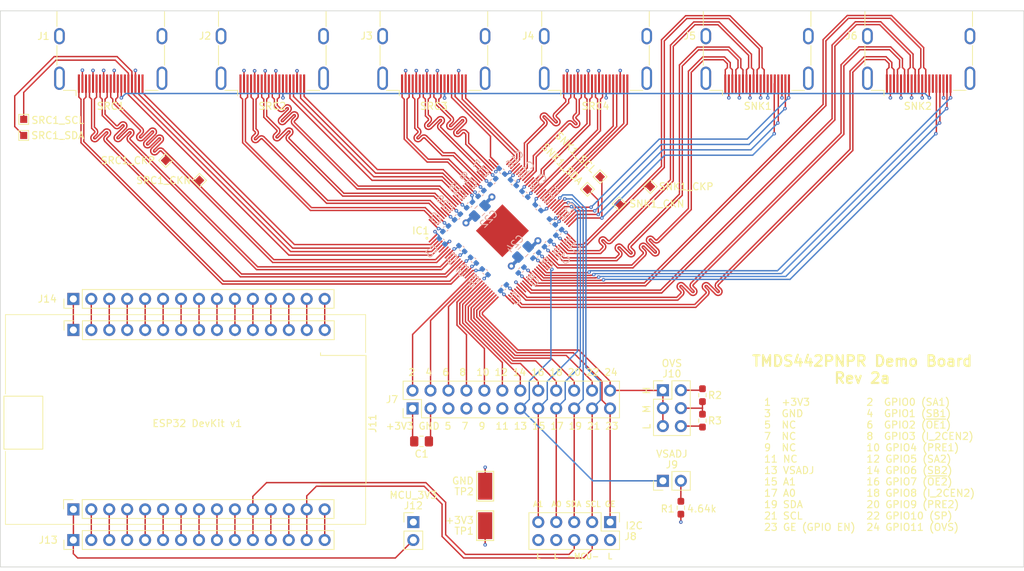
<source format=kicad_pcb>
(kicad_pcb (version 20221018) (generator pcbnew)
  (title_block (title "TDMS442 Demo") (date "2022-11-24") (rev "2A") (company "Nick Bolton"))
  (layers (0 "F.Cu" signal) (1 "In1.Cu" signal) (2 "In2.Cu" signal) (31 "B.Cu" signal) (34 "B.Paste" user) (35 "F.Paste" user) (36 "B.SilkS" user "B.Silkscreen") (37 "F.SilkS" user "F.Silkscreen") (38 "B.Mask" user) (39 "F.Mask" user) (44 "Edge.Cuts" user))
  (net 0 "")
  (net 1 "+3V3")
  (net 2 "GND")
  (net 3 "/SRC1_D2P")
  (net 4 "/SRC1_D2N")
  (net 5 "/SRC1_D1P")
  (net 6 "/SRC1_D1N")
  (net 7 "/SRC1_D0P")
  (net 8 "/SRC1_D0N")
  (net 9 "/SRC1_CKP")
  (net 10 "/SRC2_SCL")
  (net 11 "/SRC2_SDA")
  (net 12 "/SRC2_5V")
  (net 13 "/SRC2_HPD")
  (net 14 "/SRC1_CKN")
  (net 15 "/SRC2_D2P")
  (net 16 "/SRC2_D2N")
  (net 17 "/SRC2_D1P")
  (net 18 "/SRC2_D1N")
  (net 19 "/SRC2_D0P")
  (net 20 "/SRC2_D0N")
  (net 21 "/SRC2_CKP")
  (net 22 "/SRC3_SCL")
  (net 23 "/SRC3_SDA")
  (net 24 "/SRC3_5V")
  (net 25 "/SRC3_HPD")
  (net 26 "/SRC2_CKN")
  (net 27 "/SRC3_D2P")
  (net 28 "/SRC3_D2N")
  (net 29 "/SRC3_D1P")
  (net 30 "/SRC3_D1N")
  (net 31 "/SRC3_D0P")
  (net 32 "/SRC3_D0N")
  (net 33 "/SRC3_CKP")
  (net 34 "/SRC4_SCL")
  (net 35 "/SRC4_SDA")
  (net 36 "/SRC4_5V")
  (net 37 "/SRC4_HPD")
  (net 38 "/HDSW_SCL")
  (net 39 "/HDSW_SDA")
  (net 40 "/HDSW_A0")
  (net 41 "/HDSW_A1")
  (net 42 "/SRC3_CKN")
  (net 43 "/SRC4_D2P")
  (net 44 "/SRC4_D2N")
  (net 45 "/SRC4_D1P")
  (net 46 "/SRC4_D1N")
  (net 47 "/SRC4_D0P")
  (net 48 "/SRC4_D0N")
  (net 49 "/SRC4_CKP")
  (net 50 "/SRC4_CKN")
  (net 51 "/SNK1_D2P")
  (net 52 "/SNK1_D2N")
  (net 53 "/SNK1_D1P")
  (net 54 "/HDSW_VSADJ")
  (net 55 "/SNK1_D1N")
  (net 56 "/SNK1_D0P")
  (net 57 "/SNK1_D0N")
  (net 58 "/SNK1_CKP")
  (net 59 "/SNK1_CKN")
  (net 60 "/SNK1_SCL")
  (net 61 "/SNK1_SDA")
  (net 62 "/SNK1_5V")
  (net 63 "/SNK1_HPD")
  (net 64 "/SNK2_D2P")
  (net 65 "/SNK2_D2N")
  (net 66 "/SNK2_D1P")
  (net 67 "/HDSW_GE")
  (net 68 "/HDSW_GPIO9")
  (net 69 "/HDSW_GPIO8")
  (net 70 "/HDSW_GPIO7")
  (net 71 "/HDSW_GPIO6")
  (net 72 "/HDSW_GPIO5")
  (net 73 "/HDSW_GPIO4")
  (net 74 "/HDSW_GPIO3")
  (net 75 "/HDSW_GPIO2")
  (net 76 "/HDSW_GPIO1")
  (net 77 "/HDSW_GPIO0")
  (net 78 "/SNK2_D1N")
  (net 79 "/SNK2_D0P")
  (net 80 "/SNK2_D0N")
  (net 81 "/SNK2_CKP")
  (net 82 "/SNK2_CKN")
  (net 83 "/SNK2_SCL")
  (net 84 "/SNK2_SDA")
  (net 85 "/SNK2_5V")
  (net 86 "/SRC1_SCL")
  (net 87 "/SRC1_SDA")
  (net 88 "/SRC1_5V")
  (net 89 "/SRC1_HPD")
  (net 90 "/HDSW_GPIO10")
  (net 91 "/HDSW_GPIO11")
  (net 92 "Net-(J9-Pad2)")
  (net 93 "/SNK2_HPD")
  (net 95 "/CEC")
  (net 100 "Net-(J10-Pad4)")
  (net 101 "/MCU_5V")
  (net 102 "/MCU_D13")
  (net 103 "/MCU_D12")
  (net 104 "/MCU_D14")
  (net 105 "/MCU_D27")
  (net 106 "/MCU_D26")
  (net 107 "/MCU_D25")
  (net 108 "/MCU_D33")
  (net 109 "/MCU_D32")
  (net 110 "/MCU_D35")
  (net 111 "/MCU_D34")
  (net 112 "/MCU_VN")
  (net 113 "/MCU_VP")
  (net 114 "/MCU_EN")
  (net 115 "/MCU_3V3")
  (net 116 "/MCU_D15")
  (net 117 "/MCU_D2")
  (net 118 "/MCU_D4")
  (net 119 "/MCU_RX2")
  (net 120 "/MCU_TX2")
  (net 121 "/MCU_D5")
  (net 122 "/MCU_D18")
  (net 123 "/MCU_D19")
  (net 124 "/MCU_RXD")
  (net 125 "/MCU_TXD")
  (net 126 "/MCU_D23")
  (net 127 "/MCU_SDA")
  (net 128 "/MCU_SCL")
  (footprint "Connector_PinHeader_2.54mm:PinHeader_1x02_P2.54mm_Vertical" (layer "F.Cu") (at 172.0508 120.8786 90)
    (fp_text reference "J9")
    (fp_text value "Conn_01x02_Male")
  )
  (footprint "Nick:HDMI_A_Molex_208658-1001_Horizontal" (layer "F.Cu") (at 93.9348 61.3556 90)
    (fp_text reference "J1")
    (fp_text value "SRC1_HDMI")
  )
  (footprint "Resistor_SMD:R_0603_1608Metric_Pad0.98x0.95mm_HandSolder" (layer "F.Cu") (at 174.5908 124.6886 -90)
    (fp_text reference "R1")
    (fp_text value "4.64k")
  )
  (footprint "Connector_PinHeader_2.54mm:PinHeader_1x02_P2.54mm_Vertical" (layer "F.Cu") (at 136.7448 126.7206)
    (fp_text reference "J12")
    (fp_text value "Conn_01x02_Male")
  )
  (footprint "Resistor_SMD:R_0603_1608Metric_Pad0.98x0.95mm_HandSolder" (layer "F.Cu") (at 177.6438 112.3546 -90)
    (fp_text reference "R3")
    (fp_text value "10k")
  )
  (footprint "TestPoint:TestPoint_Keystone_5019_Minature" (layer "F.Cu") (at 146.9048 121.6406 -90)
    (fp_text reference "TP2")
    (fp_text value "TestPoint" hide)
  )
  (footprint "TestPoint:TestPoint_Pad_1.0x1.0mm" (layer "F.Cu") (at 101.7148 75.5206 135)
    (fp_text reference "TP3" hide)
    (fp_text value "TestPoint" hide)
  )
  (footprint "TestPoint:TestPoint_Pad_1.0x1.0mm" (layer "F.Cu") (at 106.4948 78.3406 -45)
    (fp_text reference "TP4" hide)
    (fp_text value "TestPoint" hide)
  )
  (footprint "Nick:HDMI_A_Molex_208658-1001_Horizontal" (layer "F.Cu") (at 139.6548 61.3556 90)
    (fp_text reference "J3")
    (fp_text value "SRC3_HDMI")
  )
  (footprint "Nick:HDMI_A_Molex_208658-1001_Horizontal" (layer "F.Cu") (at 162.5148 61.3556 90)
    (fp_text reference "J4")
    (fp_text value "SRC4_HDMI")
  )
  (footprint "TestPoint:TestPoint_Keystone_5019_Minature" (layer "F.Cu") (at 146.9048 127.2286 -90)
    (fp_text reference "TP1")
    (fp_text value "TestPoint" hide)
  )
  (footprint "Nick:HDMI_A_Molex_208658-1001_Horizontal" (layer "F.Cu") (at 208.2348 61.3556 90)
    (fp_text reference "J6")
    (fp_text value "SNK2_HDMI")
  )
  (footprint "Nick:PinSocket_ESP32_DevKitV1" (layer "F.Cu") (at 106.182 112.7506 -90)
    (fp_text reference "J11")
    (fp_text value "ESP32_DevKitV1")
  )
  (footprint "TestPoint:TestPoint_Pad_1.0x1.0mm" (layer "F.Cu") (at 170.262 79.221 -135)
    (fp_text reference "TP7" hide)
    (fp_text value "TestPoint" hide)
  )
  (footprint "Resistor_SMD:R_0603_1608Metric_Pad0.98x0.95mm_HandSolder" (layer "F.Cu") (at 177.6438 108.7516 -90)
    (fp_text reference "R2")
    (fp_text value "10k")
  )
  (footprint "Nick:HDMI_A_Molex_208658-1001_Horizontal" (layer "F.Cu") (at 116.7948 61.3556 90)
    (fp_text reference "J2")
    (fp_text value "SRC2_HDMI")
  )
  (footprint "TestPoint:TestPoint_Pad_1.0x1.0mm" (layer "F.Cu") (at 81.6268 71.9836)
    (fp_text reference "TP6" hide)
    (fp_text value "TestPoint" hide)
  )
  (footprint "TestPoint:TestPoint_Pad_1.0x1.0mm" (layer "F.Cu") (at 161.3828 79.6036 -45)
    (fp_text reference "TP10" hide)
    (fp_text value "TestPoint" hide)
  )
  (footprint "Connector_PinHeader_2.54mm:PinHeader_2x12_P2.54mm_Vertical" (layer "F.Cu") (at 136.6348 110.6306 90)
    (fp_text reference "J7")
    (fp_text value "Conn_02x12_Male")
  )
  (footprint "Connector_PinHeader_2.54mm:PinHeader_1x15_P2.54mm_Vertical" (layer "F.Cu") (at 88.646 129.2606 90)
    (fp_text reference "J13")
    (fp_text value "Conn_01x15_Male")
  )
  (footprint "Nick:HDMI_A_Molex_208658-1001_Horizontal" (layer "F.Cu") (at 185.3748 61.3556 90)
    (fp_text reference "J5")
    (fp_text value "SNK1_HDMI")
  )
  (footprint "Connector_PinHeader_2.54mm:PinHeader_2x03_P2.54mm_Vertical" (layer "F.Cu") (at 172.0508 108.0516)
    (fp_text reference "J10")
    (fp_text value "Conn_02x03_Odd_Even")
  )
  (footprint "TestPoint:TestPoint_Pad_1.0x1.0mm" (layer "F.Cu") (at 163.1608 77.8256 -45)
    (fp_text reference "TP9" hide)
    (fp_text value "TestPoint" hide)
  )
  (footprint "TestPoint:TestPoint_Pad_1.0x1.0mm" (layer "F.Cu") (at 165.862 81.661 45)
    (fp_text reference "TP8" hide)
    (fp_text value "TestPoint" hide)
  )
  (footprint "Capacitor_SMD:C_0805_2012Metric_Pad1.18x1.45mm_HandSolder" (layer "F.Cu") (at 137.9093 115.2906)
    (fp_text reference "C1")
    (fp_text value "10µF")
  )
  (footprint "Connector_PinHeader_2.54mm:PinHeader_1x15_P2.54mm_Vertical" (layer "F.Cu") (at 88.646 95.123 90)
    (fp_text reference "J14")
    (fp_text value "Conn_01x15_Male")
  )
  (footprint "Connector_PinHeader_2.54mm:PinHeader_2x05_P2.54mm_Vertical" (layer "F.Cu") (at 164.583202 126.7206 -90)
    (fp_text reference "J8")
    (fp_text value "Conn_02x05_Odd_Even")
  )
  (footprint "TestPoint:TestPoint_Pad_1.0x1.0mm" (layer "F.Cu") (at 81.6268 69.6976 180)
    (fp_text reference "TP5" hide)
    (fp_text value "TestPoint" hide)
  )
  (footprint "Nick:TQFP-128-TI-PowerPAD" (layer "F.Cu") (at 149.3432 85.471 45)
    (fp_text reference "IC1")
    (fp_text value "TMDS442PNPR")
  )
  (footprint "Capacitor_SMD:C_0402_1005Metric_Pad0.74x0.62mm_HandSolder" (layer "B.Cu") (at 147.995353 78.516 45)
    (fp_text reference "C17")
    (fp_text value "10nF")
  )
  (footprint "Capacitor_SMD:C_0402_1005Metric_Pad0.74x0.62mm_HandSolder" (layer "B.Cu") (at 154.396153 82.204117 -45)
    (fp_text reference "C13")
    (fp_text value "10nF")
  )
  (footprint "Capacitor_SMD:C_0402_1005Metric_Pad0.74x0.62mm_HandSolder" (layer "B.Cu") (at 142.986436 83.524917 45)
    (fp_text reference "C20")
    (fp_text value "10nF")
  )
  (footprint "Capacitor_SMD:C_0402_1005Metric_Pad0.74x0.62mm_HandSolder" (layer "B.Cu") (at 149.28027 77.044317 -45)
    (fp_text reference "C16")
    (fp_text value "10nF")
  )
  (footprint "Capacitor_SMD:C_0402_1005Metric_Pad0.74x0.62mm_HandSolder" (layer "B.Cu") (at 152.52027 80.304317 -45)
    (fp_text reference "C14")
    (fp_text value "10nF")
  )
  (footprint "Capacitor_SMD:C_0402_1005Metric_Pad0.74x0.62mm_HandSolder" (layer "B.Cu") (at 150.90027 78.674317 -45)
    (fp_text reference "C15")
    (fp_text value "10nF")
  )
  (footprint "Capacitor_SMD:C_0402_1005Metric_Pad0.74x0.62mm_HandSolder" (layer "B.Cu") (at 140.8088 86.9696 135)
    (fp_text reference "C3")
    (fp_text value "10nF")
  )
  (footprint "Capacitor_SMD:C_0402_1005Metric_Pad0.74x0.62mm_HandSolder" (layer "B.Cu") (at 146.318953 80.1924 45)
    (fp_text reference "C18")
    (fp_text value "10nF")
  )
  (footprint "Capacitor_SMD:C_0805_2012Metric_Pad1.18x1.45mm_HandSolder" (layer "B.Cu") (at 146.1428 82.6516 -135)
    (fp_text reference "C22")
    (fp_text value "10µF")
  )
  (footprint "Capacitor_SMD:C_0402_1005Metric_Pad0.74x0.62mm_HandSolder" (layer "B.Cu") (at 157.312036 85.709317 -135)
    (fp_text reference "C11")
    (fp_text value "10nF")
  )
  (footprint "Capacitor_SMD:C_0402_1005Metric_Pad0.74x0.62mm_HandSolder" (layer "B.Cu") (at 145.2538 89.6366 135)
    (fp_text reference "C5")
    (fp_text value "10nF")
  )
  (footprint "Capacitor_SMD:C_0402_1005Metric_Pad0.74x0.62mm_HandSolder" (layer "B.Cu") (at 151.98827 91.033083 -135)
    (fp_text reference "C8")
    (fp_text value "10nF")
  )
  (footprint "Capacitor_SMD:C_0402_1005Metric_Pad0.74x0.62mm_HandSolder" (layer "B.Cu") (at 144.69847 81.812883 45)
    (fp_text reference "C19")
    (fp_text value "10nF")
  )
  (footprint "Capacitor_SMD:C_0402_1005Metric_Pad0.74x0.62mm_HandSolder" (layer "B.Cu") (at 146.9048 91.2876 135)
    (fp_text reference "C6")
    (fp_text value "10nF")
  )
  (footprint "Capacitor_SMD:C_0402_1005Metric_Pad0.74x0.62mm_HandSolder" (layer "B.Cu") (at 154.07107 88.950283 -135)
    (fp_text reference "C9")
    (fp_text value "10nF")
  )
  (footprint "Capacitor_SMD:C_0402_1005Metric_Pad0.74x0.62mm_HandSolder" (layer "B.Cu") (at 149.49907 93.522283 45)
    (fp_text reference "C7")
    (fp_text value "10nF")
  )
  (footprint "Capacitor_SMD:C_0402_1005Metric_Pad0.74x0.62mm_HandSolder" (layer "B.Cu") (at 156.40787 84.225883 -45)
    (fp_text reference "C12")
    (fp_text value "10nF")
  )
  (footprint "Capacitor_SMD:C_0402_1005Metric_Pad0.74x0.62mm_HandSolder" (layer "B.Cu") (at 143.6028 87.9856 135)
    (fp_text reference "C4")
    (fp_text value "10nF")
  )
  (footprint "Capacitor_SMD:C_0402_1005Metric_Pad0.74x0.62mm_HandSolder" (layer "B.Cu") (at 141.3168 85.1916 45)
    (fp_text reference "C2")
    (fp_text value "10nF")
  )
  (footprint "Capacitor_SMD:C_0805_2012Metric_Pad1.18x1.45mm_HandSolder" (layer "B.Cu") (at 152.267177 88.465223 45)
    (fp_text reference "C24")
    (fp_text value "10µF")
  )
  (footprint "Capacitor_SMD:C_0402_1005Metric_Pad0.74x0.62mm_HandSolder" (layer "B.Cu") (at 155.69667 87.324683 -135)
    (fp_text reference "C10")
    (fp_text value "10nF")
  )
  (gr_rect (start 78.3248 54.3306) (end 223.1048 133.0706) (stroke (width 0.1)) (fill none) (layer "Edge.Cuts"))
  (gr_text "L  M  H" (at 169.7648 110.5916 90) (layer "F.SilkS") (effects (font (size 1 1))))
  (gr_text "1  +3V3\n3  GND\n5  NC\n7  NC\n9  NC\n11 NC\n13 VSADJ\n15 A1\n17 A0\n19 SDA\n21 SCL\n23 GE (GPIO EN)" (at 186.2748 118.5926) (layer "F.SilkS") (effects (font (size 1 1)) (justify left)))
  (gr_text "TMDS442PNPR Demo Board\nRev 2a" (at 200.2448 105.1306) (layer "F.SilkS") (effects (font (size 1.5 1.5) (thickness 0.3))))
  (gr_text "2  4  6  8  10 12 14 16 18 20 22 24" (at 150.8418 105.5116) (layer "F.SilkS") (effects (font (size 0.97 0.97))))
  (gr_text "L   L  -MCU-  L" (at 159.512 131.572) (layer "F.SilkS") (effects (font (size 0.8 0.8))))
  (gr_text "2  GPIO0 (SA1)\n4  GPIO1 (SB1)\n6  GPIO2 (~{OE1})\n8  GPIO3 (I_2CEN2)\n10 GPIO4 (PRE1)\n12 GPIO5 (SA2)\n14 GPIO6 (SB2)\n16 GPIO7 (~{OE2})\n18 GPIO8 (I_2CEN2)\n20 GPIO9 (PRE2)\n22 GPIO10 (SP)\n24 GPIO11 (OVS)" (at 200.7528 118.5926) (layer "F.SilkS") (effects (font (size 1 1)) (justify left)))
  (gr_text "A1  A0 SDA SCL GE" (at 159.5148 124.1806) (layer "F.SilkS") (effects (font (size 0.78 0.78))))
  (gr_text "+3V3 GND 5  7  9  11 13 15 17 19 21 23" (at 149.3178 113.1316) (layer "F.SilkS") (effects (font (size 0.97 0.97))))
  (segment (start 144.243423 89.768258) (end 144.183837 89.768258) (width 0.2) (layer "F.Cu") (net 1))
  (segment (start 145.6 91.09) (end 145.138413 91.09) (width 0.2) (layer "F.Cu") (net 1))
  (segment (start 153.36385 80.153416) (end 153.36385 80.036137) (width 0.2) (layer "F.Cu") (net 1))
  (segment (start 144.243423 89.768258) (end 144.197413 89.768258) (width 0.2) (layer "F.Cu") (net 1))
  (segment (start 150.41 77.18) (end 150.563133 77.18) (width 0.2) (layer "F.Cu") (net 1))
  (segment (start 142.53 88.041559) (end 141.771931 88.799628) (width 0.2) (layer "F.Cu") (net 1))
  (segment (start 145.04 80.319271) (end 144.287387 79.566658) (width 0.2) (layer "F.Cu") (net 1))
  (segment (start 146.25 79.27) (end 146.25 79.266531) (width 0.2) (layer "F.Cu") (net 1))
  (segment (start 157.37 83.949583) (end 158.075969 83.243614) (width 0.2) (layer "F.Cu") (net 1))
  (segment (start 145.04 80.47) (end 145.04 80.319271) (width 0.2) (layer "F.Cu") (net 1))
  (segment (start 150.431133 93.63) (end 151.287744 94.486611) (width 0.2) (layer "F.Cu") (net 1))
  (segment (start 157.37 84.14) (end 157.37 83.949583) (width 0.2) (layer "F.Cu") (net 1))
  (segment (start 151.59 78.41) (end 151.595873 78.41) (width 0.2) (layer "F.Cu") (net 1))
  (segment (start 142.53 88.04) (end 142.53 88.041559) (width 0.2) (layer "F.Cu") (net 1))
  (segment (start 150.563133 77.18) (end 151.287744 76.455389) (width 0.2) (layer "F.Cu") (net 1))
  (segment (start 145.138413 91.09) (end 144.570229 91.658184) (width 0.2) (layer "F.Cu") (net 1))
  (segment (start 155.809155 88.26) (end 156.661755 89.1126) (width 0.2) (layer "F.Cu") (net 1))
  (segment (start 155.589953 82.3514) (end 155.589953 82.335516) (width 0.2) (layer "F.Cu") (net 1))
  (segment (start 152.11 91.92) (end 152.115245 91.92) (width 0.2) (layer "F.Cu") (net 1))
  (segment (start 147.947583 77.57) (end 147.115814 76.738231) (width 0.2) (layer "F.Cu") (net 1))
  (segment (start 142.835245 82.64) (end 142.024645 81.8294) (width 0.2) (layer "F.Cu") (net 1))
  (segment (start 157.503267 86.56) (end 158.358811 87.415544) (width 0.2) (layer "F.Cu") (net 1))
  (segment (start 151.595873 78.41) (end 152.419114 77.586759) (width 0.2) (layer "F.Cu") (net 1))
  (segment (start 153.36385 80.036137) (end 154.116171 79.283816) (width 0.2) (layer "F.Cu") (net 1))
  (segment (start 140.06 85.986076) (end 139.47906 86.567016) (width 0.2) (layer "F.Cu") (net 1))
  (segment (start 154.37 89.68) (end 154.400729 89.68) (width 0.2) (layer "F.Cu") (net 1))
  (segment (start 155.589953 82.335516) (end 156.378912 81.546557) (width 0.2) (layer "F.Cu") (net 1))
  (segment (start 144.197413 89.768258) (end 143.438858 90.526813) (width 0.2) (layer "F.Cu") (net 1))
  (segment (start 141.771931 88.799628) (end 141.771931 88.802579) (width 0.2) (layer "F.Cu") (net 1))
  (segment (start 146.9048 127.2286) (end 146.9048 129.94) (width 0.2) (layer "F.Cu") (net 1))
  (segment (start 136.641553 115.060353) (end 136.641553 110.6216) (width 0.2) (layer "F.Cu") (net 1))
  (segment (start 150.42 93.63) (end 150.431133 93.63) (width 0.2) (layer "F.Cu") (net 1))
  (segment (start 152.115245 91.92) (end 152.9848 92.789555) (width 0.2) (layer "F.Cu") (net 1))
  (segment (start 157.5 86.56) (end 157.503267 86.56) (width 0.2) (layer "F.Cu") (net 1))
  (segment (start 141.15 84.348867) (end 140.327589 83.526456) (width 0.2) (layer "F.Cu") (net 1))
  (segment (start 147.96 77.57) (end 147.947583 77.57) (width 0.2) (layer "F.Cu") (net 1))
  (segment (start 174.5908 108.0516) (end 177.4313 108.0516) (width 0.2) (layer "F.Cu") (net 1))
  (segment (start 146.25 79.266531) (end 145.418757 78.435288) (width 0.2) (layer "F.Cu") (net 1))
  (segment (start 140.06 85.85) (end 140.06 85.986076) (width 0.2) (layer "F.Cu") (net 1))
  (segment (start 141.15 84.35) (end 141.15 84.348867) (width 0.2) (layer "F.Cu") (net 1))
  (segment (start 139.81 85.6) (end 140.06 85.85) (width 0.2) (layer "F.Cu") (net 1))
  (segment (start 155.8 88.26) (end 155.809155 88.26) (width 0.2) (layer "F.Cu") (net 1))
  (segment (start 142.84 82.64) (end 142.835245 82.64) (width 0.2) (layer "F.Cu") (net 1))
  (segment (start 154.400729 89.68) (end 155.247542 90.526813) (width 0.2) (layer "F.Cu") (net 1))
  (via (at 157.5 86.56) (size 0.5) (drill 0.2) (layers "F.Cu" "B.Cu") (net 1))
  (via (at 145.04 80.47) (size 0.5) (drill 0.2) (layers "F.Cu" "B.Cu") (net 1))
  (via (at 155.589953 82.3514) (size 0.5) (drill 0.2) (layers "F.Cu" "B.Cu") (net 1))
  (via (at 153.36385 80.153416) (size 0.5) (drill 0.2) (layers "F.Cu" "B.Cu") (net 1))
  (via (at 150.41 77.18) (size 0.5) (drill 0.2) (layers "F.Cu" "B.Cu") (net 1))
  (via (at 152.11 91.92) (size 0.5) (drill 0.2) (layers "F.Cu" "B.Cu") (net 1))
  (via (at 147.96 77.57) (size 0.5) (drill 0.2) (layers "F.Cu" "B.Cu") (net 1))
  (via (at 157.37 84.14) (size 0.5) (drill 0.2) (layers "F.Cu" "B.Cu") (net 1))
  (via (at 142.84 82.64) (size 0.5) (drill 0.2) (layers "F.Cu" "B.Cu") (net 1))
  (via (at 146.25 79.27) (size 0.5) (drill 0.2) (layers "F.Cu" "B.Cu") (net 1))
  (via (at 150.42 93.63) (size 0.5) (drill 0.2) (layers "F.Cu" "B.Cu") (net 1))
  (via (at 147.859595 80.696649) (size 1) (drill 0.5) (layers "F.Cu" "B.Cu") (net 1))
  (via (at 151.59 78.41) (size 0.5) (drill 0.2) (layers "F.Cu" "B.Cu") (net 1))
  (via (at 150.610008 90.468054) (size 1) (drill 0.5) (layers "F.Cu" "B.Cu") (net 1))
  (via (at 146.9048 129.94) (size 0.5) (drill 0.2) (layers "F.Cu" "B.Cu") (net 1))
  (via (at 155.8 88.26) (size 0.5) (drill 0.2) (layers "F.Cu" "B.Cu") (net 1))
  (via (at 141.15 84.35) (size 0.5) (drill 0.2) (layers "F.Cu" "B.Cu") (net 1))
  (via (at 144.243423 89.768258) (size 0.5) (drill 0.2) (layers "F.Cu" "B.Cu") (net 1))
  (via (at 145.6 91.09) (size 0.5) (drill 0.2) (layers "F.Cu" "B.Cu") (net 1))
  (via (at 139.81 85.6) (size 0.5) (drill 0.2) (layers "F.Cu" "B.Cu") (net 1))
  (via (at 154.37 89.68) (size 0.5) (drill 0.2) (layers "F.Cu" "B.Cu") (net 1))
  (via (at 142.53 88.04) (size 0.5) (drill 0.2) (layers "F.Cu" "B.Cu") (net 1))
  (segment (start 157.360153 86.56) (end 156.910753 86.1106) (width 0.2) (layer "B.Cu") (net 1))
  (segment (start 151.533554 89.544508) (end 150.610008 90.468054) (width 0.5) (layer "B.Cu") (net 1))
  (segment (start 151.337919 78.662081) (end 151.337919 79.0494) (width 0.2) (layer "B.Cu") (net 1))
  (segment (start 144.319576 89.768258) (end 144.852517 89.235317) (width 0.2) (layer "B.Cu") (net 1))
  (segment (start 141.154753 84.35) (end 141.569153 84.7644) (width 0.2) (layer "B.Cu") (net 1))
  (segment (start 152.963519 80.553747) (end 153.36385 80.153416) (width 0.2) (layer "B.Cu") (net 1))
  (segment (start 155.8 88.26) (end 155.8 88.230579) (width 0.2) (layer "B.Cu") (net 1))
  (segment (start 150.42 93.63) (end 150.386667 93.63) (width 0.2) (layer "B.Cu") (net 1))
  (segment (start 147.859595 80.696649) (end 146.876423 81.679821) (width 0.5) (layer "B.Cu") (net 1))
  (segment (start 142.84 82.64) (end 142.84 82.682447) (width 0.2) (layer "B.Cu") (net 1))
  (segment (start 146.299834 91.09) (end 146.503517 90.886317) (width 0.2) (layer "B.Cu") (net 1))
  (segment (start 150.386667 93.63) (end 149.996836 93.240169) (width 0.2) (layer "B.Cu") (net 1))
  (segment (start 145.6 91.09) (end 146.299834 91.09) (width 0.2) (layer "B.Cu") (net 1))
  (segment (start 142.53 88.04) (end 142.745834 88.04) (width 0.2) (layer "B.Cu") (net 1))
  (segment (start 141.15 84.35) (end 141.154753 84.35) (width 0.2) (layer "B.Cu") (net 1))
  (segment (start 157.37 84.14) (end 157.37 84.178153) (width 0.2) (layer "B.Cu") (net 1))
  (segment (start 157.37 84.178153) (end 156.885353 84.6628) (width 0.2) (layer "B.Cu") (net 1))
  (segment (start 140.407517 86.197517) (end 140.407517 86.568317) (width 0.2) (layer "B.Cu") (net 1))
  (segment (start 154.37 89.68) (end 154.041566 89.351566) (width 0.2) (layer "B.Cu") (net 1))
  (segment (start 155.36647 82.574883) (end 155.589953 82.3514) (width 0.2) (layer "B.Cu") (net 1))
  (segment (start 154.041566 89.351566) (end 153.669787 89.351566) (width 0.2) (layer "B.Cu") (net 1))
  (segment (start 145.099753 80.529753) (end 145.099753 81.4116) (width 0.2) (layer "B.Cu") (net 1))
  (segment (start 142.84 82.682447) (end 143.281187 83.123634) (width 0.2) (layer "B.Cu") (net 1))
  (segment (start 147.96 77.57) (end 147.96 77.58573) (width 0.2) (layer "B.Cu") (net 1))
  (segment (start 150.1916 77.3984) (end 149.722553 77.3984) (width 0.2) (layer "B.Cu") (net 1))
  (segment (start 151.59 78.41) (end 151.337919 78.662081) (width 0.2) (layer "B.Cu") (net 1))
  (segment (start 139.81 85.6) (end 140.407517 86.197517) (width 0.2) (layer "B.Cu") (net 1))
  (segment (start 146.25 79.275916) (end 146.649153 79.675069) (width 0.2) (layer "B.Cu") (net 1))
  (segment (start 144.243423 89.768258) (end 144.319576 89.768258) (width 0.2) (layer "B.Cu") (net 1))
  (segment (start 157.5 86.56) (end 157.360153 86.56) (width 0.2) (layer "B.Cu") (net 1))
  (segment (start 146.25 79.27) (end 146.25 79.275916) (width 0.2) (layer "B.Cu") (net 1))
  (segment (start 150.41 77.18) (end 150.1916 77.3984) (width 0.2) (layer "B.Cu") (net 1))
  (segment (start 155.8 88.230579) (end 155.295387 87.725966) (width 0.2) (layer "B.Cu") (net 1))
  (segment (start 142.745834 88.04) (end 143.201517 87.584317) (width 0.2) (layer "B.Cu") (net 1))
  (segment (start 154.797436 82.574883) (end 155.36647 82.574883) (width 0.2) (layer "B.Cu") (net 1))
  (segment (start 152.108869 91.92) (end 151.623235 91.434366) (width 0.2) (layer "B.Cu") (net 1))
  (segment (start 145.04 80.47) (end 145.099753 80.529753) (width 0.2) (layer "B.Cu") (net 1))
  (segment (start 147.96 77.58573) (end 148.376353 78.002083) (width 0.2) (layer "B.Cu") (net 1))
  (segment (start 152.11 91.92) (end 152.108869 91.92) (width 0.2) (layer "B.Cu") (net 1))
  (segment (start 152.442931 79.26) (end 153.267643 78.435288) (width 0.2) (layer "F.Cu") (net 2))
  (segment (start 137.1548 62.7956) (end 137.1548 64.6106) (width 0.2) (layer "F.Cu") (net 2))
  (segment (start 143.68 81.787699) (end 142.873173 80.980872) (width 0.2) (layer "F.Cu") (net 2))
  (segment (start 94.4326 62.7743) (end 94.4326 64.5893) (width 0.2) (layer "F.Cu") (net 2))
  (segment (start 181.3726 66.6496) (end 181.3726 64.6176) (width 0.2) (layer "F.Cu") (net 2))
  (segment (start 154.14 80.94) (end 154.157043 80.94) (width 0.2) (layer "F.Cu") (net 2))
  (segment (start 207.231199 66.648201) (end 207.231199 64.6314) (width 0.2) (layer "F.Cu") (net 2))
  (segment (start 97.4326 62.7718) (end 97.4326 64.5868) (width 0.2) (layer "F.Cu") (net 2))
  (segment (start 161.5126 62.8106) (end 161.5126 64.6256) (width 0.2) (layer "F.Cu") (net 2))
  (segment (start 145.47 80.01) (end 145.296413 80.01) (width 0.2) (layer "F.Cu") (net 2))
  (segment (start 158.350324 85.71) (end 159.20734 86.567016) (width 0.2) (layer "F.Cu") (net 2))
  (segment (start 158.34 85.71) (end 158.350324 85.71) (width 0.2) (layer "F.Cu") (net 2))
  (segment (start 151.26 92.76) (end 151.26 92.761811) (width 0.2) (layer "F.Cu") (net 2))
  (segment (start 145.296413 80.01) (end 144.570229 79.283816) (width 0.2) (layer "F.Cu") (net 2))
  (segment (start 150.85 77.458817) (end 151.570586 76.738231) (width 0.2) (layer "F.Cu") (net 2))
  (segment (start 185.8726 66.6496) (end 185.872601 64.6176) (width 0.2) (layer "F.Cu") (net 2))
  (segment (start 147.09 78.41) (end 147.09 78.409473) (width 0.2) (layer "F.Cu") (net 2))
  (segment (start 146.9048 121.6406) (end 146.9048 118.9652) (width 0.2) (layer "F.Cu") (net 2))
  (segment (start 143.35046 88.918155) (end 142.59033 89.678285) (width 0.2) (layer "F.Cu") (net 2))
  (segment (start 141.87 86.98) (end 141.87 87.004503) (width 0.2) (layer "F.Cu") (net 2))
  (segment (start 141.87 87.004503) (end 140.901402 87.973101) (width 0.2) (layer "F.Cu") (net 2))
  (segment (start 140.274076 85.17) (end 139.47906 84.374984) (width 0.2) (layer "F.Cu") (net 2))
  (segment (start 188.891 66.6496) (end 188.891 64.6468) (width 0.2) (layer "F.Cu") (net 2))
  (segment (start 91.19 125.1506) (end 91.19 129.2506) (width 0.2) (layer "F.Cu") (net 2))
  (segment (start 145.036705 90.515976) (end 145.036705 90.6396) (width 0.2) (layer "F.Cu") (net 2))
  (segment (start 182.8712 66.6496) (end 182.8726 66.6482) (width 0.2) (layer "F.Cu") (net 2))
  (segment (start 140.31 85.17) (end 140.274076 85.17) (width 0.2) (layer "F.Cu") (net 2))
  (segment (start 115.7926 62.828) (end 115.7926 64.643) (width 0.2) (layer "F.Cu") (net 2))
  (segment (start 184.3698 66.6496) (end 184.372599 66.646801) (width 0.2) (layer "F.Cu") (net 2))
  (segment (start 143.68 81.79) (end 143.68 81.787699) (width 0.2) (layer "F.Cu") (net 2))
  (segment (start 145.036705 90.515976) (end 145.036705 90.626024) (width 0.2) (layer "F.Cu") (net 2))
  (segment (start 138.6548 62.7956) (end 138.6548 64.6106) (width 0.2) (layer "F.Cu") (net 2))
  (segment (start 157.063897 83.69) (end 157.775798 82.978099) (width 0.2) (layer "F.Cu") (net 2))
  (segment (start 154.962099 89.11) (end 155.813227 89.961128) (width 0.2) (layer "F.Cu") (net 2))
  (segment (start 184.372599 66.646801) (end 184.372599 64.6176) (width 0.2) (layer "F.Cu") (net 2))
  (segment (start 143.1548 62.7931) (end 143.1548 64.6081) (width 0.2) (layer "F.Cu") (net 2))
  (segment (start 150.85 77.62) (end 150.85 77.458817) (width 0.2) (layer "F.Cu") (net 2))
  (segment (start 177.5083 113.1316) (end 174.5908 113.1316) (width 0.2) (layer "F.Cu") (net 2))
  (segment (start 148.41 77.1) (end 148.660239 76.849761) (width 0.2) (layer "F.Cu") (net 2))
  (segment (start 156.9 83.69) (end 157.063897 83.69) (width 0.2) (layer "F.Cu") (net 2))
  (segment (start 174.5908 126.704) (end 174.5908 125.6011) (width 0.2) (layer "F.Cu") (net 2))
  (segment (start 205.7312 66.6496) (end 205.7312 64.6314) (width 0.2) (layer "F.Cu") (net 2))
  (segment (start 204.2326 66.6496) (end 204.2312 66.6482) (width 0.2) (layer "F.Cu") (net 2))
  (segment (start 211.7496 66.6482) (end 211.7496 64.6606) (width 0.2) (layer "F.Cu") (net 2))
  (segment (start 147.09 78.409473) (end 146.267286 77.586759) (width 0.2) (layer "F.Cu") (net 2))
  (segment (start 120.2926 62.8255) (end 120.2926 64.6405) (width 0.2) (layer "F.Cu") (net 2))
  (segment (start 156.666211 87.42) (end 157.510283 88.264072) (width 0.2) (layer "F.Cu") (net 2))
  (segment (start 148.660239 76.5856) (end 147.964342 75.889703) (width 0.2) (layer "F.Cu") (net 2))
  (segment (start 145.036705 90.626024) (end 144.287387 91.375342) (width 0.2) (layer "F.Cu") (net 2))
  (segment (start 166.0148 62.7856) (end 166.0148 64.6006) (width 0.2) (layer "F.Cu") (net 2))
  (segment (start 148.660239 76.849761) (end 148.660239 76.5856) (width 0.2) (layer "F.Cu") (net 2))
  (segment (start 152.98 91.087699) (end 153.833328 91.941027) (width 0.2) (layer "F.Cu") (net 2))
  (segment (start 91.4326 62.7743) (end 91.4326 64.5893) (width 0.2) (layer "F.Cu") (net 2))
  (segment (start 174.5742 126.7206) (end 174.5908 126.704) (width 0.2) (layer "F.Cu") (net 2))
  (segment (start 163.0148 62.8106) (end 163.0148 64.6256) (width 0.2) (layer "F.Cu") (net 2))
  (segment (start 152.44 79.26) (end 152.442931 79.26) (width 0.2) (layer "F.Cu") (net 2))
  (segment (start 152.98 91.08) (end 152.98 91.087699) (width 0.2) (layer "F.Cu") (net 2))
  (segment (start 146.9048 118.9652) (end 146.91 118.96) (width 0.2) (layer "F.Cu") (net 2))
  (segment (start 156.66 87.42) (end 156.666211 87.42) (width 0.2) (layer "F.Cu") (net 2))
  (segment (start 158.5126 62.8106) (end 158.5126 64.6256) (width 0.2) (layer "F.Cu") (net 2))
  (segment (start 143.382723 88.918155) (end 143.35046 88.918155) (width 0.2) (layer "F.Cu") (net 2))
  (segment (start 154.96 89.11) (end 154.962099 89.11) (width 0.2) (layer "F.Cu") (net 2))
  (segment (start 149.56 94.48) (end 149.584076 94.48) (width 0.2) (layer "F.Cu") (net 2))
  (segment (start 151.26 92.761811) (end 152.136272 93.638083) (width 0.2) (layer "F.Cu") (net 2))
  (segment (start 208.731201 66.646799) (end 208.731201 64.6314) (width 0.2) (layer "F.Cu") (net 2))
  (segment (start 139.181553 115.055847) (end 139.181553 110.6216) (width 0.2) (layer "F.Cu") (net 2))
  (segment (start 160.0126 62.8106) (end 160.0126 64.6256) (width 0.2) (layer "F.Cu") (net 2))
  (segment (start 149.584076 94.48) (end 150.439216 95.33514) (width 0.2) (layer "F.Cu") (net 2))
  (segment (start 140.1548 62.7956) (end 140.1548 64.6106) (width 0.2) (layer "F.Cu") (net 2))
  (segment (start 142.01 83.49) (end 141.988189 83.49) (width 0.2) (layer "F.Cu") (net 2))
  (segment (start 140.901402 87.973101) (end 140.901402 87.985829) (width 0.2) (layer "F.Cu") (net 2))
  (segment (start 211.751 66.6496) (end 211.7496 66.6482) (width 0.2) (layer "F.Cu") (net 2))
  (segment (start 204.2312 66.6482) (end 204.2312 64.6314) (width 0.2) (layer "F.Cu") (net 2))
  (segment (start 154.157043 80.94) (end 154.964699 80.132344) (width 0.2) (layer "F.Cu") (net 2))
  (segment (start 182.8726 66.6482) (end 182.8726 64.6176) (width 0.2) (layer "F.Cu") (net 2))
  (segment (start 207.2298 66.6496) (end 207.231199 66.648201) (width 0.2) (layer "F.Cu") (net 2))
  (segment (start 92.9326 62.7743) (end 92.9326 64.5893) (width 0.2) (layer "F.Cu") (net 2))
  (segment (start 112.7926 62.828) (end 112.7926 64.643) (width 0.2) (layer "F.Cu") (net 2))
  (segment (start 91.19 94.9706) (end 91.19 99.4506) (width 0.2) (layer "F.Cu") (net 2))
  (segment (start 141.988189 83.49) (end 141.176117 82.677928) (width 0.2) (layer "F.Cu") (net 2))
  (segment (start 157.775798 82.978099) (end 157.775798 82.965371) (width 0.2) (layer "F.Cu") (net 2))
  (segment (start 208.7284 66.6496) (end 208.731201 66.646799) (width 0.2) (layer "F.Cu") (net 2))
  (segment (start 89.9326 62.7743) (end 89.9326 64.5893) (width 0.2) (layer "F.Cu") (net 2))
  (segment (start 135.6548 62.7956) (end 135.6548 64.6106) (width 0.2) (layer "F.Cu") (net 2))
  (segment (start 114.2926 62.828) (end 114.2926 64.643) (width 0.2) (layer "F.Cu") (net 2))
  (segment (start 117.2926 62.828) (end 117.2926 64.643) (width 0.2) (layer "F.Cu") (net 2))
  (via (at 188.891 66.6496) (size 0.5) (drill 0.2) (layers "F.Cu" "B.Cu") (net 2))
  (via (at 152.98 91.08) (size 0.5) (drill 0.2) (layers "F.Cu" "B.Cu") (net 2))
  (via (at 152.44 79.26) (size 0.5) (drill 0.2) (layers "F.Cu" "B.Cu") (net 2))
  (via (at 163.0148 62.8106) (size 0.5) (drill 0.2) (layers "F.Cu" "B.Cu") (net 2))
  (via (at 143.1548 62.7931) (size 0.5) (drill 0.2) (layers "F.Cu" "B.Cu") (net 2))
  (via (at 94.4326 62.7743) (size 0.5) (drill 0.2) (layers "F.Cu" "B.Cu") (net 2))
  (via (at 145.036705 90.515976) (size 0.5) (drill 0.2) (layers "F.Cu" "B.Cu") (net 2))
  (via (at 160.0126 62.8106) (size 0.5) (drill 0.2) (layers "F.Cu" "B.Cu") (net 2))
  (via (at 117.2926 62.828) (size 0.5) (drill 0.2) (layers "F.Cu" "B.Cu") (net 2))
  (via (at 204.2326 66.6496) (size 0.5) (drill 0.2) (layers "F.Cu" "B.Cu") (net 2))
  (via (at 120.2926 62.8255) (size 0.5) (drill 0.2) (layers "F.Cu" "B.Cu") (net 2))
  (via (at 156.9 83.69) (size 0.5) (drill 0.2) (layers "F.Cu" "B.Cu") (net 2))
  (via (at 207.2298 66.6496) (size 0.5) (drill 0.2) (layers "F.Cu" "B.Cu") (net 2))
  (via (at 185.8726 66.6496) (size 0.5) (drill 0.2) (layers "F.Cu" "B.Cu") (net 2))
  (via (at 143.382723 88.918155) (size 0.5) (drill 0.2) (layers "F.Cu" "B.Cu") (net 2))
  (via (at 140.31 85.17) (size 0.5) (drill 0.2) (layers "F.Cu" "B.Cu") (net 2))
  (via (at 158.5126 62.8106) (size 0.5) (drill 0.2) (layers "F.Cu" "B.Cu") (net 2))
  (via (at 140.1548 62.7956) (size 0.5) (drill 0.2) (layers "F.Cu" "B.Cu") (net 2))
  (via (at 137.1548 62.7956) (size 0.5) (drill 0.2) (layers "F.Cu" "B.Cu") (net 2))
  (via (at 158.34 85.71) (size 0.5) (drill 0.2) (layers "F.Cu" "B.Cu") (net 2))
  (via (at 208.7284 66.6496) (size 0.5) (drill 0.2) (layers "F.Cu" "B.Cu") (net 2))
  (via (at 114.2926 62.828) (size 0.5) (drill 0.2) (layers "F.Cu" "B.Cu") (net 2))
  (via (at 91.4326 62.7743) (size 0.5) (drill 0.2) (layers "F.Cu" "B.Cu") (net 2))
  (via (at 145.47 80.01) (size 0.5) (drill 0.2) (layers "F.Cu" "B.Cu") (net 2))
  (via (at 184.3698 66.6496) (size 0.5) (drill 0.2) (layers "F.Cu" "B.Cu") (net 2))
  (via (at 97.4326 62.7718) (size 0.5) (drill 0.2) (layers "F.Cu" "B.Cu") (net 2))
  (via (at 92.9326 62.7743) (size 0.5) (drill 0.2) (layers "F.Cu" "B.Cu") (net 2))
  (via (at 144.193073 84.36379) (size 1) (drill 0.5) (layers "F.Cu" "B.Cu") (net 2))
  (via (at 149.56 94.48) (size 0.5) (drill 0.2) (layers "F.Cu" "B.Cu") (net 2))
  (via (at 112.7926 62.7917) (size 0.5) (drill 0.2) (layers "F.Cu" "B.Cu") (net 2))
  (via (at 174.59 126.7206) (size 0.5) (drill 0.2) (layers "F.Cu" "B.Cu") (net 2))
  (via (at 205.7312 66.6496) (size 0.5) (drill 0.2) (layers "F.Cu" "B.Cu") (net 2))
  (via (at 138.6548 62.7956) (size 0.5) (drill 0.2) (layers "F.Cu" "B.Cu") (net 2))
  (via (at 135.6548 62.7956) (size 0.5) (drill 0.2) (layers "F.Cu" "B.Cu") (net 2))
  (via (at 166.0148 62.7856) (size 0.5) (drill 0.2) (layers "F.Cu" "B.Cu") (net 2))
  (via (at 148.41 77.1) (size 0.5) (drill 0.2) (layers "F.Cu" "B.Cu") (net 2))
  (via (at 154.368177 86.886223) (size 1) (drill 0.5) (layers "F.Cu" "B.Cu") (net 2))
  (via (at 181.3726 66.6496) (size 0.5) (drill 0.2) (layers "F.Cu" "B.Cu") (net 2))
  (via (at 151.26 92.76) (size 0.5) (drill 0.2) (layers "F.Cu" "B.Cu") (net 2))
  (via (at 156.66 87.42) (size 0.5) (drill 0.2) (layers "F.Cu" "B.Cu") (net 2))
  (via (at 146.77 92.24) (size 0.5) (drill 0.2) (layers "F.Cu" "B.Cu") (net 2))
  (via (at 115.7926 62.828) (size 0.5) (drill 0.2) (layers "F.Cu" "B.Cu") (net 2))
  (via (at 146.91 118.96) (size 0.5) (drill 0.2) (layers "F.Cu" "B.Cu") (net 2))
  (via (at 182.8712 66.6496) (size 0.5) (drill 0.2) (layers "F.Cu" "B.Cu") (net 2))
  (via (at 161.5126 62.8106) (size 0.5) (drill 0.2) (layers "F.Cu" "B.Cu") (net 2))
  (via (at 211.751 66.6496) (size 0.5) (drill 0.2) (layers "F.Cu" "B.Cu") (net 2))
  (via (at 150.85 77.62) (size 0.5) (drill 0.2) (layers "F.Cu" "B.Cu") (net 2))
  (via (at 142.01 83.49) (size 0.5) (drill 0.2) (layers "F.Cu" "B.Cu") (net 2))
  (via (at 141.87 86.98) (size 0.5) (drill 0.2) (layers "F.Cu" "B.Cu") (net 2))
  (via (at 89.9326 62.738) (size 0.5) (drill 0.2) (layers "F.Cu" "B.Cu") (net 2))
  (via (at 147.09 78.41) (size 0.5) (drill 0.2) (layers "F.Cu" "B.Cu") (net 2))
  (via (at 154.96 89.11) (size 0.5) (drill 0.2) (layers "F.Cu" "B.Cu") (net 2))
  (via (at 154.14 80.94) (size 0.5) (drill 0.2) (layers "F.Cu" "B.Cu") (net 2))
  (via (at 143.68 81.79) (size 0.5) (drill 0.2) (layers "F.Cu" "B.Cu") (net 2))
  (segment (start 152.98 91.08) (end 152.863153 91.08) (width 0.2) (layer "B.Cu") (net 2))
  (segment (start 152.160953 79.539047) (end 152.160953 79.8876) (width 0.2) (layer "B.Cu") (net 2))
  (segment (start 147.54394 78.866483) (end 147.09 78.412543) (width 0.2) (layer "B.Cu") (net 2))
  (segment (start 146.77 92.24) (end 146.77 92.224966) (width 0.2) (layer "B.Cu") (net 2))
  (segment (start 145.47 80.01) (end 145.47 80.161179) (width 0.2) (layer "B.Cu") (net 2))
  (segment (start 156.9 83.69) (end 156.729766 83.860234) (width 0.2) (layer "B.Cu") (net 2))
  (segment (start 144.193073 84.36379) (end 145.17164 83.385223) (width 0.5) (layer "B.Cu") (net 2))
  (segment (start 146.77 92.224966) (end 147.306083 91.688883) (width 0.2) (layer "B.Cu") (net 2))
  (segment (start 147.09 78.412543) (end 147.09 78.41) (width 0.2) (layer "B.Cu") (net 2))
  (segment (start 154.96 89.11) (end 154.957153 89.11) (width 0.2) (layer "B.Cu") (net 2))
  (segment (start 156.729766 83.860234) (end 156.082787 83.860234) (width 0.2) (layer "B.Cu") (net 2))
  (segment (start 158.115285 85.71) (end 157.713319 85.308034) (width 0.2) (layer "B.Cu") (net 2))
  (segment (start 154.957153 89.11) (end 154.472353 88.6252) (width 0.2) (layer "B.Cu") (net 2))
  (segment (start 153.5228 87.7316) (end 154.368177 86.886223) (width 0.5) (layer "B.Cu") (net 2))
  (segment (start 150.85 77.62) (end 150.535353 77.934647) (width 0.2) (layer "B.Cu") (net 2))
  (segment (start 152.44 79.26) (end 152.160953 79.539047) (width 0.2) (layer "B.Cu") (net 2))
  (segment (start 145.17699 90.515976) (end 145.655083 90.037883) (width 0.2) (layer "B.Cu") (net 2))
  (segment (start 158.34 85.71) (end 158.115285 85.71) (width 0.2) (layer "B.Cu") (net 2))
  (segment (start 154.14 80.94) (end 153.99487 81.08513) (width 0.2) (layer "B.Cu") (net 2))
  (segment (start 141.6874 86.98) (end 141.1898 87.4776) (width 0.2) (layer "B.Cu") (net 2))
  (segment (start 140.547421 85.17) (end 140.944387 85.566966) (width 0.2) (layer "B.Cu") (net 2))
  (segment (start 149.56 94.457047) (end 149.173987 94.071034) (width 0.2) (layer "B.Cu") (net 2))
  (segment (start 143.382723 88.918155) (end 143.472811 88.918155) (width 0.2) (layer "B.Cu") (net 2))
  (segment (start 145.47 80.161179) (end 145.846587 80.537766) (width 0.2) (layer "B.Cu") (net 2))
  (segment (start 152.863153 91.08) (end 152.414953 90.6318) (width 0.2) (layer "B.Cu") (net 2))
  (segment (start 142.01 83.49) (end 142.019575 83.49) (width 0.2) (layer "B.Cu") (net 2))
  (segment (start 150.535353 77.934647) (end 150.535353 78.246834) (width 0.2) (layer "B.Cu") (net 2))
  (segment (start 143.472811 88.918155) (end 144.004083 88.386883) (width 0.2) (layer "B.Cu") (net 2))
  (segment (start 156.66 87.42) (end 156.594553 87.42) (width 0.2) (layer "B.Cu") (net 2))
  (segment (start 142.019575 83.49) (end 142.455775 83.9262) (width 0.2) (layer "B.Cu") (net 2))
  (segment (start 143.725553 81.79) (end 144.149719 82.214166) (width 0.2) (layer "B.Cu") (net 2))
  (segment (start 141.87 86.98) (end 141.6874 86.98) (width 0.2) (layer "B.Cu") (net 2))
  (segment (start 153.99487 81.08513) (end 153.99487 81.772317) (width 0.2) (layer "B.Cu") (net 2))
  (segment (start 145.036705 90.515976) (end 145.17699 90.515976) (width 0.2) (layer "B.Cu") (net 2))
  (segment (start 156.594553 87.42) (end 156.097953 86.9234) (width 0.2) (layer "B.Cu") (net 2))
  (segment (start 140.31 85.17) (end 140.547421 85.17) (width 0.2) (layer "B.Cu") (net 2))
  (segment (start 149.56 94.48) (end 149.56 94.457047) (width 0.2) (layer "B.Cu") (net 2))
  (segment (start 143.68 81.79) (end 143.725553 81.79) (width 0.2) (layer "B.Cu") (net 2))
  (segment (start 148.41 77.1) (end 148.787166 76.722834) (width 0.2) (layer "B.Cu") (net 2))
  (segment (start 89.4348 66.550601) (end 89.4348 64.6006) (width 0.2) (layer "F.Cu") (net 3))
  (segment (start 89.7348 73.008444) (end 89.7348 66.850601) (width 0.2) (layer "F.Cu") (net 3))
  (segment (start 109.737956 93.0116) (end 89.7348 73.008444) (width 0.2) (layer "F.Cu") (net 3))
  (segment (start 144.035374 91.061669) (end 142.085443 93.0116) (width 0.2) (layer "F.Cu") (net 3))
  (segment (start 89.7348 66.850601) (end 89.4348 66.550601) (width 0.2) (layer "F.Cu") (net 3))
  (segment (start 142.085443 93.0116) (end 109.737956 93.0116) (width 0.2) (layer "F.Cu") (net 3))
  (segment (start 109.903644 92.6116) (end 90.1348 72.842756) (width 0.2) (layer "F.Cu") (net 4))
  (segment (start 90.1348 72.842756) (end 90.1348 66.850601) (width 0.2) (layer "F.Cu") (net 4))
  (segment (start 90.4348 66.550601) (end 90.4348 64.6006) (width 0.2) (layer "F.Cu") (net 4))
  (segment (start 141.919757 92.6116) (end 109.903644 92.6116) (width 0.2) (layer "F.Cu") (net 4))
  (segment (start 90.1348 66.850601) (end 90.4348 66.550601) (width 0.2) (layer "F.Cu") (net 4))
  (segment (start 143.752531 90.778826) (end 141.919757 92.6116) (width 0.2) (layer "F.Cu") (net 4))
  (segment (start 92.069641 72.706523) (end 93.271723 71.504441) (width 0.2) (layer "F.Cu") (net 5))
  (segment (start 91.2348 66.850601) (end 91.2348 70.952444) (width 0.2) (layer "F.Cu") (net 5))
  (segment (start 93.130301 72.847943) (end 112.277956 91.9956) (width 0.2) (layer "F.Cu") (net 5))
  (segment (start 91.645378 71.575153) (end 91.291824 71.928706) (width 0.2) (layer "F.Cu") (net 5))
  (segment (start 90.9348 64.6006) (end 90.9348 66.550601) (width 0.2) (layer "F.Cu") (net 5))
  (segment (start 90.9348 66.550601) (end 91.2348 66.850601) (width 0.2) (layer "F.Cu") (net 5))
  (segment (start 141.404387 91.9956) (end 143.178078 90.221909) (width 0.2) (layer "F.Cu") (net 5))
  (segment (start 91.291824 72.706524) (end 91.291824 72.706523) (width 0.2) (layer "F.Cu") (net 5))
  (segment (start 91.2348 70.952444) (end 91.645378 71.363021) (width 0.2) (layer "F.Cu") (net 5))
  (segment (start 92.069641 72.706522) (end 92.069641 72.706523) (width 0.2) (layer "F.Cu") (net 5))
  (segment (start 93.130302 72.847945) (end 93.130301 72.847943) (width 0.2) (layer "F.Cu") (net 5))
  (segment (start 112.277956 91.9956) (end 141.404387 91.9956) (width 0.2) (layer "F.Cu") (net 5))
  (segment (start 93.483854 71.716574) (end 93.130302 72.070127) (width 0.2) (layer "F.Cu") (net 5))
  (arc (start 91.291824 72.706523) (mid 91.680733 72.867614) (end 92.069641 72.706522) (width 0.2) (layer "F.Cu") (net 5))
  (arc (start 91.291824 71.928706) (mid 91.130733 72.317615) (end 91.291824 72.706524) (width 0.2) (layer "F.Cu") (net 5))
  (arc (start 93.483855 71.504441) (mid 93.52779 71.610509) (end 93.483854 71.716574) (width 0.2) (layer "F.Cu") (net 5))
  (arc (start 91.645378 71.363021) (mid 91.689312 71.469087) (end 91.645378 71.575153) (width 0.2) (layer "F.Cu") (net 5))
  (arc (start 93.271723 71.504441) (mid 93.377789 71.460507) (end 93.483855 71.504441) (width 0.2) (layer "F.Cu") (net 5))
  (arc (start 93.130302 72.070127) (mid 92.969211 72.459036) (end 93.130302 72.847945) (width 0.2) (layer "F.Cu") (net 5))
  (segment (start 93.766697 71.999416) (end 93.766697 71.999415) (width 0.2) (layer "F.Cu") (net 6))
  (segment (start 93.413144 72.565101) (end 112.443644 91.5956) (width 0.2) (layer "F.Cu") (net 6))
  (segment (start 93.766697 71.999415) (end 93.413144 72.352969) (width 0.2) (layer "F.Cu") (net 6))
  (segment (start 91.6348 70.786756) (end 91.928221 71.080178) (width 0.2) (layer "F.Cu") (net 6))
  (segment (start 93.766698 71.221598) (end 93.766698 71.221599) (width 0.2) (layer "F.Cu") (net 6))
  (segment (start 91.786799 72.423681) (end 92.98888 71.221598) (width 0.2) (layer "F.Cu") (net 6))
  (segment (start 91.9348 64.6006) (end 91.9348 66.550601) (width 0.2) (layer "F.Cu") (net 6))
  (segment (start 141.238701 91.5956) (end 142.904285 89.930016) (width 0.2) (layer "F.Cu") (net 6))
  (segment (start 91.9348 66.550601) (end 91.6348 66.850601) (width 0.2) (layer "F.Cu") (net 6))
  (segment (start 91.7868 72.42368) (end 91.786799 72.423681) (width 0.2) (layer "F.Cu") (net 6))
  (segment (start 91.928221 71.857996) (end 91.574667 72.211549) (width 0.2) (layer "F.Cu") (net 6))
  (segment (start 112.443644 91.5956) (end 141.238701 91.5956) (width 0.2) (layer "F.Cu") (net 6))
  (segment (start 91.6348 66.850601) (end 91.6348 70.786756) (width 0.2) (layer "F.Cu") (net 6))
  (arc (start 93.766698 71.221599) (mid 93.927789 71.610508) (end 93.766697 71.999416) (width 0.2) (layer "F.Cu") (net 6))
  (arc (start 92.98888 71.221598) (mid 93.377789 71.060507) (end 93.766698 71.221598) (width 0.2) (layer "F.Cu") (net 6))
  (arc (start 91.928221 71.080178) (mid 92.089312 71.469087) (end 91.928221 71.857996) (width 0.2) (layer "F.Cu") (net 6))
  (arc (start 91.574667 72.211549) (mid 91.530733 72.317615) (end 91.574667 72.423681) (width 0.2) (layer "F.Cu") (net 6))
  (arc (start 91.574667 72.423681) (mid 91.680734 72.467615) (end 91.7868 72.42368) (width 0.2) (layer "F.Cu") (net 6))
  (arc (start 93.413144 72.352969) (mid 93.36921 72.459035) (end 93.413144 72.565101) (width 0.2) (layer "F.Cu") (net 6))
  (segment (start 96.419276 72.834918) (end 114.563956 90.9796) (width 0.2) (layer "F.Cu") (net 7))
  (segment (start 114.563956 90.9796) (end 140.723331 90.9796) (width 0.2) (layer "F.Cu") (net 7))
  (segment (start 92.4348 66.550601) (end 92.7348 66.850601) (width 0.2) (layer "F.Cu") (net 7))
  (segment (start 92.4348 64.6006) (end 92.4348 66.550601) (width 0.2) (layer "F.Cu") (net 7))
  (segment (start 94.580799 72.693499) (end 94.580799 72.693498) (width 0.2) (layer "F.Cu") (net 7))
  (segment (start 95.358616 72.693497) (end 95.358616 72.693498) (width 0.2) (layer "F.Cu") (net 7))
  (segment (start 96.419277 72.83492) (end 96.419276 72.834918) (width 0.2) (layer "F.Cu") (net 7))
  (segment (start 95.358616 72.693498) (end 96.560698 71.491416) (width 0.2) (layer "F.Cu") (net 7))
  (segment (start 96.772829 71.703549) (end 96.419277 72.057102) (width 0.2) (layer "F.Cu") (net 7))
  (segment (start 92.7348 69.150444) (end 94.439377 70.85502) (width 0.2) (layer "F.Cu") (net 7))
  (segment (start 92.7348 66.850601) (end 92.7348 69.150444) (width 0.2) (layer "F.Cu") (net 7))
  (segment (start 95.217197 70.855022) (end 95.570749 70.501467) (width 0.2) (layer "F.Cu") (net 7))
  (segment (start 140.723331 90.9796) (end 142.328984 89.373947) (width 0.2) (layer "F.Cu") (net 7))
  (segment (start 95.78288 70.7136) (end 94.580799 71.915681) (width 0.2) (layer "F.Cu") (net 7))
  (arc (start 94.580799 72.693498) (mid 94.969708 72.854589) (end 95.358616 72.693497) (width 0.2) (layer "F.Cu") (net 7))
  (arc (start 94.580799 71.915681) (mid 94.419708 72.30459) (end 94.580799 72.693499) (width 0.2) (layer "F.Cu") (net 7))
  (arc (start 96.419277 72.057102) (mid 96.258186 72.446011) (end 96.419277 72.83492) (width 0.2) (layer "F.Cu") (net 7))
  (arc (start 94.439377 70.85502) (mid 94.828288 71.016113) (end 95.217197 70.855022) (width 0.2) (layer "F.Cu") (net 7))
  (arc (start 96.77283 71.491416) (mid 96.816765 71.597484) (end 96.772829 71.703549) (width 0.2) (layer "F.Cu") (net 7))
  (arc (start 96.560698 71.491416) (mid 96.666764 71.447482) (end 96.77283 71.491416) (width 0.2) (layer "F.Cu") (net 7))
  (arc (start 95.782881 70.501467) (mid 95.826816 70.607535) (end 95.78288 70.7136) (width 0.2) (layer "F.Cu") (net 7))
  (arc (start 95.570749 70.501467) (mid 95.676815 70.457533) (end 95.782881 70.501467) (width 0.2) (layer "F.Cu") (net 7))
  (segment (start 93.1348 68.984756) (end 94.72222 70.572177) (width 0.2) (layer "F.Cu") (net 8))
  (segment (start 93.1348 66.850601) (end 93.1348 68.984756) (width 0.2) (layer "F.Cu") (net 8))
  (segment (start 96.065723 70.996441) (end 94.863642 72.198524) (width 0.2) (layer "F.Cu") (net 8))
  (segment (start 93.4348 66.550601) (end 93.1348 66.850601) (width 0.2) (layer "F.Cu") (net 8))
  (segment (start 96.702119 72.552076) (end 114.729644 90.5796) (width 0.2) (layer "F.Cu") (net 8))
  (segment (start 93.4348 64.6006) (end 93.4348 66.550601) (width 0.2) (layer "F.Cu") (net 8))
  (segment (start 97.055673 71.208573) (end 97.055673 71.208574) (width 0.2) (layer "F.Cu") (net 8))
  (segment (start 95.075775 72.410655) (end 95.075774 72.410656) (width 0.2) (layer "F.Cu") (net 8))
  (segment (start 96.065724 70.218624) (end 96.065724 70.218625) (width 0.2) (layer "F.Cu") (net 8))
  (segment (start 140.557645 90.5796) (end 142.04699 89.090255) (width 0.2) (layer "F.Cu") (net 8))
  (segment (start 97.055672 71.986391) (end 97.055672 71.98639) (width 0.2) (layer "F.Cu") (net 8))
  (segment (start 94.934354 70.572179) (end 95.287906 70.218624) (width 0.2) (layer "F.Cu") (net 8))
  (segment (start 97.055672 71.98639) (end 96.702119 72.339944) (width 0.2) (layer "F.Cu") (net 8))
  (segment (start 95.075774 72.410656) (end 96.277855 71.208573) (width 0.2) (layer "F.Cu") (net 8))
  (segment (start 114.729644 90.5796) (end 140.557645 90.5796) (width 0.2) (layer "F.Cu") (net 8))
  (segment (start 96.065723 70.996442) (end 96.065723 70.996441) (width 0.2) (layer "F.Cu") (net 8))
  (arc (start 94.863642 72.410656) (mid 94.969709 72.45459) (end 95.075775 72.410655) (width 0.2) (layer "F.Cu") (net 8))
  (arc (start 96.702119 72.339944) (mid 96.658185 72.44601) (end 96.702119 72.552076) (width 0.2) (layer "F.Cu") (net 8))
  (arc (start 96.277855 71.208573) (mid 96.666764 71.047482) (end 97.055673 71.208573) (width 0.2) (layer "F.Cu") (net 8))
  (arc (start 96.065724 70.218625) (mid 96.226815 70.607534) (end 96.065723 70.996442) (width 0.2) (layer "F.Cu") (net 8))
  (arc (start 94.863642 72.198524) (mid 94.819708 72.30459) (end 94.863642 72.410656) (width 0.2) (layer "F.Cu") (net 8))
  (arc (start 95.287906 70.218624) (mid 95.676815 70.057533) (end 96.065724 70.218624) (width 0.2) (layer "F.Cu") (net 8))
  (arc (start 94.72222 70.572177) (mid 94.828288 70.616113) (end 94.934354 70.572179) (width 0.2) (layer "F.Cu") (net 8))
  (arc (start 97.055673 71.208574) (mid 97.216764 71.597483) (end 97.055672 71.986391) (width 0.2) (layer "F.Cu") (net 8))
  (segment (start 98.546641 72.579523) (end 99.748723 71.377441) (width 0.2) (layer "F.Cu") (net 9))
  (segment (start 140.042273 89.9636) (end 141.494315 88.511559) (width 0.2) (layer "F.Cu") (net 9))
  (segment (start 98.546641 72.579522) (end 98.546641 72.579523) (width 0.2) (layer "F.Cu") (net 9))
  (segment (start 99.748722 74.559422) (end 99.748722 74.559421) (width 0.2) (layer "F.Cu") (net 9))
  (segment (start 98.122378 71.448153) (end 97.768824 71.801706) (width 0.2) (layer "F.Cu") (net 9))
  (segment (start 93.9348 64.6006) (end 93.9348 66.550601) (width 0.2) (layer "F.Cu") (net 9))
  (segment (start 99.960854 71.589574) (end 98.758773 72.791655) (width 0.2) (layer "F.Cu") (net 9))
  (segment (start 94.2348 66.850601) (end 94.2348 67.348444) (width 0.2) (layer "F.Cu") (net 9))
  (segment (start 97.768824 72.579524) (end 97.768824 72.579523) (width 0.2) (layer "F.Cu") (net 9))
  (segment (start 94.2348 67.348444) (end 98.122378 71.236021) (width 0.2) (layer "F.Cu") (net 9))
  (segment (start 116.849956 89.9636) (end 140.042273 89.9636) (width 0.2) (layer "F.Cu") (net 9))
  (segment (start 100.526539 74.559421) (end 100.880092 74.205867) (width 0.2) (layer "F.Cu") (net 9))
  (segment (start 99.53659 73.569472) (end 100.738672 72.36739) (width 0.2) (layer "F.Cu") (net 9))
  (segment (start 101.724088 74.837732) (end 116.849956 89.9636) (width 0.2) (layer "F.Cu") (net 9))
  (segment (start 101.092224 74.205867) (end 101.724088 74.837732) (width 0.2) (layer "F.Cu") (net 9))
  (segment (start 100.950803 72.579523) (end 99.748722 73.781604) (width 0.2) (layer "F.Cu") (net 9))
  (segment (start 98.758773 73.569473) (end 98.758773 73.569472) (width 0.2) (layer "F.Cu") (net 9))
  (segment (start 93.9348 66.550601) (end 94.2348 66.850601) (width 0.2) (layer "F.Cu") (net 9))
  (segment (start 100.526539 74.55942) (end 100.526539 74.559421) (width 0.2) (layer "F.Cu") (net 9))
  (segment (start 99.53659 73.569471) (end 99.53659 73.569472) (width 0.2) (layer "F.Cu") (net 9))
  (arc (start 99.748722 74.559421) (mid 100.137631 74.720512) (end 100.526539 74.55942) (width 0.2) (layer "F.Cu") (net 9))
  (arc (start 100.950804 72.36739) (mid 100.994739 72.473458) (end 100.950803 72.579523) (width 0.2) (layer "F.Cu") (net 9))
  (arc (start 98.122378 71.236021) (mid 98.166312 71.342087) (end 98.122378 71.448153) (width 0.2) (layer "F.Cu") (net 9))
  (arc (start 100.880092 74.205867) (mid 100.986158 74.161933) (end 101.092224 74.205867) (width 0.2) (layer "F.Cu") (net 9))
  (arc (start 98.758773 72.791655) (mid 98.597682 73.180564) (end 98.758773 73.569473) (width 0.2) (layer "F.Cu") (net 9))
  (arc (start 98.758773 73.569472) (mid 99.147682 73.730563) (end 99.53659 73.569471) (width 0.2) (layer "F.Cu") (net 9))
  (arc (start 100.738672 72.36739) (mid 100.844738 72.323456) (end 100.950804 72.36739) (width 0.2) (layer "F.Cu") (net 9))
  (arc (start 97.768824 72.579523) (mid 98.157733 72.740614) (end 98.546641 72.579522) (width 0.2) (layer "F.Cu") (net 9))
  (arc (start 97.768824 71.801706) (mid 97.607733 72.190615) (end 97.768824 72.579524) (width 0.2) (layer "F.Cu") (net 9))
  (arc (start 99.960855 71.377441) (mid 100.00479 71.483509) (end 99.960854 71.589574) (width 0.2) (layer "F.Cu") (net 9))
  (arc (start 99.748723 71.377441) (mid 99.854789 71.333507) (end 99.960855 71.377441) (width 0.2) (layer "F.Cu") (net 9))
  (arc (start 99.748722 73.781604) (mid 99.587631 74.170513) (end 99.748722 74.559422) (width 0.2) (layer "F.Cu") (net 9))
  (segment (start 140.791587 78.3336) (end 130.9028 78.3336) (width 0.2) (layer "F.Cu") (net 10))
  (segment (start 119.2948 66.7256) (end 119.2948 64.6006) (width 0.2) (layer "F.Cu") (net 10))
  (segment (start 130.9028 78.3336) (end 119.2948 66.7256) (width 0.2) (layer "F.Cu") (net 10))
  (segment (start 143.174158 80.716171) (end 140.791587 78.3336) (width 0.2) (layer "F.Cu") (net 10))
  (segment (start 140.849271 77.8256) (end 131.1568 77.8256) (width 0.2) (layer "F.Cu") (net 11))
  (segment (start 143.460637 80.436966) (end 140.849271 77.8256) (width 0.2) (layer "F.Cu") (net 11))
  (segment (start 119.7948 66.4636) (end 119.7948 64.6006) (width 0.2) (layer "F.Cu") (net 11))
  (segment (start 131.1568 77.8256) (end 119.7948 66.4636) (width 0.2) (layer "F.Cu") (net 11))
  (segment (start 131.4108 77.3176) (end 140.906957 77.3176) (width 0.2) (layer "F.Cu") (net 12))
  (segment (start 120.7948 64.6006) (end 120.7948 66.7016) (width 0.2) (layer "F.Cu") (net 12))
  (segment (start 120.7948 66.7016) (end 131.4108 77.3176) (width 0.2) (layer "F.Cu") (net 12))
  (segment (start 140.906957 77.3176) (end 143.752531 80.163174) (width 0.2) (layer "F.Cu") (net 12))
  (segment (start 131.6648 76.8096) (end 121.2948 66.4396) (width 0.2) (layer "F.Cu") (net 13))
  (segment (start 144.035374 79.880331) (end 140.964643 76.8096) (width 0.2) (layer "F.Cu") (net 13))
  (segment (start 121.2948 66.4396) (end 121.2948 64.6006) (width 0.2) (layer "F.Cu") (net 13))
  (segment (start 140.964643 76.8096) (end 131.6648 76.8096) (width 0.2) (layer "F.Cu") (net 13))
  (segment (start 100.243698 74.276578) (end 100.59725 73.923025) (width 0.2) (layer "F.Cu") (net 14))
  (segment (start 101.233647 72.084547) (end 101.233647 72.084548) (width 0.2) (layer "F.Cu") (net 14))
  (segment (start 99.253749 73.286629) (end 99.253748 73.28663) (width 0.2) (layer "F.Cu") (net 14))
  (segment (start 98.2638 72.29668) (end 98.263799 72.296681) (width 0.2) (layer "F.Cu") (net 14))
  (segment (start 101.375068 73.923025) (end 101.375067 73.923025) (width 0.2) (layer "F.Cu") (net 14))
  (segment (start 94.6348 67.182756) (end 98.405221 70.953178) (width 0.2) (layer "F.Cu") (net 14))
  (segment (start 100.243698 71.094598) (end 100.243698 71.094599) (width 0.2) (layer "F.Cu") (net 14))
  (segment (start 99.253748 73.28663) (end 100.455829 72.084547) (width 0.2) (layer "F.Cu") (net 14))
  (segment (start 94.6348 66.850601) (end 94.6348 67.182756) (width 0.2) (layer "F.Cu") (net 14))
  (segment (start 94.9348 64.6006) (end 94.9348 66.550601) (width 0.2) (layer "F.Cu") (net 14))
  (segment (start 101.375067 73.923025) (end 117.015644 89.5636) (width 0.2) (layer "F.Cu") (net 14))
  (segment (start 98.263799 72.296681) (end 99.46588 71.094598) (width 0.2) (layer "F.Cu") (net 14))
  (segment (start 139.876589 89.5636) (end 141.19733 88.242859) (width 0.2) (layer "F.Cu") (net 14))
  (segment (start 101.233646 72.862364) (end 100.031565 74.064447) (width 0.2) (layer "F.Cu") (net 14))
  (segment (start 101.233646 72.862365) (end 101.233646 72.862364) (width 0.2) (layer "F.Cu") (net 14))
  (segment (start 98.405221 71.730996) (end 98.051667 72.084549) (width 0.2) (layer "F.Cu") (net 14))
  (segment (start 100.243697 71.872415) (end 99.041616 73.074498) (width 0.2) (layer "F.Cu") (net 14))
  (segment (start 117.015644 89.5636) (end 139.876589 89.5636) (width 0.2) (layer "F.Cu") (net 14))
  (segment (start 94.9348 66.550601) (end 94.6348 66.850601) (width 0.2) (layer "F.Cu") (net 14))
  (segment (start 100.243697 71.872416) (end 100.243697 71.872415) (width 0.2) (layer "F.Cu") (net 14))
  (arc (start 98.051667 72.296681) (mid 98.157734 72.340615) (end 98.2638 72.29668) (width 0.2) (layer "F.Cu") (net 14))
  (arc (start 100.031565 74.276579) (mid 100.137632 74.320513) (end 100.243698 74.276578) (width 0.2) (layer "F.Cu") (net 14))
  (arc (start 99.041616 73.28663) (mid 99.147683 73.330564) (end 99.253749 73.286629) (width 0.2) (layer "F.Cu") (net 14))
  (arc (start 99.46588 71.094598) (mid 99.854789 70.933507) (end 100.243698 71.094598) (width 0.2) (layer "F.Cu") (net 14))
  (arc (start 100.243698 71.094599) (mid 100.404789 71.483508) (end 100.243697 71.872416) (width 0.2) (layer "F.Cu") (net 14))
  (arc (start 99.041616 73.074498) (mid 98.997682 73.180564) (end 99.041616 73.28663) (width 0.2) (layer "F.Cu") (net 14))
  (arc (start 98.405221 70.953178) (mid 98.566312 71.342087) (end 98.405221 71.730996) (width 0.2) (layer "F.Cu") (net 14))
  (arc (start 100.455829 72.084547) (mid 100.844738 71.923456) (end 101.233647 72.084547) (width 0.2) (layer "F.Cu") (net 14))
  (arc (start 100.031565 74.064447) (mid 99.987631 74.170513) (end 100.031565 74.276579) (width 0.2) (layer "F.Cu") (net 14))
  (arc (start 101.233647 72.084548) (mid 101.394738 72.473457) (end 101.233646 72.862365) (width 0.2) (layer "F.Cu") (net 14))
  (arc (start 98.051667 72.084549) (mid 98.007733 72.190615) (end 98.051667 72.296681) (width 0.2) (layer "F.Cu") (net 14))
  (arc (start 100.59725 73.923025) (mid 100.986159 73.761934) (end 101.375068 73.923025) (width 0.2) (layer "F.Cu") (net 14))
  (segment (start 112.5948 73.008444) (end 112.5948 66.850601) (width 0.2) (layer "F.Cu") (net 15))
  (segment (start 122.183956 82.5976) (end 112.5948 73.008444) (width 0.2) (layer "F.Cu") (net 15))
  (segment (start 139.775762 84.106001) (end 138.267361 82.5976) (width 0.2) (layer "F.Cu") (net 15))
  (segment (start 112.2948 66.550601) (end 112.2948 64.6006) (width 0.2) (layer "F.Cu") (net 15))
  (segment (start 112.5948 66.850601) (end 112.2948 66.550601) (width 0.2) (layer "F.Cu") (net 15))
  (segment (start 138.267361 82.5976) (end 122.183956 82.5976) (width 0.2) (layer "F.Cu") (net 15))
  (segment (start 112.9948 72.842756) (end 112.9948 66.850601) (width 0.2) (layer "F.Cu") (net 16))
  (segment (start 140.065676 83.830229) (end 138.433047 82.1976) (width 0.2) (layer "F.Cu") (net 16))
  (segment (start 113.2948 66.550601) (end 113.2948 64.6006) (width 0.2) (layer "F.Cu") (net 16))
  (segment (start 138.433047 82.1976) (end 122.349644 82.1976) (width 0.2) (layer "F.Cu") (net 16))
  (segment (start 112.9948 66.850601) (end 113.2948 66.550601) (width 0.2) (layer "F.Cu") (net 16))
  (segment (start 122.349644 82.1976) (end 112.9948 72.842756) (width 0.2) (layer "F.Cu") (net 16))
  (segment (start 114.378378 71.702153) (end 114.024824 72.055706) (width 0.2) (layer "F.Cu") (net 17))
  (segment (start 124.469958 81.5816) (end 138.948417 81.5816) (width 0.2) (layer "F.Cu") (net 17))
  (segment (start 113.7948 64.6006) (end 113.7948 66.550601) (width 0.2) (layer "F.Cu") (net 17))
  (segment (start 114.0948 71.206444) (end 114.378378 71.490021) (width 0.2) (layer "F.Cu") (net 17))
  (segment (start 114.0948 66.850601) (end 114.0948 71.206444) (width 0.2) (layer "F.Cu") (net 17))
  (segment (start 113.7948 66.550601) (end 114.0948 66.850601) (width 0.2) (layer "F.Cu") (net 17))
  (segment (start 114.024824 72.833524) (end 114.024824 72.833523) (width 0.2) (layer "F.Cu") (net 17))
  (segment (start 138.948417 81.5816) (end 140.642109 83.275292) (width 0.2) (layer "F.Cu") (net 17))
  (segment (start 115.368326 72.479969) (end 115.368328 72.47997) (width 0.2) (layer "F.Cu") (net 17))
  (segment (start 114.802641 72.833523) (end 115.156194 72.479969) (width 0.2) (layer "F.Cu") (net 17))
  (segment (start 114.802641 72.833522) (end 114.802641 72.833523) (width 0.2) (layer "F.Cu") (net 17))
  (segment (start 115.368328 72.47997) (end 124.469958 81.5816) (width 0.2) (layer "F.Cu") (net 17))
  (arc (start 114.378378 71.490021) (mid 114.422312 71.596087) (end 114.378378 71.702153) (width 0.2) (layer "F.Cu") (net 17))
  (arc (start 114.024824 72.055706) (mid 113.863733 72.444615) (end 114.024824 72.833524) (width 0.2) (layer "F.Cu") (net 17))
  (arc (start 115.156194 72.479969) (mid 115.26226 72.436035) (end 115.368326 72.479969) (width 0.2) (layer "F.Cu") (net 17))
  (arc (start 114.024824 72.833523) (mid 114.413733 72.994614) (end 114.802641 72.833522) (width 0.2) (layer "F.Cu") (net 17))
  (segment (start 114.7948 66.550601) (end 114.4948 66.850601) (width 0.2) (layer "F.Cu") (net 18))
  (segment (start 114.661221 71.984996) (end 114.307667 72.338549) (width 0.2) (layer "F.Cu") (net 18))
  (segment (start 114.5198 72.55068) (end 114.873352 72.197127) (width 0.2) (layer "F.Cu") (net 18))
  (segment (start 124.635642 81.1816) (end 139.114103 81.1816) (width 0.2) (layer "F.Cu") (net 18))
  (segment (start 115.65117 72.197127) (end 115.651169 72.197127) (width 0.2) (layer "F.Cu") (net 18))
  (segment (start 139.114103 81.1816) (end 140.915901 82.983398) (width 0.2) (layer "F.Cu") (net 18))
  (segment (start 114.4948 71.040756) (end 114.661221 71.207178) (width 0.2) (layer "F.Cu") (net 18))
  (segment (start 114.4948 66.850601) (end 114.4948 71.040756) (width 0.2) (layer "F.Cu") (net 18))
  (segment (start 115.651169 72.197127) (end 124.635642 81.1816) (width 0.2) (layer "F.Cu") (net 18))
  (segment (start 114.7948 64.6006) (end 114.7948 66.550601) (width 0.2) (layer "F.Cu") (net 18))
  (arc (start 114.307667 72.338549) (mid 114.263733 72.444615) (end 114.307667 72.550681) (width 0.2) (layer "F.Cu") (net 18))
  (arc (start 114.873352 72.197127) (mid 115.262261 72.036036) (end 115.65117 72.197127) (width 0.2) (layer "F.Cu") (net 18))
  (arc (start 114.307667 72.550681) (mid 114.413734 72.594615) (end 114.5198 72.55068) (width 0.2) (layer "F.Cu") (net 18))
  (arc (start 114.661221 71.207178) (mid 114.822312 71.596087) (end 114.661221 71.984996) (width 0.2) (layer "F.Cu") (net 18))
  (segment (start 115.5948 69.404444) (end 115.5948 66.850601) (width 0.2) (layer "F.Cu") (net 19))
  (segment (start 117.850641 72.579523) (end 117.850641 72.579522) (width 0.2) (layer "F.Cu") (net 19))
  (segment (start 115.2948 66.550601) (end 115.2948 64.6006) (width 0.2) (layer "F.Cu") (net 19))
  (segment (start 119.052723 71.377441) (end 117.850641 72.579523) (width 0.2) (layer "F.Cu") (net 19))
  (segment (start 117.072824 71.801706) (end 117.426378 71.448153) (width 0.2) (layer "F.Cu") (net 19))
  (segment (start 117.426378 71.236021) (end 115.5948 69.404444) (width 0.2) (layer "F.Cu") (net 19))
  (segment (start 117.072824 72.579523) (end 117.072824 72.579524) (width 0.2) (layer "F.Cu") (net 19))
  (segment (start 141.489224 82.425351) (end 139.629473 80.5656) (width 0.2) (layer "F.Cu") (net 19))
  (segment (start 115.5948 66.850601) (end 115.2948 66.550601) (width 0.2) (layer "F.Cu") (net 19))
  (segment (start 118.911302 71.943127) (end 119.264854 71.589574) (width 0.2) (layer "F.Cu") (net 19))
  (segment (start 139.629473 80.5656) (end 126.755958 80.5656) (width 0.2) (layer "F.Cu") (net 19))
  (segment (start 126.755958 80.5656) (end 118.911302 72.720945) (width 0.2) (layer "F.Cu") (net 19))
  (arc (start 117.850641 72.579522) (mid 117.461733 72.740614) (end 117.072824 72.579523) (width 0.2) (layer "F.Cu") (net 19))
  (arc (start 117.072824 72.579524) (mid 116.911733 72.190615) (end 117.072824 71.801706) (width 0.2) (layer "F.Cu") (net 19))
  (arc (start 119.264854 71.589574) (mid 119.30879 71.483509) (end 119.264855 71.377441) (width 0.2) (layer "F.Cu") (net 19))
  (arc (start 118.911302 72.720945) (mid 118.750211 72.332036) (end 118.911302 71.943127) (width 0.2) (layer "F.Cu") (net 19))
  (arc (start 117.426378 71.448153) (mid 117.470312 71.342087) (end 117.426378 71.236021) (width 0.2) (layer "F.Cu") (net 19))
  (arc (start 119.264855 71.377441) (mid 119.158789 71.333507) (end 119.052723 71.377441) (width 0.2) (layer "F.Cu") (net 19))
  (segment (start 116.2948 66.550601) (end 116.2948 64.6006) (width 0.2) (layer "F.Cu") (net 20))
  (segment (start 118.76988 71.094598) (end 117.567799 72.296681) (width 0.2) (layer "F.Cu") (net 20))
  (segment (start 119.547697 71.872415) (end 119.547697 71.872416) (width 0.2) (layer "F.Cu") (net 20))
  (segment (start 119.194144 72.225969) (end 119.547697 71.872415) (width 0.2) (layer "F.Cu") (net 20))
  (segment (start 117.355667 72.084549) (end 117.709221 71.730996) (width 0.2) (layer "F.Cu") (net 20))
  (segment (start 139.795159 80.1656) (end 126.921644 80.1656) (width 0.2) (layer "F.Cu") (net 20))
  (segment (start 117.709221 70.953178) (end 115.9948 69.238756) (width 0.2) (layer "F.Cu") (net 20))
  (segment (start 119.547698 71.094599) (end 119.547698 71.094598) (width 0.2) (layer "F.Cu") (net 20))
  (segment (start 115.9948 69.238756) (end 115.9948 66.850601) (width 0.2) (layer "F.Cu") (net 20))
  (segment (start 115.9948 66.850601) (end 116.2948 66.550601) (width 0.2) (layer "F.Cu") (net 20))
  (segment (start 117.567799 72.296681) (end 117.5678 72.29668) (width 0.2) (layer "F.Cu") (net 20))
  (segment (start 141.773197 82.143638) (end 139.795159 80.1656) (width 0.2) (layer "F.Cu") (net 20))
  (segment (start 126.921644 80.1656) (end 119.194144 72.438101) (width 0.2) (layer "F.Cu") (net 20))
  (arc (start 117.355667 72.296681) (mid 117.311733 72.190615) (end 117.355667 72.084549) (width 0.2) (layer "F.Cu") (net 20))
  (arc (start 119.547697 71.872416) (mid 119.708789 71.483508) (end 119.547698 71.094599) (width 0.2) (layer "F.Cu") (net 20))
  (arc (start 119.194144 72.438101) (mid 119.15021 72.332035) (end 119.194144 72.225969) (width 0.2) (layer "F.Cu") (net 20))
  (arc (start 117.709221 71.730996) (mid 117.870312 71.342087) (end 117.709221 70.953178) (width 0.2) (layer "F.Cu") (net 20))
  (arc (start 119.547698 71.094598) (mid 119.158789 70.933507) (end 118.76988 71.094598) (width 0.2) (layer "F.Cu") (net 20))
  (arc (start 117.5678 72.29668) (mid 117.461734 72.340615) (end 117.355667 72.296681) (width 0.2) (layer "F.Cu") (net 20))
  (segment (start 119.660277 70.42192) (end 119.660276 70.421918) (width 0.2) (layer "F.Cu") (net 21))
  (segment (start 128.787956 79.5496) (end 140.310531 79.5496) (width 0.2) (layer "F.Cu") (net 21))
  (segment (start 117.0948 67.856444) (end 117.680377 68.44202) (width 0.2) (layer "F.Cu") (net 21))
  (segment (start 116.7948 64.6006) (end 116.7948 66.550601) (width 0.2) (layer "F.Cu") (net 21))
  (segment (start 116.7948 66.550601) (end 117.0948 66.850601) (width 0.2) (layer "F.Cu") (net 21))
  (segment (start 119.660276 70.421918) (end 128.787956 79.5496) (width 0.2) (layer "F.Cu") (net 21))
  (segment (start 140.310531 79.5496) (end 142.328984 81.568053) (width 0.2) (layer "F.Cu") (net 21))
  (segment (start 119.02388 68.3006) (end 117.821799 69.502681) (width 0.2) (layer "F.Cu") (net 21))
  (segment (start 117.0948 66.850601) (end 117.0948 67.856444) (width 0.2) (layer "F.Cu") (net 21))
  (segment (start 118.458197 68.442022) (end 118.811749 68.088467) (width 0.2) (layer "F.Cu") (net 21))
  (segment (start 118.599616 70.280498) (end 119.801698 69.078416) (width 0.2) (layer "F.Cu") (net 21))
  (segment (start 120.013829 69.290549) (end 119.660277 69.644102) (width 0.2) (layer "F.Cu") (net 21))
  (segment (start 118.599616 70.280497) (end 118.599616 70.280498) (width 0.2) (layer "F.Cu") (net 21))
  (segment (start 117.821799 70.280499) (end 117.821799 70.280498) (width 0.2) (layer "F.Cu") (net 21))
  (arc (start 120.01383 69.078416) (mid 120.057765 69.184484) (end 120.013829 69.290549) (width 0.2) (layer "F.Cu") (net 21))
  (arc (start 117.821799 70.280498) (mid 118.210708 70.441589) (end 118.599616 70.280497) (width 0.2) (layer "F.Cu") (net 21))
  (arc (start 119.801698 69.078416) (mid 119.907764 69.034482) (end 120.01383 69.078416) (width 0.2) (layer "F.Cu") (net 21))
  (arc (start 118.811749 68.088467) (mid 118.917815 68.044533) (end 119.023881 68.088467) (width 0.2) (layer "F.Cu") (net 21))
  (arc (start 117.680377 68.44202) (mid 118.069288 68.603113) (end 118.458197 68.442022) (width 0.2) (layer "F.Cu") (net 21))
  (arc (start 117.821799 69.502681) (mid 117.660708 69.89159) (end 117.821799 70.280499) (width 0.2) (layer "F.Cu") (net 21))
  (arc (start 119.023881 68.088467) (mid 119.067816 68.194535) (end 119.02388 68.3006) (width 0.2) (layer "F.Cu") (net 21))
  (arc (start 119.660277 69.644102) (mid 119.499186 70.033011) (end 119.660277 70.42192) (width 0.2) (layer "F.Cu") (net 21))
  (segment (start 147.66 75.019676) (end 147.66 72.1038) (width 0.2) (layer "F.Cu") (net 22))
  (segment (start 147.66 72.1038) (end 142.1548 66.5986) (width 0.2) (layer "F.Cu") (net 22))
  (segment (start 147.66 75.019676) (end 148.247184 75.60686) (width 0.2) (layer "F.Cu") (net 22))
  (segment (start 142.1548 66.5986) (end 142.1548 64.6006) (width 0.2) (layer "F.Cu") (net 22))
  (segment (start 142.6548 66.4636) (end 142.6548 64.6006) (width 0.2) (layer "F.Cu") (net 23))
  (segment (start 151.003 74.8118) (end 142.6548 66.4636) (width 0.2) (layer "F.Cu") (net 23))
  (segment (start 151.003 75.043076) (end 151.003 74.8118) (width 0.2) (layer "F.Cu") (net 23))
  (segment (start 150.8418 75.204276) (end 151.003 75.043076) (width 0.2) (layer "F.Cu") (net 23))
  (segment (start 143.6548 66.8286) (end 151.384 74.5578) (width 0.2) (layer "F.Cu") (net 24))
  (segment (start 151.384 75.227761) (end 150.686703 75.925058) (width 0.2) (layer "F.Cu") (net 24))
  (segment (start 143.6548 64.6006) (end 143.6548 66.8286) (width 0.2) (layer "F.Cu") (net 24))
  (segment (start 151.384 74.5578) (end 151.384 75.227761) (width 0.2) (layer "F.Cu") (net 24))
  (segment (start 150.969546 76.207901) (end 151.765 75.412447) (width 0.2) (layer "F.Cu") (net 25))
  (segment (start 151.765 74.3038) (end 144.1548 66.6936) (width 0.2) (layer "F.Cu") (net 25))
  (segment (start 144.1548 66.6936) (end 144.1548 64.6006) (width 0.2) (layer "F.Cu") (net 25))
  (segment (start 151.765 75.412447) (end 151.765 74.3038) (width 0.2) (layer "F.Cu") (net 25))
  (segment (start 120.296672 69.573391) (end 120.296672 69.57339) (width 0.2) (layer "F.Cu") (net 26))
  (segment (start 120.296672 69.57339) (end 119.943119 69.926944) (width 0.2) (layer "F.Cu") (net 26))
  (segment (start 120.296673 68.795573) (end 120.296673 68.795574) (width 0.2) (layer "F.Cu") (net 26))
  (segment (start 140.476215 79.1496) (end 142.620877 81.294262) (width 0.2) (layer "F.Cu") (net 26))
  (segment (start 117.7948 64.6006) (end 117.7948 66.550601) (width 0.2) (layer "F.Cu") (net 26))
  (segment (start 118.175354 68.159179) (end 118.528906 67.805624) (width 0.2) (layer "F.Cu") (net 26))
  (segment (start 128.953644 79.1496) (end 140.476215 79.1496) (width 0.2) (layer "F.Cu") (net 26))
  (segment (start 119.943119 70.139076) (end 128.953644 79.1496) (width 0.2) (layer "F.Cu") (net 26))
  (segment (start 119.306723 68.583442) (end 119.306723 68.583441) (width 0.2) (layer "F.Cu") (net 26))
  (segment (start 119.306723 68.583441) (end 118.104642 69.785524) (width 0.2) (layer "F.Cu") (net 26))
  (segment (start 117.7948 66.550601) (end 117.4948 66.850601) (width 0.2) (layer "F.Cu") (net 26))
  (segment (start 118.316775 69.997655) (end 118.316774 69.997656) (width 0.2) (layer "F.Cu") (net 26))
  (segment (start 117.4948 67.690756) (end 117.96322 68.159177) (width 0.2) (layer "F.Cu") (net 26))
  (segment (start 119.306724 67.805624) (end 119.306724 67.805625) (width 0.2) (layer "F.Cu") (net 26))
  (segment (start 117.4948 66.850601) (end 117.4948 67.690756) (width 0.2) (layer "F.Cu") (net 26))
  (segment (start 118.316774 69.997656) (end 119.518855 68.795573) (width 0.2) (layer "F.Cu") (net 26))
  (arc (start 120.296673 68.795574) (mid 120.457764 69.184483) (end 120.296672 69.573391) (width 0.2) (layer "F.Cu") (net 26))
  (arc (start 118.104642 69.997656) (mid 118.210709 70.04159) (end 118.316775 69.997655) (width 0.2) (layer "F.Cu") (net 26))
  (arc (start 119.943119 69.926944) (mid 119.899185 70.03301) (end 119.943119 70.139076) (width 0.2) (layer "F.Cu") (net 26))
  (arc (start 117.96322 68.159177) (mid 118.069288 68.203113) (end 118.175354 68.159179) (width 0.2) (layer "F.Cu") (net 26))
  (arc (start 118.528906 67.805624) (mid 118.917815 67.644533) (end 119.306724 67.805624) (width 0.2) (layer "F.Cu") (net 26))
  (arc (start 119.518855 68.795573) (mid 119.907764 68.634482) (end 120.296673 68.795573) (width 0.2) (layer "F.Cu") (net 26))
  (arc (start 118.104642 69.785524) (mid 118.060708 69.89159) (end 118.104642 69.997656) (width 0.2) (layer "F.Cu") (net 26))
  (arc (start 119.306724 67.805625) (mid 119.467815 68.194534) (end 119.306723 68.583442) (width 0.2) (layer "F.Cu") (net 26))
  (segment (start 135.4548 66.850601) (end 135.4548 72.500444) (width 0.2) (layer "F.Cu") (net 27))
  (segment (start 141.591699 75.7396) (end 144.884184 79.032085) (width 0.2) (layer "F.Cu") (net 27))
  (segment (start 135.4548 72.500444) (end 138.693956 75.7396) (width 0.2) (layer "F.Cu") (net 27))
  (segment (start 138.693956 75.7396) (end 141.591699 75.7396) (width 0.2) (layer "F.Cu") (net 27))
  (segment (start 135.1548 64.6006) (end 135.1548 66.550601) (width 0.2) (layer "F.Cu") (net 27))
  (segment (start 135.1548 66.550601) (end 135.4548 66.850601) (width 0.2) (layer "F.Cu") (net 27))
  (segment (start 136.1548 64.6006) (end 136.1548 66.550601) (width 0.2) (layer "F.Cu") (net 28))
  (segment (start 135.8548 72.334756) (end 138.859644 75.3396) (width 0.2) (layer "F.Cu") (net 28))
  (segment (start 138.859644 75.3396) (end 141.757385 75.3396) (width 0.2) (layer "F.Cu") (net 28))
  (segment (start 136.1548 66.550601) (end 135.8548 66.850601) (width 0.2) (layer "F.Cu") (net 28))
  (segment (start 141.757385 75.3396) (end 145.166462 78.748677) (width 0.2) (layer "F.Cu") (net 28))
  (segment (start 135.8548 66.850601) (end 135.8548 72.334756) (width 0.2) (layer "F.Cu") (net 28))
  (segment (start 138.355326 72.352969) (end 138.355328 72.35297) (width 0.2) (layer "F.Cu") (net 29))
  (segment (start 142.38604 74.836885) (end 145.723945 78.17479) (width 0.2) (layer "F.Cu") (net 29))
  (segment (start 137.365378 71.575153) (end 137.011824 71.928706) (width 0.2) (layer "F.Cu") (net 29))
  (segment (start 136.9548 66.850601) (end 136.9548 70.952444) (width 0.2) (layer "F.Cu") (net 29))
  (segment (start 137.789641 72.706523) (end 138.143194 72.352969) (width 0.2) (layer "F.Cu") (net 29))
  (segment (start 136.6548 64.6006) (end 136.6548 66.550601) (width 0.2) (layer "F.Cu") (net 29))
  (segment (start 137.011824 72.706524) (end 137.011824 72.706523) (width 0.2) (layer "F.Cu") (net 29))
  (segment (start 136.6548 66.550601) (end 136.9548 66.850601) (width 0.2) (layer "F.Cu") (net 29))
  (segment (start 138.355328 72.35297) (end 140.839241 74.836885) (width 0.2) (layer "F.Cu") (net 29))
  (segment (start 140.839241 74.836885) (end 142.38604 74.836885) (width 0.2) (layer "F.Cu") (net 29))
  (segment (start 136.9548 70.952444) (end 137.365378 71.363021) (width 0.2) (layer "F.Cu") (net 29))
  (segment (start 137.789641 72.706522) (end 137.789641 72.706523) (width 0.2) (layer "F.Cu") (net 29))
  (arc (start 137.365378 71.363021) (mid 137.409312 71.469087) (end 137.365378 71.575153) (width 0.2) (layer "F.Cu") (net 29))
  (arc (start 138.143194 72.352969) (mid 138.24926 72.309035) (end 138.355326 72.352969) (width 0.2) (layer "F.Cu") (net 29))
  (arc (start 137.011824 71.928706) (mid 136.850733 72.317615) (end 137.011824 72.706524) (width 0.2) (layer "F.Cu") (net 29))
  (arc (start 137.011824 72.706523) (mid 137.400733 72.867614) (end 137.789641 72.706522) (width 0.2) (layer "F.Cu") (net 29))
  (segment (start 137.6548 64.6006) (end 137.6548 66.550601) (width 0.2) (layer "F.Cu") (net 30))
  (segment (start 137.3548 66.850601) (end 137.3548 70.786756) (width 0.2) (layer "F.Cu") (net 30))
  (segment (start 138.638169 72.070127) (end 141.004929 74.436885) (width 0.2) (layer "F.Cu") (net 30))
  (segment (start 137.5068 72.42368) (end 137.860352 72.070127) (width 0.2) (layer "F.Cu") (net 30))
  (segment (start 138.63817 72.070127) (end 138.638169 72.070127) (width 0.2) (layer "F.Cu") (net 30))
  (segment (start 141.004929 74.436885) (end 142.551726 74.436885) (width 0.2) (layer "F.Cu") (net 30))
  (segment (start 137.3548 70.786756) (end 137.648221 71.080178) (width 0.2) (layer "F.Cu") (net 30))
  (segment (start 137.6548 66.550601) (end 137.3548 66.850601) (width 0.2) (layer "F.Cu") (net 30))
  (segment (start 137.648221 71.857996) (end 137.294667 72.211549) (width 0.2) (layer "F.Cu") (net 30))
  (segment (start 142.551726 74.436885) (end 146.015838 77.900997) (width 0.2) (layer "F.Cu") (net 30))
  (arc (start 137.860352 72.070127) (mid 138.249261 71.909036) (end 138.63817 72.070127) (width 0.2) (layer "F.Cu") (net 30))
  (arc (start 137.294667 72.423681) (mid 137.400734 72.467615) (end 137.5068 72.42368) (width 0.2) (layer "F.Cu") (net 30))
  (arc (start 137.294667 72.211549) (mid 137.250733 72.317615) (end 137.294667 72.423681) (width 0.2) (layer "F.Cu") (net 30))
  (arc (start 137.648221 71.080178) (mid 137.809312 71.469087) (end 137.648221 71.857996) (width 0.2) (layer "F.Cu") (net 30))
  (segment (start 138.4548 66.850601) (end 138.4548 69.208589) (width 0.2) (layer "F.Cu") (net 31))
  (segment (start 138.1548 66.550601) (end 138.4548 66.850601) (width 0.2) (layer "F.Cu") (net 31))
  (segment (start 140.345229 71.099018) (end 146.571341 77.32513) (width 0.2) (layer "F.Cu") (net 31))
  (segment (start 138.506751 70.957597) (end 138.506751 70.957596) (width 0.2) (layer "F.Cu") (net 31))
  (segment (start 138.860305 69.826226) (end 138.506751 70.179779) (width 0.2) (layer "F.Cu") (net 31))
  (segment (start 139.284568 70.957596) (end 140.48665 69.755514) (width 0.2) (layer "F.Cu") (net 31))
  (segment (start 140.698781 69.967647) (end 140.345229 70.3212) (width 0.2) (layer "F.Cu") (net 31))
  (segment (start 138.4548 69.208589) (end 138.860305 69.614094) (width 0.2) (layer "F.Cu") (net 31))
  (segment (start 138.1548 64.6006) (end 138.1548 66.550601) (width 0.2) (layer "F.Cu") (net 31))
  (segment (start 139.284568 70.957595) (end 139.284568 70.957596) (width 0.2) (layer "F.Cu") (net 31))
  (arc (start 138.506751 70.179779) (mid 138.34566 70.568688) (end 138.506751 70.957597) (width 0.2) (layer "F.Cu") (net 31))
  (arc (start 140.48665 69.755514) (mid 140.592716 69.71158) (end 140.698782 69.755514) (width 0.2) (layer "F.Cu") (net 31))
  (arc (start 138.506751 70.957596) (mid 138.89566 71.118687) (end 139.284568 70.957595) (width 0.2) (layer "F.Cu") (net 31))
  (arc (start 138.860305 69.614094) (mid 138.904239 69.72016) (end 138.860305 69.826226) (width 0.2) (layer "F.Cu") (net 31))
  (arc (start 140.698782 69.755514) (mid 140.742717 69.861582) (end 140.698781 69.967647) (width 0.2) (layer "F.Cu") (net 31))
  (arc (start 140.345229 70.3212) (mid 140.184138 70.710109) (end 140.345229 71.099018) (width 0.2) (layer "F.Cu") (net 31))
  (segment (start 140.628071 70.816174) (end 140.628283 70.816174) (width 0.2) (layer "F.Cu") (net 32))
  (segment (start 140.981624 70.250488) (end 140.628071 70.604042) (width 0.2) (layer "F.Cu") (net 32))
  (segment (start 139.1548 66.550601) (end 138.8548 66.850601) (width 0.2) (layer "F.Cu") (net 32))
  (segment (start 139.1548 64.6006) (end 139.1548 66.550601) (width 0.2) (layer "F.Cu") (net 32))
  (segment (start 140.981625 69.472671) (end 140.981625 69.472672) (width 0.2) (layer "F.Cu") (net 32))
  (segment (start 138.8548 69.042903) (end 139.143148 69.331251) (width 0.2) (layer "F.Cu") (net 32))
  (segment (start 139.001727 70.674753) (end 139.001726 70.674754) (width 0.2) (layer "F.Cu") (net 32))
  (segment (start 139.001726 70.674754) (end 140.203807 69.472671) (width 0.2) (layer "F.Cu") (net 32))
  (segment (start 138.8548 66.850601) (end 138.8548 69.042903) (width 0.2) (layer "F.Cu") (net 32))
  (segment (start 140.981624 70.250489) (end 140.981624 70.250488) (width 0.2) (layer "F.Cu") (net 32))
  (segment (start 140.628283 70.816174) (end 146.855598 77.043489) (width 0.2) (layer "F.Cu") (net 32))
  (segment (start 139.143148 70.109069) (end 138.789594 70.462622) (width 0.2) (layer "F.Cu") (net 32))
  (arc (start 139.143148 69.331251) (mid 139.304239 69.72016) (end 139.143148 70.109069) (width 0.2) (layer "F.Cu") (net 32))
  (arc (start 138.789594 70.462622) (mid 138.74566 70.568688) (end 138.789594 70.674754) (width 0.2) (layer "F.Cu") (net 32))
  (arc (start 138.789594 70.674754) (mid 138.895661 70.718688) (end 139.001727 70.674753) (width 0.2) (layer "F.Cu") (net 32))
  (arc (start 140.981625 69.472672) (mid 141.142716 69.861581) (end 140.981624 70.250489) (width 0.2) (layer "F.Cu") (net 32))
  (arc (start 140.628071 70.604042) (mid 140.584137 70.710108) (end 140.628071 70.816174) (width 0.2) (layer "F.Cu") (net 32))
  (arc (start 140.203807 69.472671) (mid 140.592716 69.31158) (end 140.981625 69.472671) (width 0.2) (layer "F.Cu") (net 32))
  (segment (start 141.989476 69.84925) (end 141.635921 70.202804) (width 0.2) (layer "F.Cu") (net 33))
  (segment (start 142.625874 71.970573) (end 142.625874 71.970574) (width 0.2) (layer "F.Cu") (net 33))
  (segment (start 139.9548 66.850601) (end 139.9548 67.602444) (width 0.2) (layer "F.Cu") (net 33))
  (segment (start 142.41374 70.980622) (end 143.615822 69.778541) (width 0.2) (layer "F.Cu") (net 33))
  (segment (start 143.403692 71.970574) (end 143.757245 71.61702) (width 0.2) (layer "F.Cu") (net 33))
  (segment (start 143.615822 69.778541) (end 143.615822 69.77854) (width 0.2) (layer "F.Cu") (net 33))
  (segment (start 139.6548 64.6006) (end 139.6548 66.550601) (width 0.2) (layer "F.Cu") (net 33))
  (segment (start 141.635922 70.980621) (end 141.635922 70.980622) (width 0.2) (layer "F.Cu") (net 33))
  (segment (start 139.9548 67.602444) (end 141.989476 69.637118) (width 0.2) (layer "F.Cu") (net 33))
  (segment (start 143.969377 71.61702) (end 144.1648 71.812444) (width 0.2) (layer "F.Cu") (net 33))
  (segment (start 144.1648 71.812444) (end 144.1648 73.221533) (width 0.2) (layer "F.Cu") (net 33))
  (segment (start 143.827955 69.990673) (end 142.625873 71.192756) (width 0.2) (layer "F.Cu") (net 33))
  (segment (start 144.1648 73.221533) (end 147.428637 76.48537) (width 0.2) (layer "F.Cu") (net 33))
  (segment (start 139.6548 66.550601) (end 139.9548 66.850601) (width 0.2) (layer "F.Cu") (net 33))
  (arc (start 142.625873 71.192756) (mid 142.464782 71.581665) (end 142.625874 71.970573) (width 0.2) (layer "F.Cu") (net 33))
  (arc (start 143.827955 69.778541) (mid 143.871889 69.884607) (end 143.827955 69.990673) (width 0.2) (layer "F.Cu") (net 33))
  (arc (start 142.625874 71.970574) (mid 143.014783 72.131665) (end 143.403692 71.970574) (width 0.2) (layer "F.Cu") (net 33))
  (arc (start 141.635921 70.202804) (mid 141.47483 70.591713) (end 141.635922 70.980621) (width 0.2) (layer "F.Cu") (net 33))
  (arc (start 141.989476 69.637118) (mid 142.03341 69.743184) (end 141.989476 69.84925) (width 0.2) (layer "F.Cu") (net 33))
  (arc (start 143.757245 71.61702) (mid 143.863311 71.573086) (end 143.969377 71.61702) (width 0.2) (layer "F.Cu") (net 33))
  (arc (start 143.615822 69.77854) (mid 143.721889 69.734606) (end 143.827955 69.778541) (width 0.2) (layer "F.Cu") (net 33))
  (arc (start 141.635922 70.980622) (mid 142.024831 71.141713) (end 142.41374 70.980622) (width 0.2) (layer "F.Cu") (net 33))
  (segment (start 155.225763 80.436966) (end 165.0148 70.647929) (width 0.2) (layer "F.Cu") (net 34))
  (segment (start 165.0148 70.647929) (end 165.0148 64.6006) (width 0.2) (layer "F.Cu") (net 34))
  (segment (start 155.508322 80.720091) (end 165.5148 70.713613) (width 0.2) (layer "F.Cu") (net 35))
  (segment (start 165.5148 70.713613) (end 165.5148 64.6006) (width 0.2) (layer "F.Cu") (net 35))
  (segment (start 166.5148 70.279299) (end 155.782115 81.011984) (width 0.2) (layer "F.Cu") (net 36))
  (segment (start 166.5148 64.6006) (end 166.5148 70.279299) (width 0.2) (layer "F.Cu") (net 36))
  (segment (start 167.0148 64.6006) (end 167.0148 70.344985) (width 0.2) (layer "F.Cu") (net 37))
  (segment (start 167.0148 70.344985) (end 156.065523 81.294262) (width 0.2) (layer "F.Cu") (net 37))
  (segment (start 157.46 80.84) (end 157.46 81.031155) (width 0.2) (layer "F.Cu") (net 38))
  (segment (start 157.46 81.031155) (end 156.648178 81.842977) (width 0.2) (layer "F.Cu") (net 38))
  (segment (start 162.041553 110.6216) (end 162.041553 126.718951) (width 0.2) (layer "F.Cu") (net 38))
  (via (at 157.46 80.84) (size 0.5) (drill 0.2) (layers "F.Cu" "B.Cu") (net 38))
  (segment (start 161.171553 82.351965) (end 161.171553 91.105519) (width 0.2) (layer "B.Cu") (net 38))
  (segment (start 157.46 80.84) (end 157.9044 80.3956) (width 0.2) (layer "B.Cu") (net 38))
  (segment (start 159.215189 80.3956) (end 161.171553 82.351965) (width 0.2) (layer "B.Cu") (net 38))
  (segment (start 161.151053 91.126019) (end 161.151053 104.813853) (width 0.2) (layer "B.Cu") (net 38))
  (segment (start 161.171553 91.105519) (end 161.151053 91.126019) (width 0.2) (layer "B.Cu") (net 38))
  (segment (start 163.195 106.8578) (end 163.195 109.468153) (width 0.2) (layer "B.Cu") (net 38))
  (segment (start 163.195 109.468153) (end 162.041553 110.6216) (width 0.2) (layer "B.Cu") (net 38))
  (segment (start 161.151053 104.813853) (end 163.195 106.8578) (width 0.2) (layer "B.Cu") (net 38))
  (segment (start 157.9044 80.3956) (end 159.215189 80.3956) (width 0.2) (layer "B.Cu") (net 38))
  (segment (start 158.091511 80.96533) (end 156.944598 82.112243) (width 0.2) (layer "F.Cu") (net 39))
  (segment (start 159.501553 110.6216) (end 159.501553 126.718951) (width 0.2) (layer "F.Cu") (net 39))
  (segment (start 158.170007 80.96533) (end 158.091511 80.96533) (width 0.2) (layer "F.Cu") (net 39))
  (via (at 158.170007 80.96533) (size 0.5) (drill 0.2) (layers "F.Cu" "B.Cu") (net 39))
  (segment (start 160.771553 82.51765) (end 160.771553 109.3516) (width 0.2) (layer "B.Cu") (net 39))
  (segment (start 159.219233 80.96533) (end 160.771553 82.51765) (width 0.2) (layer "B.Cu") (net 39))
  (segment (start 158.170007 80.96533) (end 159.219233 80.96533) (width 0.2) (layer "B.Cu") (net 39))
  (segment (start 160.771553 109.3516) (end 159.501553 110.6216) (width 0.2) (layer "B.Cu") (net 39))
  (segment (start 158.66682 81.51483) (end 158.107697 81.51483) (width 0.2) (layer "F.Cu") (net 40))
  (segment (start 158.107697 81.51483) (end 157.227441 82.395086) (width 0.2) (layer "F.Cu") (net 40))
  (segment (start 156.961553 110.6216) (end 156.961553 126.718951) (width 0.2) (layer "F.Cu") (net 40))
  (via (at 158.66682 81.51483) (size 0.5) (drill 0.2) (layers "F.Cu" "B.Cu") (net 40))
  (segment (start 160.371553 82.654344) (end 160.371553 104.677447) (width 0.2) (layer "B.Cu") (net 40))
  (segment (start 158.66682 81.51483) (end 159.232039 81.51483) (width 0.2) (layer "B.Cu") (net 40))
  (segment (start 160.371553 104.677447) (end 158.231553 106.817447) (width 0.2) (layer "B.Cu") (net 40))
  (segment (start 159.232039 81.51483) (end 160.371553 82.654344) (width 0.2) (layer "B.Cu") (net 40))
  (segment (start 158.231553 106.817447) (end 158.231553 109.3516) (width 0.2) (layer "B.Cu") (net 40))
  (segment (start 158.231553 109.3516) (end 156.961553 110.6216) (width 0.2) (layer "B.Cu") (net 40))
  (segment (start 159.111264 82.058736) (end 158.129475 82.058736) (width 0.2) (layer "F.Cu") (net 41))
  (segment (start 154.421553 110.6216) (end 154.421553 126.718951) (width 0.2) (layer "F.Cu") (net 41))
  (segment (start 158.129475 82.058736) (end 157.510283 82.677928) (width 0.2) (layer "F.Cu") (net 41))
  (via (at 159.111264 82.058736) (size 0.5) (drill 0.2) (layers "F.Cu" "B.Cu") (net 41))
  (segment (start 155.691553 106.817447) (end 155.691553 109.3516) (width 0.2) (layer "B.Cu") (net 41))
  (segment (start 159.971553 102.537447) (end 155.691553 106.817447) (width 0.2) (layer "B.Cu") (net 41))
  (segment (start 159.971553 82.849021) (end 159.971553 102.537447) (width 0.2) (layer "B.Cu") (net 41))
  (segment (start 159.181268 82.058736) (end 159.971553 82.849021) (width 0.2) (layer "B.Cu") (net 41))
  (segment (start 155.691553 109.3516) (end 154.421553 110.6216) (width 0.2) (layer "B.Cu") (net 41))
  (segment (start 159.111264 82.058736) (end 159.181268 82.058736) (width 0.2) (layer "B.Cu") (net 41))
  (segment (start 143.33298 69.495699) (end 143.332981 69.495698) (width 0.2) (layer "F.Cu") (net 42))
  (segment (start 144.25222 71.334177) (end 144.5648 71.646756) (width 0.2) (layer "F.Cu") (net 42))
  (segment (start 144.5648 73.055847) (end 147.702429 76.193476) (width 0.2) (layer "F.Cu") (net 42))
  (segment (start 144.110798 69.495699) (end 144.110798 69.495698) (width 0.2) (layer "F.Cu") (net 42))
  (segment (start 143.120849 71.687731) (end 143.474402 71.334177) (width 0.2) (layer "F.Cu") (net 42))
  (segment (start 141.918764 70.485645) (end 141.918764 70.485646) (width 0.2) (layer "F.Cu") (net 42))
  (segment (start 144.5648 71.646756) (end 144.5648 73.055847) (width 0.2) (layer "F.Cu") (net 42))
  (segment (start 140.6548 64.6006) (end 140.6548 66.550601) (width 0.2) (layer "F.Cu") (net 42))
  (segment (start 144.110798 70.273516) (end 142.908716 71.475597) (width 0.2) (layer "F.Cu") (net 42))
  (segment (start 140.6548 66.550601) (end 140.3548 66.850601) (width 0.2) (layer "F.Cu") (net 42))
  (segment (start 140.3548 66.850601) (end 140.3548 67.436756) (width 0.2) (layer "F.Cu") (net 42))
  (segment (start 140.3548 67.436756) (end 142.272318 69.354274) (width 0.2) (layer "F.Cu") (net 42))
  (segment (start 142.130897 70.697779) (end 143.33298 69.495699) (width 0.2) (layer "F.Cu") (net 42))
  (segment (start 142.908716 71.475597) (end 142.908716 71.475598) (width 0.2) (layer "F.Cu") (net 42))
  (segment (start 142.272318 70.132092) (end 141.918764 70.485645) (width 0.2) (layer "F.Cu") (net 42))
  (arc (start 144.110798 69.495698) (mid 144.271889 69.884607) (end 144.110798 70.273516) (width 0.2) (layer "F.Cu") (net 42))
  (arc (start 141.918764 70.485646) (mid 141.874829 70.591712) (end 141.918765 70.697779) (width 0.2) (layer "F.Cu") (net 42))
  (arc (start 142.908716 71.475598) (mid 142.864781 71.581664) (end 142.908717 71.687731) (width 0.2) (layer "F.Cu") (net 42))
  (arc (start 141.918765 70.697779) (mid 142.024831 70.741713) (end 142.130897 70.697779) (width 0.2) (layer "F.Cu") (net 42))
  (arc (start 142.272318 69.354274) (mid 142.433409 69.743183) (end 142.272318 70.132092) (width 0.2) (layer "F.Cu") (net 42))
  (arc (start 142.908717 71.687731) (mid 143.014783 71.731665) (end 143.120849 71.687731) (width 0.2) (layer "F.Cu") (net 42))
  (arc (start 143.474402 71.334177) (mid 143.863311 71.173086) (end 144.25222 71.334177) (width 0.2) (layer "F.Cu") (net 42))
  (arc (start 143.332981 69.495698) (mid 143.72189 69.334607) (end 144.110798 69.495699) (width 0.2) (layer "F.Cu") (net 42))
  (segment (start 158.3148 67.208356) (end 156.703579 68.819579) (width 0.2) (layer "F.Cu") (net 43))
  (segment (start 154.865101 69.738815) (end 154.865101 69.738816) (width 0.2) (layer "F.Cu") (net 43))
  (segment (start 155.088264 70.434892) (end 152.46 73.063156) (width 0.2) (layer "F.Cu") (net 43))
  (segment (start 154.8651 68.960999) (end 154.865101 68.960999) (width 0.2) (layer "F.Cu") (net 43))
  (segment (start 156.845001 70.163083) (end 155.642918 68.960999) (width 0.2) (layer "F.Cu") (net 43))
  (segment (start 158.0148 64.6406) (end 158.0148 66.590601) (width 0.2) (layer "F.Cu") (net 43))
  (segment (start 156.703579 69.597397) (end 157.057133 69.950951) (width 0.2) (layer "F.Cu") (net 43))
  (segment (start 154.865101 69.738816) (end 155.218654 70.092369) (width 0.2) (layer "F.Cu") (net 43))
  (segment (start 158.3148 66.890601) (end 158.3148 67.208356) (width 0.2) (layer "F.Cu") (net 43))
  (segment (start 152.46 73.063156) (end 152.46 76.414503) (width 0.2) (layer "F.Cu") (net 43))
  (segment (start 152.46 76.414503) (end 151.839711 77.034792) (width 0.2) (layer "F.Cu") (net 43))
  (segment (start 155.218654 70.304501) (end 155.088264 70.434892) (width 0.2) (layer "F.Cu") (net 43))
  (segment (start 158.0148 66.590601) (end 158.3148 66.890601) (width 0.2) (layer "F.Cu") (net 43))
  (arc (start 157.057133 69.950951) (mid 157.101067 70.057017) (end 157.057133 70.163083) (width 0.2) (layer "F.Cu") (net 43))
  (arc (start 157.057133 70.163083) (mid 156.951067 70.207017) (end 156.845001 70.163083) (width 0.2) (layer "F.Cu") (net 43))
  (arc (start 154.865101 68.960999) (mid 154.70401 69.349907) (end 154.865101 69.738815) (width 0.2) (layer "F.Cu") (net 43))
  (arc (start 155.218654 70.092369) (mid 155.262588 70.198435) (end 155.218654 70.304501) (width 0.2) (layer "F.Cu") (net 43))
  (arc (start 155.642918 68.960999) (mid 155.254009 68.799908) (end 154.8651 68.960999) (width 0.2) (layer "F.Cu") (net 43))
  (arc (start 156.703579 68.819579) (mid 156.542488 69.208488) (end 156.703579 69.597397) (width 0.2) (layer "F.Cu") (net 43))
  (segment (start 159.0148 66.590601) (end 158.7148 66.890601) (width 0.2) (layer "F.Cu") (net 44))
  (segment (start 158.7148 67.374044) (end 156.986422 69.102422) (width 0.2) (layer "F.Cu") (net 44))
  (segment (start 159.0148 64.6406) (end 159.0148 66.590601) (width 0.2) (layer "F.Cu") (net 44))
  (segment (start 155.501496 70.587344) (end 155.371108 70.717736) (width 0.2) (layer "F.Cu") (net 44))
  (segment (start 155.147943 69.455974) (end 155.501496 69.809527) (width 0.2) (layer "F.Cu") (net 44))
  (segment (start 158.7148 66.890601) (end 158.7148 67.374044) (width 0.2) (layer "F.Cu") (net 44))
  (segment (start 156.562159 70.445926) (end 156.562159 70.445925) (width 0.2) (layer "F.Cu") (net 44))
  (segment (start 155.501496 70.587345) (end 155.501496 70.587344) (width 0.2) (layer "F.Cu") (net 44))
  (segment (start 156.562159 70.445925) (end 155.360075 69.243842) (width 0.2) (layer "F.Cu") (net 44))
  (segment (start 156.986422 69.314554) (end 157.339976 69.668108) (width 0.2) (layer "F.Cu") (net 44))
  (segment (start 152.86 76.580189) (end 152.123262 77.316927) (width 0.2) (layer "F.Cu") (net 44))
  (segment (start 157.339976 70.445926) (end 157.339975 70.445926) (width 0.2) (layer "F.Cu") (net 44))
  (segment (start 152.86 73.228844) (end 152.86 76.580189) (width 0.2) (layer "F.Cu") (net 44))
  (segment (start 155.371108 70.717736) (end 152.86 73.228844) (width 0.2) (layer "F.Cu") (net 44))
  (arc (start 155.360075 69.243842) (mid 155.254009 69.199908) (end 155.147943 69.243842) (width 0.2) (layer "F.Cu") (net 44))
  (arc (start 155.147943 69.243842) (mid 155.104009 69.349908) (end 155.147943 69.455974) (width 0.2) (layer "F.Cu") (net 44))
  (arc (start 155.501496 69.809527) (mid 155.662587 70.198436) (end 155.501496 70.587345) (width 0.2) (layer "F.Cu") (net 44))
  (arc (start 156.986422 69.102422) (mid 156.942488 69.208488) (end 156.986422 69.314554) (width 0.2) (layer "F.Cu") (net 44))
  (arc (start 157.339976 69.668108) (mid 157.501067 70.057017) (end 157.339976 70.445926) (width 0.2) (layer "F.Cu") (net 44))
  (arc (start 157.339975 70.445926) (mid 156.951068 70.607016) (end 156.562159 70.445926) (width 0.2) (layer "F.Cu") (net 44))
  (segment (start 158.50763 70.063531) (end 158.215429 70.355727) (width 0.2) (layer "F.Cu") (net 45))
  (segment (start 158.215429 70.355727) (end 153.724 74.847156) (width 0.2) (layer "F.Cu") (net 45))
  (segment (start 159.639001 70.417083) (end 159.285448 70.06353) (width 0.2) (layer "F.Cu") (net 45))
  (segment (start 153.724 74.847156) (end 153.724 76.847559) (width 0.2) (layer "F.Cu") (net 45))
  (segment (start 159.497579 69.851397) (end 159.851133 70.204951) (width 0.2) (layer "F.Cu") (net 45))
  (segment (start 159.5148 64.6406) (end 159.5148 66.590601) (width 0.2) (layer "F.Cu") (net 45))
  (segment (start 159.8148 66.890601) (end 159.8148 68.756356) (width 0.2) (layer "F.Cu") (net 45))
  (segment (start 159.8148 68.756356) (end 159.497579 69.073579) (width 0.2) (layer "F.Cu") (net 45))
  (segment (start 159.5148 66.590601) (end 159.8148 66.890601) (width 0.2) (layer "F.Cu") (net 45))
  (segment (start 158.50763 70.06353) (end 158.50763 70.063531) (width 0.2) (layer "F.Cu") (net 45))
  (segment (start 153.724 76.847559) (end 152.683855 77.887704) (width 0.2) (layer "F.Cu") (net 45))
  (arc (start 159.497579 69.073579) (mid 159.336488 69.462488) (end 159.497579 69.851397) (width 0.2) (layer "F.Cu") (net 45))
  (arc (start 159.851133 70.417083) (mid 159.745067 70.461017) (end 159.639001 70.417083) (width 0.2) (layer "F.Cu") (net 45))
  (arc (start 159.851133 70.204951) (mid 159.895067 70.311017) (end 159.851133 70.417083) (width 0.2) (layer "F.Cu") (net 45))
  (arc (start 159.285448 70.06353) (mid 158.896539 69.902439) (end 158.50763 70.06353) (width 0.2) (layer "F.Cu") (net 45))
  (segment (start 154.124 77.013245) (end 152.971223 78.166022) (width 0.2) (layer "F.Cu") (net 46))
  (segment (start 160.2148 68.922044) (end 159.780422 69.356422) (width 0.2) (layer "F.Cu") (net 46))
  (segment (start 160.5148 64.6406) (end 160.5148 66.590601) (width 0.2) (layer "F.Cu") (net 46))
  (segment (start 160.2148 66.890601) (end 160.2148 68.922044) (width 0.2) (layer "F.Cu") (net 46))
  (segment (start 160.5148 66.590601) (end 160.2148 66.890601) (width 0.2) (layer "F.Cu") (net 46))
  (segment (start 159.356159 70.699926) (end 159.356159 70.699925) (width 0.2) (layer "F.Cu") (net 46))
  (segment (start 158.790474 70.346372) (end 158.790471 70.346372) (width 0.2) (layer "F.Cu") (net 46))
  (segment (start 158.790471 70.346372) (end 154.124 75.012844) (width 0.2) (layer "F.Cu") (net 46))
  (segment (start 160.133976 70.699926) (end 160.133975 70.699926) (width 0.2) (layer "F.Cu") (net 46))
  (segment (start 159.356159 70.699925) (end 159.002606 70.346372) (width 0.2) (layer "F.Cu") (net 46))
  (segment (start 154.124 75.012844) (end 154.124 77.013245) (width 0.2) (layer "F.Cu") (net 46))
  (segment (start 159.780422 69.568554) (end 160.133976 69.922108) (width 0.2) (layer "F.Cu") (net 46))
  (arc (start 160.133975 70.699926) (mid 159.745068 70.861016) (end 159.356159 70.699926) (width 0.2) (layer "F.Cu") (net 46))
  (arc (start 160.133976 69.922108) (mid 160.295067 70.311017) (end 160.133976 70.699926) (width 0.2) (layer "F.Cu") (net 46))
  (arc (start 159.780422 69.356422) (mid 159.736488 69.462488) (end 159.780422 69.568554) (width 0.2) (layer "F.Cu") (net 46))
  (arc (start 159.002606 70.346372) (mid 158.89654 70.302438) (end 158.790474 70.346372) (width 0.2) (layer "F.Cu") (net 46))
  (segment (start 161.0148 66.550601) (end 161.0148 64.6006) (width 0.2) (layer "F.Cu") (net 47))
  (segment (start 154.8328 77.435815) (end 154.8328 76.786356) (width 0.2) (layer "F.Cu") (net 47))
  (segment (start 154.8328 76.786356) (end 161.3148 70.304356) (width 0.2) (layer "F.Cu") (net 47))
  (segment (start 161.3148 70.304356) (end 161.3148 66.850601) (width 0.2) (layer "F.Cu") (net 47))
  (segment (start 161.3148 66.850601) (end 161.0148 66.550601) (width 0.2) (layer "F.Cu") (net 47))
  (segment (start 153.519938 78.748677) (end 154.8328 77.435815) (width 0.2) (layer "F.Cu") (net 47))
  (segment (start 161.7148 70.470044) (end 161.7148 66.850601) (width 0.2) (layer "F.Cu") (net 48))
  (segment (start 155.2328 77.601501) (end 155.2328 76.952044) (width 0.2) (layer "F.Cu") (net 48))
  (segment (start 153.802216 79.032085) (end 155.2328 77.601501) (width 0.2) (layer "F.Cu") (net 48))
  (segment (start 162.0148 66.550601) (end 162.0148 64.6006) (width 0.2) (layer "F.Cu") (net 48))
  (segment (start 161.7148 66.850601) (end 162.0148 66.550601) (width 0.2) (layer "F.Cu") (net 48))
  (segment (start 155.2328 76.952044) (end 161.7148 70.470044) (width 0.2) (layer "F.Cu") (net 48))
  (segment (start 162.5148 64.6006) (end 162.5148 66.550601) (width 0.2) (layer "F.Cu") (net 49))
  (segment (start 162.5148 66.550601) (end 162.8148 66.850601) (width 0.2) (layer "F.Cu") (net 49))
  (segment (start 162.8148 66.850601) (end 162.8148 71.150871) (width 0.2) (layer "F.Cu") (net 49))
  (segment (start 162.8148 71.150871) (end 154.377234 79.588437) (width 0.2) (layer "F.Cu") (net 49))
  (segment (start 163.5148 66.550601) (end 163.2148 66.850601) (width 0.2) (layer "F.Cu") (net 50))
  (segment (start 163.5148 64.6006) (end 163.5148 66.550601) (width 0.2) (layer "F.Cu") (net 50))
  (segment (start 163.2148 66.850601) (end 163.2148 71.316557) (width 0.2) (layer "F.Cu") (net 50))
  (segment (start 163.2148 71.316557) (end 154.651026 79.880331) (width 0.2) (layer "F.Cu") (net 50))
  (segment (start 156.065523 89.647738) (end 157.143385 90.7256) (width 0.2) (layer "F.Cu") (net 51))
  (segment (start 180.8748 62.680599) (end 180.8748 64.6306) (width 0.2) (layer "F.Cu") (net 51))
  (segment (start 171.505125 87.036121) (end 171.505125 87.03612) (width 0.2) (layer "F.Cu") (net 51))
  (segment (start 169.383803 87.672519) (end 169.383803 87.672518) (width 0.2) (layer "F.Cu") (net 51))
  (segment (start 170.515173 87.248253) (end 170.161621 86.894698) (width 0.2) (layer "F.Cu") (net 51))
  (segment (start 167.815644 90.7256) (end 169.525222 89.016022) (width 0.2) (layer "F.Cu") (net 51))
  (segment (start 169.525222 88.238204) (end 169.171669 87.884651) (width 0.2) (layer "F.Cu") (net 51))
  (segment (start 157.143385 90.7256) (end 167.815644 90.7256) (width 0.2) (layer "F.Cu") (net 51))
  (segment (start 170.373755 86.682566) (end 170.373753 86.682567) (width 0.2) (layer "F.Cu") (net 51))
  (segment (start 177.848644 61.2616) (end 180.603956 61.2616) (width 0.2) (layer "F.Cu") (net 51))
  (segment (start 171.3637 88.09678) (end 170.762659 87.495739) (width 0.2) (layer "F.Cu") (net 51))
  (segment (start 181.1748 62.380599) (end 180.8748 62.680599) (width 0.2) (layer "F.Cu") (net 51))
  (segment (start 171.505125 87.03612) (end 176.0608 82.480444) (width 0.2) (layer "F.Cu") (net 51))
  (segment (start 176.0608 82.480444) (end 176.0608 63.049444) (width 0.2) (layer "F.Cu") (net 51))
  (segment (start 170.762662 87.495739) (end 170.515173 87.248253) (width 0.2) (layer "F.Cu") (net 51))
  (segment (start 170.762659 87.495739) (end 170.762662 87.495739) (width 0.2) (layer "F.Cu") (net 51))
  (segment (start 171.363701 88.874598) (end 171.3637 88.874598) (width 0.2) (layer "F.Cu") (net 51))
  (segment (start 180.603956 61.2616) (end 181.1748 61.832444) (width 0.2) (layer "F.Cu") (net 51))
  (segment (start 181.1748 61.832444) (end 181.1748 62.380599) (width 0.2) (layer "F.Cu") (net 51))
  (segment (start 169.383803 87.672518) (end 170.585883 88.874598) (width 0.2) (layer "F.Cu") (net 51))
  (segment (start 170.373753 86.682567) (end 170.727307 87.036121) (width 0.2) (layer "F.Cu") (net 51))
  (segment (start 176.0608 63.049444) (end 177.848644 61.2616) (width 0.2) (layer "F.Cu") (net 51))
  (arc (start 171.3637 88.874598) (mid 171.524791 88.485689) (end 171.3637 88.09678) (width 0.2) (layer "F.Cu") (net 51))
  (arc (start 169.525222 89.016022) (mid 169.686313 88.627113) (end 169.525222 88.238204) (width 0.2) (layer "F.Cu") (net 51))
  (arc (start 170.161621 86.682566) (mid 170.267687 86.638633) (end 170.373755 86.682566) (width 0.2) (layer "F.Cu") (net 51))
  (arc (start 169.171669 87.884651) (mid 169.127735 87.778585) (end 169.171669 87.672519) (width 0.2) (layer "F.Cu") (net 51))
  (arc (start 170.161621 86.894698) (mid 170.117687 86.788632) (end 170.161621 86.682566) (width 0.2) (layer "F.Cu") (net 51))
  (arc (start 170.727307 87.036121) (mid 171.116216 87.197212) (end 171.505125 87.036121) (width 0.2) (layer "F.Cu") (net 51))
  (arc (start 169.171669 87.672519) (mid 169.277737 87.628584) (end 169.383803 87.672519) (width 0.2) (layer "F.Cu") (net 51))
  (arc (start 170.585883 88.874598) (mid 170.974792 89.035689) (end 171.363701 88.874598) (width 0.2) (layer "F.Cu") (net 51))
  (segment (start 169.242379 88.521047) (end 168.888826 88.167494) (width 0.2) (layer "F.Cu") (net 52))
  (segment (start 167.649956 90.3256) (end 169.242379 88.733179) (width 0.2) (layer "F.Cu") (net 52))
  (segment (start 170.232331 87.531095) (end 169.878776 87.177543) (width 0.2) (layer "F.Cu") (net 52))
  (segment (start 180.769644 60.8616) (end 181.5748 61.666756) (width 0.2) (layer "F.Cu") (net 52))
  (segment (start 181.5748 62.380599) (end 181.8748 62.680599) (width 0.2) (layer "F.Cu") (net 52))
  (segment (start 175.6608 62.883756) (end 177.682956 60.8616) (width 0.2) (layer "F.Cu") (net 52))
  (segment (start 157.309069 90.3256) (end 167.649956 90.3256) (width 0.2) (layer "F.Cu") (net 52))
  (segment (start 171.81861 86.156946) (end 175.6608 82.314756) (width 0.2) (layer "F.Cu") (net 52))
  (segment (start 181.5748 61.666756) (end 181.5748 62.380599) (width 0.2) (layer "F.Cu") (net 52))
  (segment (start 169.878778 86.399723) (end 169.878777 86.399725) (width 0.2) (layer "F.Cu") (net 52))
  (segment (start 175.6608 82.314756) (end 175.6608 62.883756) (width 0.2) (layer "F.Cu") (net 52))
  (segment (start 156.357416 89.373947) (end 157.309069 90.3256) (width 0.2) (layer "F.Cu") (net 52))
  (segment (start 171.080858 88.379622) (end 170.479817 87.778581) (width 0.2) (layer "F.Cu") (net 52))
  (segment (start 171.222281 86.753279) (end 171.81861 86.156946) (width 0.2) (layer "F.Cu") (net 52))
  (segment (start 170.479817 87.778581) (end 170.479817 87.778584) (width 0.2) (layer "F.Cu") (net 52))
  (segment (start 170.479817 87.778584) (end 170.232331 87.531095) (width 0.2) (layer "F.Cu") (net 52))
  (segment (start 170.656595 86.399725) (end 171.010149 86.753279) (width 0.2) (layer "F.Cu") (net 52))
  (segment (start 169.666645 87.389676) (end 170.868726 88.591755) (width 0.2) (layer "F.Cu") (net 52))
  (segment (start 171.080858 88.379621) (end 171.080858 88.379622) (width 0.2) (layer "F.Cu") (net 52))
  (segment (start 181.8748 62.680599) (end 181.8748 64.6306) (width 0.2) (layer "F.Cu") (net 52))
  (segment (start 177.682956 60.8616) (end 180.769644 60.8616) (width 0.2) (layer "F.Cu") (net 52))
  (segment (start 168.888826 87.389676) (end 168.888827 87.389676) (width 0.2) (layer "F.Cu") (net 52))
  (arc (start 169.878777 86.399725) (mid 170.267686 86.238634) (end 170.656595 86.399725) (width 0.2) (layer "F.Cu") (net 52))
  (arc (start 168.888826 88.167494) (mid 168.727735 87.778585) (end 168.888826 87.389676) (width 0.2) (layer "F.Cu") (net 52))
  (arc (start 171.010149 86.753279) (mid 171.116215 86.797213) (end 171.222281 86.753279) (width 0.2) (layer "F.Cu") (net 52))
  (arc (start 168.888827 87.389676) (mid 169.277736 87.228585) (end 169.666645 87.389676) (width 0.2) (layer "F.Cu") (net 52))
  (arc (start 169.878776 87.177543) (mid 169.717685 86.788634) (end 169.878778 86.399723) (width 0.2) (layer "F.Cu") (net 52))
  (arc (start 171.080858 88.591755) (mid 171.124792 88.485688) (end 171.080858 88.379621) (width 0.2) (layer "F.Cu") (net 52))
  (arc (start 170.868726 88.591755) (mid 170.974792 88.635689) (end 171.080858 88.591755) (width 0.2) (layer "F.Cu") (net 52))
  (arc (start 169.242379 88.733179) (mid 169.286313 88.627113) (end 169.242379 88.521047) (width 0.2) (layer "F.Cu") (net 52))
  (segment (start 182.6748 62.380599) (end 182.3748 62.680599) (width 0.2) (layer "F.Cu") (net 53))
  (segment (start 167.581146 87.658094) (end 167.803565 87.435679) (width 0.2) (layer "F.Cu") (net 53))
  (segment (start 157.824441 89.7096) (end 165.529644 89.7096) (width 0.2) (layer "F.Cu") (net 53))
  (segment (start 166.096222 88.365204) (end 165.742669 88.011651) (width 0.2) (layer "F.Cu") (net 53))
  (segment (start 156.913203 88.798362) (end 157.824441 89.7096) (width 0.2) (layer "F.Cu") (net 53))
  (segment (start 174.7908 62.160444) (end 177.086644 59.8646) (width 0.2) (layer "F.Cu") (net 53))
  (segment (start 165.954803 87.799518) (end 167.156883 89.001598) (width 0.2) (layer "F.Cu") (net 53))
  (segment (start 167.9347 88.22378) (end 167.581146 87.870226) (width 0.2) (layer "F.Cu") (net 53))
  (segment (start 174.7908 80.448546) (end 174.7908 62.160444) (width 0.2) (layer "F.Cu") (net 53))
  (segment (start 177.086644 59.8646) (end 181.238956 59.8646) (width 0.2) (layer "F.Cu") (net 53))
  (segment (start 167.803565 87.435679) (end 167.803667 87.435679) (width 0.2) (layer "F.Cu") (net 53))
  (segment (start 165.954803 87.799519) (end 165.954803 87.799518) (width 0.2) (layer "F.Cu") (net 53))
  (segment (start 165.529644 89.7096) (end 166.096222 89.143022) (width 0.2) (layer "F.Cu") (net 53))
  (segment (start 181.238956 59.8646) (end 182.6748 61.300444) (width 0.2) (layer "F.Cu") (net 53))
  (segment (start 182.3748 62.680599) (end 182.3748 64.6306) (width 0.2) (layer "F.Cu") (net 53))
  (segment (start 182.6748 61.300444) (end 182.6748 62.380599) (width 0.2) (layer "F.Cu") (net 53))
  (segment (start 167.803667 87.435679) (end 174.7908 80.448546) (width 0.2) (layer "F.Cu") (net 53))
  (segment (start 167.934701 89.001598) (end 167.9347 89.001598) (width 0.2) (layer "F.Cu") (net 53))
  (arc (start 165.742669 88.011651) (mid 165.698735 87.905585) (end 165.742669 87.799519) (width 0.2) (layer "F.Cu") (net 53))
  (arc (start 167.581146 87.870226) (mid 167.537212 87.76416) (end 167.581146 87.658094) (width 0.2) (layer "F.Cu") (net 53))
  (arc (start 167.156883 89.001598) (mid 167.545792 89.162689) (end 167.934701 89.001598) (width 0.2) (layer "F.Cu") (net 53))
  (arc (start 165.742669 87.799519) (mid 165.848737 87.755584) (end 165.954803 87.799519) (width 0.2) (layer "F.Cu") (net 53))
  (arc (start 167.9347 89.001598) (mid 168.095791 88.612689) (end 167.9347 88.22378) (width 0.2) (layer "F.Cu") (net 53))
  (arc (start 166.096222 89.143022) (mid 166.257313 88.754113) (end 166.096222 88.365204) (width 0.2) (layer "F.Cu") (net 53))
  (segment (start 156.337 90.932) (end 156.218413 90.932) (width 0.2) (layer "F.Cu") (net 54))
  (segment (start 156.337 90.932) (end 156.20512 90.932) (width 0.2) (layer "F.Cu") (net 54))
  (segment (start 156.218413 90.932) (end 155.530384 90.243971) (width 0.2) (layer "F.Cu") (net 54))
  (via (at 156.337 90.932) (size 0.5) (drill 0.2) (layers "F.Cu" "B.Cu") (net 54))
  (segment (start 156.21 91.059) (end 156.21 103.6955) (width 0.2) (layer "B.Cu") (net 54))
  (segment (start 153.151553 106.753947) (end 153.151553 109.3516) (width 0.2) (layer "B.Cu") (net 54))
  (segment (start 162.138553 120.8786) (end 172.0508 120.8786) (width 0.2) (layer "B.Cu") (net 54))
  (segment (start 156.21 103.6955) (end 153.151553 106.753947) (width 0.2) (layer "B.Cu") (net 54))
  (segment (start 151.881553 110.6216) (end 162.138553 120.8786) (width 0.2) (layer "B.Cu") (net 54))
  (segment (start 153.151553 109.3516) (end 151.881553 110.6216) (width 0.2) (layer "B.Cu") (net 54))
  (segment (start 156.337 90.932) (end 156.21 91.059) (width 0.2) (layer "B.Cu") (net 54))
  (segment (start 167.298407 87.375251) (end 174.3908 80.282858) (width 0.2) (layer "F.Cu") (net 55))
  (segment (start 157.990127 89.3096) (end 165.363956 89.3096) (width 0.2) (layer "F.Cu") (net 55))
  (segment (start 181.404644 59.4646) (end 183.0748 61.134756) (width 0.2) (layer "F.Cu") (net 55))
  (segment (start 157.197176 88.516649) (end 157.990127 89.3096) (width 0.2) (layer "F.Cu") (net 55))
  (segment (start 165.363956 89.3096) (end 165.813379 88.860179) (width 0.2) (layer "F.Cu") (net 55))
  (segment (start 167.651858 88.506621) (end 167.651858 88.506622) (width 0.2) (layer "F.Cu") (net 55))
  (segment (start 167.298304 87.375251) (end 167.298407 87.375251) (width 0.2) (layer "F.Cu") (net 55))
  (segment (start 176.920956 59.4646) (end 181.404644 59.4646) (width 0.2) (layer "F.Cu") (net 55))
  (segment (start 183.0748 61.134756) (end 183.0748 62.380599) (width 0.2) (layer "F.Cu") (net 55))
  (segment (start 166.237645 87.516676) (end 167.439726 88.718755) (width 0.2) (layer "F.Cu") (net 55))
  (segment (start 165.813379 88.648047) (end 165.459826 88.294494) (width 0.2) (layer "F.Cu") (net 55))
  (segment (start 165.459826 87.516676) (end 165.459827 87.516676) (width 0.2) (layer "F.Cu") (net 55))
  (segment (start 174.3908 61.994756) (end 176.920956 59.4646) (width 0.2) (layer "F.Cu") (net 55))
  (segment (start 183.0748 62.380599) (end 183.3748 62.680599) (width 0.2) (layer "F.Cu") (net 55))
  (segment (start 174.3908 80.282858) (end 174.3908 61.994756) (width 0.2) (layer "F.Cu") (net 55))
  (segment (start 167.651858 88.506622) (end 167.298304 88.153068) (width 0.2) (layer "F.Cu") (net 55))
  (segment (start 167.298304 87.37525) (end 167.298304 87.375251) (width 0.2) (layer "F.Cu") (net 55))
  (segment (start 183.3748 62.680599) (end 183.3748 64.6306) (width 0.2) (layer "F.Cu") (net 55))
  (arc (start 167.651858 88.718755) (mid 167.695792 88.612688) (end 167.651858 88.506621) (width 0.2) (layer "F.Cu") (net 55))
  (arc (start 165.813379 88.860179) (mid 165.857313 88.754113) (end 165.813379 88.648047) (width 0.2) (layer "F.Cu") (net 55))
  (arc (start 167.439726 88.718755) (mid 167.545792 88.762689) (end 167.651858 88.718755) (width 0.2) (layer "F.Cu") (net 55))
  (arc (start 167.298304 88.153068) (mid 167.137213 87.764159) (end 167.298304 87.37525) (width 0.2) (layer "F.Cu") (net 55))
  (arc (start 165.459826 88.294494) (mid 165.298735 87.905585) (end 165.459826 87.516676) (width 0.2) (layer "F.Cu") (net 55))
  (arc (start 165.459827 87.516676) (mid 165.848736 87.355585) (end 166.237645 87.516676) (width 0.2) (layer "F.Cu") (net 55))
  (segment (start 176.578644 56.3086) (end 179.841956 56.3086) (width 0.2) (layer "F.Cu") (net 56))
  (segment (start 173.5208 78.416443) (end 173.5208 59.366444) (width 0.2) (layer "F.Cu") (net 56))
  (segment (start 184.1748 60.641444) (end 184.1748 62.380599) (width 0.2) (layer "F.Cu") (net 56))
  (segment (start 163.668803 86.783518) (end 164.022357 87.137072) (width 0.2) (layer "F.Cu") (net 56))
  (segment (start 158.505497 88.6936) (end 163.243644 88.6936) (width 0.2) (layer "F.Cu") (net 56))
  (segment (start 164.800172 87.137071) (end 173.5208 78.416443) (width 0.2) (layer "F.Cu") (net 56))
  (segment (start 163.668803 86.783519) (end 163.668803 86.783518) (width 0.2) (layer "F.Cu") (net 56))
  (segment (start 173.5208 59.366444) (end 176.578644 56.3086) (width 0.2) (layer "F.Cu") (net 56))
  (segment (start 184.1748 62.380599) (end 183.8748 62.680599) (width 0.2) (layer "F.Cu") (net 56))
  (segment (start 179.841956 56.3086) (end 184.1748 60.641444) (width 0.2) (layer "F.Cu") (net 56))
  (segment (start 183.8748 62.680599) (end 183.8748 64.6306) (width 0.2) (layer "F.Cu") (net 56))
  (segment (start 163.243644 88.6936) (end 163.810222 88.127022) (width 0.2) (layer "F.Cu") (net 56))
  (segment (start 157.770499 87.958602) (end 158.505497 88.6936) (width 0.2) (layer "F.Cu") (net 56))
  (segment (start 164.800175 87.137072) (end 164.800173 87.137073) (width 0.2) (layer "F.Cu") (net 56))
  (segment (start 164.800173 87.137073) (end 164.800172 87.137071) (width 0.2) (layer "F.Cu") (net 56))
  (segment (start 163.810222 87.349204) (end 163.456669 86.995651) (width 0.2) (layer "F.Cu") (net 56))
  (arc (start 164.022357 87.137072) (mid 164.411266 87.298163) (end 164.800175 87.137072) (width 0.2) (layer "F.Cu") (net 56))
  (arc (start 163.456669 86.995651) (mid 163.412735 86.889585) (end 163.456669 86.783519) (width 0.2) (layer "F.Cu") (net 56))
  (arc (start 163.456669 86.783519) (mid 163.562737 86.739584) (end 163.668803 86.783519) (width 0.2) (layer "F.Cu") (net 56))
  (arc (start 163.810222 88.127022) (mid 163.971313 87.738113) (end 163.810222 87.349204) (width 0.2) (layer "F.Cu") (net 56))
  (segment (start 164.517331 86.85423) (end 164.51733 86.854229) (width 0.2) (layer "F.Cu") (net 57))
  (segment (start 164.51733 86.854229) (end 164.961813 86.409743) (width 0.2) (layer "F.Cu") (net 57))
  (segment (start 173.1208 59.200756) (end 176.412956 55.9086) (width 0.2) (layer "F.Cu") (net 57))
  (segment (start 163.527379 87.632047) (end 163.173826 87.278494) (width 0.2) (layer "F.Cu") (net 57))
  (segment (start 180.007644 55.9086) (end 184.5748 60.475756) (width 0.2) (layer "F.Cu") (net 57))
  (segment (start 173.1208 78.250756) (end 173.1208 59.200756) (width 0.2) (layer "F.Cu") (net 57))
  (segment (start 184.5748 62.380599) (end 184.8748 62.680599) (width 0.2) (layer "F.Cu") (net 57))
  (segment (start 176.412956 55.9086) (end 180.007644 55.9086) (width 0.2) (layer "F.Cu") (net 57))
  (segment (start 184.5748 60.475756) (end 184.5748 62.380599) (width 0.2) (layer "F.Cu") (net 57))
  (segment (start 158.044291 87.666708) (end 158.671183 88.2936) (width 0.2) (layer "F.Cu") (net 57))
  (segment (start 184.8748 62.680599) (end 184.8748 64.6306) (width 0.2) (layer "F.Cu") (net 57))
  (segment (start 158.671183 88.2936) (end 163.077956 88.2936) (width 0.2) (layer "F.Cu") (net 57))
  (segment (start 163.951645 86.500676) (end 164.305199 86.85423) (width 0.2) (layer "F.Cu") (net 57))
  (segment (start 163.173826 86.500676) (end 163.173827 86.500676) (width 0.2) (layer "F.Cu") (net 57))
  (segment (start 164.961813 86.409743) (end 173.1208 78.250756) (width 0.2) (layer "F.Cu") (net 57))
  (segment (start 163.077956 88.2936) (end 163.527379 87.844179) (width 0.2) (layer "F.Cu") (net 57))
  (arc (start 164.305199 86.85423) (mid 164.411265 86.898164) (end 164.517331 86.85423) (width 0.2) (layer "F.Cu") (net 57))
  (arc (start 163.173827 86.500676) (mid 163.562736 86.339585) (end 163.951645 86.500676) (width 0.2) (layer "F.Cu") (net 57))
  (arc (start 163.173826 87.278494) (mid 163.012735 86.889585) (end 163.173826 86.500676) (width 0.2) (layer "F.Cu") (net 57))
  (arc (start 163.527379 87.844179) (mid 163.571313 87.738113) (end 163.527379 87.632047) (width 0.2) (layer "F.Cu") (net 57))
  (segment (start 172.2508 58.604444) (end 172.2508 76.511444) (width 0.2) (layer "F.Cu") (net 58))
  (segment (start 185.6748 59.728444) (end 181.365956 55.4196) (width 0.2) (layer "F.Cu") (net 58))
  (segment (start 160.972244 87.79) (end 159.298953 87.79) (width 0.2) (layer "F.Cu") (net 58))
  (segment (start 185.3748 64.6306) (end 185.3748 62.680599) (width 0.2) (layer "F.Cu") (net 58))
  (segment (start 185.3748 62.680599) (end 185.6748 62.380599) (width 0.2) (layer "F.Cu") (net 58))
  (segment (start 185.6748 62.380599) (end 185.6748 59.728444) (width 0.2) (layer "F.Cu") (net 58))
  (segment (start 175.435644 55.4196) (end 172.2508 58.604444) (width 0.2) (layer "F.Cu") (net 58))
  (segment (start 172.2508 76.511444) (end 160.972244 87.79) (width 0.2) (layer "F.Cu") (net 58))
  (segment (start 159.298953 87.79) (end 158.620724 87.111771) (width 0.2) (layer "F.Cu") (net 58))
  (segment (start 181.365956 55.4196) (end 175.435644 55.4196) (width 0.2) (layer "F.Cu") (net 58))
  (segment (start 181.531644 55.0196) (end 175.269956 55.0196) (width 0.2) (layer "F.Cu") (net 59))
  (segment (start 159.494639 87.42) (end 158.901587 86.826948) (width 0.2) (layer "F.Cu") (net 59))
  (segment (start 160.776556 87.42) (end 159.494639 87.42) (width 0.2) (layer "F.Cu") (net 59))
  (segment (start 171.8508 58.438756) (end 171.8508 76.345756) (width 0.2) (layer "F.Cu") (net 59))
  (segment (start 186.0748 62.380599) (end 186.0748 59.562756) (width 0.2) (layer "F.Cu") (net 59))
  (segment (start 175.269956 55.0196) (end 171.8508 58.438756) (width 0.2) (layer "F.Cu") (net 59))
  (segment (start 171.8508 76.345756) (end 160.776556 87.42) (width 0.2) (layer "F.Cu") (net 59))
  (segment (start 186.0748 59.562756) (end 181.531644 55.0196) (width 0.2) (layer "F.Cu") (net 59))
  (segment (start 186.3748 62.680599) (end 186.0748 62.380599) (width 0.2) (layer "F.Cu") (net 59))
  (segment (start 186.3748 64.6306) (end 186.3748 62.680599) (width 0.2) (layer "F.Cu") (net 59))
  (segment (start 163.4148 78.0796) (end 163.4148 83.6676) (width 0.2) (layer "F.Cu") (net 60))
  (segment (start 159.914724 83.6676) (end 163.4148 83.6676) (width 0.2) (layer "F.Cu") (net 60))
  (segment (start 159.175378 84.406946) (end 159.914724 83.6676) (width 0.2) (layer "F.Cu") (net 60))
  (segment (start 187.7988 71.7296) (end 187.7988 64.6766) (width 0.2) (layer "F.Cu") (net 60))
  (segment (start 187.7988 64.6766) (end 187.8748 64.6006) (width 0.2) (layer "F.Cu") (net 60))
  (via (at 187.7988 71.7296) (size 0.5) (drill 0.2) (layers "F.Cu" "B.Cu") (net 60))
  (via (at 163.4148 83.6676) (size 0.5) (drill 0.2) (layers "F.Cu" "B.Cu") (net 60))
  (segment (start 172.3048 74.7776) (end 184.7508 74.7776) (width 0.2) (layer "B.Cu") (net 60))
  (segment (start 184.7508 74.7776) (end 187.7988 71.7296) (width 0.2) (layer "B.Cu") (net 60))
  (segment (start 163.4148 83.6676) (end 172.3048 74.7776) (width 0.2) (layer "B.Cu") (net 60))
  (segment (start 162.9068 81.1276) (end 162.9068 83.1596) (width 0.2) (layer "F.Cu") (net 61))
  (segment (start 158.901587 84.115052) (end 159.857039 83.1596) (width 0.2) (layer "F.Cu") (net 61))
  (segment (start 188.3748 70.1376) (end 188.3068 70.2056) (width 0.2) (layer "F.Cu") (net 61))
  (segment (start 159.857039 83.1596) (end 162.9068 83.1596) (width 0.2) (layer "F.Cu") (net 61))
  (segment (start 188.3748 64.6006) (end 188.3748 70.1376) (width 0.2) (layer "F.Cu") (net 61))
  (segment (start 161.3828 79.6036) (end 162.9068 81.1276) (width 0.2) (layer "F.Cu") (net 61))
  (via (at 162.9068 83.1596) (size 0.5) (drill 0.2) (layers "F.Cu" "B.Cu") (net 61))
  (via (at 188.3068 70.2056) (size 0.5) (drill 0.2) (layers "F.Cu" "B.Cu") (net 61))
  (segment (start 184.4968 74.0156) (end 172.0508 74.0156) (width 0.2) (layer "B.Cu") (net 61))
  (segment (start 172.0508 74.0156) (end 162.9068 83.1596) (width 0.2) (layer "B.Cu") (net 61))
  (segment (start 188.3068 70.2056) (end 184.4968 74.0156) (width 0.2) (layer "B.Cu") (net 61))
  (segment (start 158.620724 83.830229) (end 159.799353 82.6516) (width 0.2) (layer "F.Cu") (net 62))
  (segment (start 189.3748 64.6006) (end 189.3748 68.1216) (width 0.2) (layer "F.Cu") (net 62))
  (segment (start 159.799353 82.6516) (end 162.3988 82.6516) (width 0.2) (layer "F.Cu") (net 62))
  (segment (start 189.3748 68.1216) (end 189.3228 68.1736) (width 0.2) (layer "F.Cu") (net 62))
  (via (at 162.3988 82.6516) (size 0.5) (drill 0.2) (layers "F.Cu" "B.Cu") (net 62))
  (via (at 189.3228 68.1736) (size 0.5) (drill 0.2) (layers "F.Cu" "B.Cu") (net 62))
  (segment (start 162.3988 82.6516) (end 171.7968 73.2536) (width 0.2) (layer "B.Cu") (net 62))
  (segment (start 171.7968 73.2536) (end 184.2428 73.2536) (width 0.2) (layer "B.Cu") (net 62))
  (segment (start 184.2428 73.2536) (end 189.3228 68.1736) (width 0.2) (layer "B.Cu") (net 62))
  (segment (start 189.8748 66.6056) (end 189.8748 64.6006) (width 0.2) (layer "F.Cu") (net 63))
  (segment (start 189.8308 66.6496) (end 189.8748 66.6056) (width 0.2) (layer "F.Cu") (net 63))
  (segment (start 159.741667 82.1436) (end 161.8908 82.1436) (width 0.2) (layer "F.Cu") (net 63))
  (segment (start 158.32883 83.556437) (end 159.741667 82.1436) (width 0.2) (layer "F.Cu") (net 63))
  (via (at 189.8308 66.6496) (size 0.5) (drill 0.2) (layers "F.Cu" "B.Cu") (net 63))
  (via (at 161.8908 82.1436) (size 0.5) (drill 0.2) (layers "F.Cu" "B.Cu") (net 63))
  (segment (start 183.9888 72.4916) (end 189.8308 66.6496) (width 0.2) (layer "B.Cu") (net 63))
  (segment (start 171.5428 72.4916) (end 183.9888 72.4916) (width 0.2) (layer "B.Cu") (net 63))
  (segment (start 161.8908 82.1436) (end 171.5428 72.4916) (width 0.2) (layer "B.Cu") (net 63))
  (segment (start 180.253701 94.462598) (end 180.2537 94.462598) (width 0.2) (layer "F.Cu") (net 64))
  (segment (start 204.0348 62.355599) (end 203.7348 62.655599) (width 0.2) (layer "F.Cu") (net 64))
  (segment (start 203.463956 61.2366) (end 204.0348 61.807444) (width 0.2) (layer "F.Cu") (net 64))
  (segment (start 178.273803 93.260519) (end 178.273803 93.260518) (width 0.2) (layer "F.Cu") (net 64))
  (segment (start 180.388366 92.630878) (end 198.9208 74.098444) (width 0.2) (layer "F.Cu") (net 64))
  (segment (start 150.699148 95.029387) (end 151.983361 96.3136) (width 0.2) (layer "F.Cu") (net 64))
  (segment (start 204.0348 61.807444) (end 204.0348 62.355599) (width 0.2) (layer "F.Cu") (net 64))
  (segment (start 176.705644 96.3136) (end 178.415222 94.604022) (width 0.2) (layer "F.Cu") (net 64))
  (segment (start 180.2537 93.68478) (end 179.900146 93.331226) (width 0.2) (layer "F.Cu") (net 64))
  (segment (start 178.415222 93.826204) (end 178.061669 93.472651) (width 0.2) (layer "F.Cu") (net 64))
  (segment (start 179.900146 93.119094) (end 180.388366 92.630878) (width 0.2) (layer "F.Cu") (net 64))
  (segment (start 200.708644 61.2366) (end 203.463956 61.2366) (width 0.2) (layer "F.Cu") (net 64))
  (segment (start 198.9208 74.098444) (end 198.9208 63.024444) (width 0.2) (layer "F.Cu") (net 64))
  (segment (start 178.273803 93.260518) (end 179.475883 94.462598) (width 0.2) (layer "F.Cu") (net 64))
  (segment (start 198.9208 63.024444) (end 200.708644 61.2366) (width 0.2) (layer "F.Cu") (net 64))
  (segment (start 203.7348 62.655599) (end 203.7348 64.6056) (width 0.2) (layer "F.Cu") (net 64))
  (segment (start 151.983361 96.3136) (end 176.705644 96.3136) (width 0.2) (layer "F.Cu") (net 64))
  (arc (start 178.415222 94.604022) (mid 178.576313 94.215113) (end 178.415222 93.826204) (width 0.2) (layer "F.Cu") (net 64))
  (arc (start 179.900146 93.331226) (mid 179.856212 93.22516) (end 179.900146 93.119094) (width 0.2) (layer "F.Cu") (net 64))
  (arc (start 178.061669 93.260519) (mid 178.167737 93.216584) (end 178.273803 93.260519) (width 0.2) (layer "F.Cu") (net 64))
  (arc (start 179.475883 94.462598) (mid 179.864792 94.623689) (end 180.253701 94.462598) (width 0.2) (layer "F.Cu") (net 64))
  (arc (start 178.061669 93.472651) (mid 178.017735 93.366585) (end 178.061669 93.260519) (width 0.2) (layer "F.Cu") (net 64))
  (arc (start 180.2537 94.462598) (mid 180.414791 94.073689) (end 180.2537 93.68478) (width 0.2) (layer "F.Cu") (net 64))
  (segment (start 176.539956 95.9136) (end 178.132379 94.321179) (width 0.2) (layer "F.Cu") (net 65))
  (segment (start 152.149047 95.9136) (end 176.539956 95.9136) (width 0.2) (layer "F.Cu") (net 65))
  (segment (start 179.970858 93.967621) (end 179.970858 93.967622) (width 0.2) (layer "F.Cu") (net 65))
  (segment (start 150.983971 94.748524) (end 152.149047 95.9136) (width 0.2) (layer "F.Cu") (net 65))
  (segment (start 204.4348 62.355599) (end 204.7348 62.655599) (width 0.2) (layer "F.Cu") (net 65))
  (segment (start 178.132379 94.109047) (end 177.778826 93.755494) (width 0.2) (layer "F.Cu") (net 65))
  (segment (start 198.5208 73.932756) (end 198.5208 62.858756) (width 0.2) (layer "F.Cu") (net 65))
  (segment (start 204.4348 61.641756) (end 204.4348 62.355599) (width 0.2) (layer "F.Cu") (net 65))
  (segment (start 177.778826 92.977676) (end 177.778827 92.977676) (width 0.2) (layer "F.Cu") (net 65))
  (segment (start 178.556645 92.977676) (end 179.758726 94.179755) (width 0.2) (layer "F.Cu") (net 65))
  (segment (start 179.970858 93.967622) (end 179.617304 93.614068) (width 0.2) (layer "F.Cu") (net 65))
  (segment (start 204.7348 62.655599) (end 204.7348 64.6056) (width 0.2) (layer "F.Cu") (net 65))
  (segment (start 200.542956 60.8366) (end 203.629644 60.8366) (width 0.2) (layer "F.Cu") (net 65))
  (segment (start 179.617304 92.83625) (end 179.617304 92.836251) (width 0.2) (layer "F.Cu") (net 65))
  (segment (start 203.629644 60.8366) (end 204.4348 61.641756) (width 0.2) (layer "F.Cu") (net 65))
  (segment (start 198.5208 62.858756) (end 200.542956 60.8366) (width 0.2) (layer "F.Cu") (net 65))
  (segment (start 179.617304 92.836251) (end 198.5208 73.932756) (width 0.2) (layer "F.Cu") (net 65))
  (arc (start 178.132379 94.321179) (mid 178.176313 94.215113) (end 178.132379 94.109047) (width 0.2) (layer "F.Cu") (net 65))
  (arc (start 177.778826 93.755494) (mid 177.617735 93.366585) (end 177.778826 92.977676) (width 0.2) (layer "F.Cu") (net 65))
  (arc (start 179.758726 94.179755) (mid 179.864792 94.223689) (end 179.970858 94.179755) (width 0.2) (layer "F.Cu") (net 65))
  (arc (start 179.970858 94.179755) (mid 180.014792 94.073688) (end 179.970858 93.967621) (width 0.2) (layer "F.Cu") (net 65))
  (arc (start 179.617304 93.614068) (mid 179.456213 93.225159) (end 179.617304 92.83625) (width 0.2) (layer "F.Cu") (net 65))
  (arc (start 177.778827 92.977676) (mid 178.167736 92.816585) (end 178.556645 92.977676) (width 0.2) (layer "F.Cu") (net 65))
  (segment (start 174.859222 93.826204) (end 174.505669 93.472651) (width 0.2) (layer "F.Cu") (net 66))
  (segment (start 174.717803 93.260518) (end 175.919883 94.462598) (width 0.2) (layer "F.Cu") (net 66))
  (segment (start 151.538908 94.172091) (end 152.664417 95.2976) (width 0.2) (layer "F.Cu") (net 66))
  (segment (start 199.946644 59.8396) (end 204.098956 59.8396) (width 0.2) (layer "F.Cu") (net 66))
  (segment (start 205.2348 62.655599) (end 205.2348 64.6056) (width 0.2) (layer "F.Cu") (net 66))
  (segment (start 176.344146 93.119094) (end 176.489639 92.973605) (width 0.2) (layer "F.Cu") (net 66))
  (segment (start 204.098956 59.8396) (end 205.5348 61.275444) (width 0.2) (layer "F.Cu") (net 66))
  (segment (start 174.165644 95.2976) (end 174.859222 94.604022) (width 0.2) (layer "F.Cu") (net 66))
  (segment (start 176.697701 94.462598) (end 176.6977 94.462598) (width 0.2) (layer "F.Cu") (net 66))
  (segment (start 176.489639 92.973605) (end 197.6508 71.812444) (width 0.2) (layer "F.Cu") (net 66))
  (segment (start 176.6977 93.68478) (end 176.344146 93.331226) (width 0.2) (layer "F.Cu") (net 66))
  (segment (start 174.717803 93.260519) (end 174.717803 93.260518) (width 0.2) (layer "F.Cu") (net 66))
  (segment (start 205.5348 62.355599) (end 205.2348 62.655599) (width 0.2) (layer "F.Cu") (net 66))
  (segment (start 205.5348 61.275444) (end 205.5348 62.355599) (width 0.2) (layer "F.Cu") (net 66))
  (segment (start 197.6508 71.812444) (end 197.6508 62.135444) (width 0.2) (layer "F.Cu") (net 66))
  (segment (start 197.6508 62.135444) (end 199.946644 59.8396) (width 0.2) (layer "F.Cu") (net 66))
  (segment (start 152.664417 95.2976) (end 174.165644 95.2976) (width 0.2) (layer "F.Cu") (net 66))
  (arc (start 174.505669 93.472651) (mid 174.461735 93.366585) (end 174.505669 93.260519) (width 0.2) (layer "F.Cu") (net 66))
  (arc (start 176.344146 93.331226) (mid 176.300212 93.22516) (end 176.344146 93.119094) (width 0.2) (layer "F.Cu") (net 66))
  (arc (start 175.919883 94.462598) (mid 176.308792 94.623689) (end 176.697701 94.462598) (width 0.2) (layer "F.Cu") (net 66))
  (arc (start 174.859222 94.604022) (mid 175.020313 94.215113) (end 174.859222 93.826204) (width 0.2) (layer "F.Cu") (net 66))
  (arc (start 176.6977 94.462598) (mid 176.858791 94.073689) (end 176.6977 93.68478) (width 0.2) (layer "F.Cu") (net 66))
  (arc (start 174.505669 93.260519) (mid 174.611737 93.216584) (end 174.717803 93.260519) (width 0.2) (layer "F.Cu") (net 66))
  (segment (start 146.121553 97.4956) (end 151.368953 102.743) (width 0.2) (layer "F.Cu") (net 67))
  (segment (start 146.121553 96.895086) (end 146.121553 97.4956) (width 0.2) (layer "F.Cu") (net 67))
  (segment (start 163.431553 106.789553) (end 163.431553 109.4716) (width 0.2) (layer "F.Cu") (net 67))
  (segment (start 163.431553 109.4716) (end 164.581553 110.6216) (width 0.2) (layer "F.Cu") (net 67))
  (segment (start 147.964342 95.052297) (end 146.121553 96.895086) (width 0.2) (layer "F.Cu") (net 67))
  (segment (start 151.368953 102.743) (end 159.385 102.743) (width 0.2) (layer "F.Cu") (net 67))
  (segment (start 159.385 102.743) (end 163.431553 106.789553) (width 0.2) (layer "F.Cu") (net 67))
  (segment (start 164.581553 110.6216) (end 164.581553 126.718951) (width 0.2) (layer "F.Cu") (net 67))
  (segment (start 159.501553 106.796553) (end 156.21 103.505) (width 0.2) (layer "F.Cu") (net 68))
  (segment (start 150.976325 103.505) (end 145.321553 97.850228) (width 0.2) (layer "F.Cu") (net 68))
  (segment (start 145.321553 96.563714) (end 147.398656 94.486611) (width 0.2) (layer "F.Cu") (net 68))
  (segment (start 159.501553 108.0816) (end 159.501553 106.796553) (width 0.2) (layer "F.Cu") (net 68))
  (segment (start 156.21 103.505) (end 150.976325 103.505) (width 0.2) (layer "F.Cu") (net 68))
  (segment (start 145.321553 97.850228) (end 145.321553 96.563714) (width 0.2) (layer "F.Cu") (net 68))
  (segment (start 156.961553 106.804077) (end 154.043476 103.886) (width 0.2) (layer "F.Cu") (net 69))
  (segment (start 156.961553 108.0816) (end 156.961553 106.804077) (width 0.2) (layer "F.Cu") (net 69))
  (segment (start 154.043476 103.886) (end 150.791639 103.886) (width 0.2) (layer "F.Cu") (net 69))
  (segment (start 144.921553 96.39803) (end 147.115814 94.203769) (width 0.2) (layer "F.Cu") (net 69))
  (segment (start 150.791639 103.886) (end 144.921553 98.015914) (width 0.2) (layer "F.Cu") (net 69))
  (segment (start 144.921553 98.015914) (end 144.921553 96.39803) (width 0.2) (layer "F.Cu") (net 69))
  (segment (start 144.521553 98.166553) (end 144.521553 96.232344) (width 0.2) (layer "F.Cu") (net 70))
  (segment (start 150.622 104.267) (end 144.521553 98.166553) (width 0.2) (layer "F.Cu") (net 70))
  (segment (start 144.521553 96.232344) (end 146.832971 93.920926) (width 0.2) (layer "F.Cu") (net 70))
  (segment (start 154.421553 108.0816) (end 154.421553 106.796553) (width 0.2) (layer "F.Cu") (net 70))
  (segment (start 154.421553 106.796553) (end 151.892 104.267) (width 0.2) (layer "F.Cu") (net 70))
  (segment (start 151.892 104.267) (end 150.622 104.267) (width 0.2) (layer "F.Cu") (net 70))
  (segment (start 151.881553 106.107286) (end 144.121553 98.347284) (width 0.2) (layer "F.Cu") (net 71))
  (segment (start 151.881553 108.0816) (end 151.881553 106.107286) (width 0.2) (layer "F.Cu") (net 71))
  (segment (start 144.121553 96.066658) (end 146.651496 93.536715) (width 0.2) (layer "F.Cu") (net 71))
  (segment (start 144.121553 98.347284) (end 144.121553 96.066658) (width 0.2) (layer "F.Cu") (net 71))
  (segment (start 143.721553 98.512969) (end 143.721553 95.903927) (width 0.2) (layer "F.Cu") (net 72))
  (segment (start 149.341553 108.0816) (end 149.341553 104.132971) (width 0.2) (layer "F.Cu") (net 72))
  (segment (start 149.341553 104.132971) (end 143.721553 98.512969) (width 0.2) (layer "F.Cu") (net 72))
  (segment (start 143.721553 95.903927) (end 146.265639 93.359841) (width 0.2) (layer "F.Cu") (net 72))
  (segment (start 146.801553 108.0816) (end 146.801553 102.158656) (width 0.2) (layer "F.Cu") (net 73))
  (segment (start 143.321553 98.678654) (end 143.321553 95.738241) (width 0.2) (layer "F.Cu") (net 73))
  (segment (start 146.801553 102.158656) (end 143.321553 98.678654) (width 0.2) (layer "F.Cu") (net 73))
  (segment (start 143.321553 95.738241) (end 145.982796 93.076998) (width 0.2) (layer "F.Cu") (net 73))
  (segment (start 142.921553 98.844339) (end 142.921553 95.569602) (width 0.2) (layer "F.Cu") (net 74))
  (segment (start 144.261553 100.184341) (end 142.921553 98.844339) (width 0.2) (layer "F.Cu") (net 74))
  (segment (start 142.921553 95.569602) (end 145.715177 92.775978) (width 0.2) (layer "F.Cu") (net 74))
  (segment (start 144.261553 108.0816) (end 144.261553 100.184341) (width 0.2) (layer "F.Cu") (net 74))
  (segment (start 145.431238 92.494231) (end 141.721553 96.203916) (width 0.2) (layer "F.Cu") (net 75))
  (segment (start 141.721553 96.203916) (end 141.721553 107.8276) (width 0.2) (layer "F.Cu") (net 75))
  (segment (start 145.131315 92.22847) (end 145.134268 92.22847) (width 0.2) (layer "F.Cu") (net 76))
  (segment (start 139.181553 108.0816) (end 139.181553 98.178232) (width 0.2) (layer "F.Cu") (net 76))
  (segment (start 139.181553 98.178232) (end 145.131315 92.22847) (width 0.2) (layer "F.Cu") (net 76))
  (segment (start 144.853072 91.941027) (end 136.641553 100.152546) (width 0.2) (layer "F.Cu") (net 77))
  (segment (start 136.641553 100.152546) (end 136.641553 108.0816) (width 0.2) (layer "F.Cu") (net 77))
  (segment (start 197.2508 71.646756) (end 197.2508 61.969756) (width 0.2) (layer "F.Cu") (net 78))
  (segment (start 176.414858 93.967621) (end 176.414858 93.967622) (width 0.2) (layer "F.Cu") (net 78))
  (segment (start 174.222826 92.977676) (end 174.222827 92.977676) (width 0.2) (layer "F.Cu") (net 78))
  (segment (start 175.000645 92.977676) (end 176.202726 94.179755) (width 0.2) (layer "F.Cu") (net 78))
  (segment (start 173.999956 94.8976) (end 174.576379 94.321179) (width 0.2) (layer "F.Cu") (net 78))
  (segment (start 176.061304 92.83625) (end 176.061304 92.836251) (width 0.2) (layer "F.Cu") (net 78))
  (segment (start 205.9348 61.109756) (end 205.9348 62.355599) (width 0.2) (layer "F.Cu") (net 78))
  (segment (start 197.2508 61.969756) (end 199.780956 59.4396) (width 0.2) (layer "F.Cu") (net 78))
  (segment (start 176.061304 92.836251) (end 197.2508 71.646756) (width 0.2) (layer "F.Cu") (net 78))
  (segment (start 152.830103 94.8976) (end 173.999956 94.8976) (width 0.2) (layer "F.Cu") (net 78))
  (segment (start 151.830802 93.898299) (end 152.830103 94.8976) (width 0.2) (layer "F.Cu") (net 78))
  (segment (start 205.9348 62.355599) (end 206.2348 62.655599) (width 0.2) (layer "F.Cu") (net 78))
  (segment (start 176.414858 93.967622) (end 176.061304 93.614068) (width 0.2) (layer "F.Cu") (net 78))
  (segment (start 174.576379 94.109047) (end 174.222826 93.755494) (width 0.2) (layer "F.Cu") (net 78))
  (segment (start 206.2348 62.655599) (end 206.2348 64.6056) (width 0.2) (layer "F.Cu") (net 78))
  (segment (start 199.780956 59.4396) (end 204.264644 59.4396) (width 0.2) (layer "F.Cu") (net 78))
  (segment (start 204.264644 59.4396) (end 205.9348 61.109756) (width 0.2) (layer "F.Cu") (net 78))
  (arc (start 176.202726 94.179755) (mid 176.308792 94.223689) (end 176.414858 94.179755) (width 0.2) (layer "F.Cu") (net 78))
  (arc (start 174.576379 94.321179) (mid 174.620313 94.215113) (end 174.576379 94.109047) (width 0.2) (layer "F.Cu") (net 78))
  (arc (start 174.222827 92.977676) (mid 174.611736 92.816585) (end 175.000645 92.977676) (width 0.2) (layer "F.Cu") (net 78))
  (arc (start 174.222826 93.755494) (mid 174.061735 93.366585) (end 174.222826 92.977676) (width 0.2) (layer "F.Cu") (net 78))
  (arc (start 176.061304 93.614068) (mid 175.900213 93.225159) (end 176.061304 92.83625) (width 0.2) (layer "F.Cu") (net 78))
  (arc (start 176.414858 94.179755) (mid 176.458792 94.073688) (end 176.414858 93.967621) (width 0.2) (layer "F.Cu") (net 78))
  (segment (start 207.0348 60.616444) (end 207.0348 62.355599) (width 0.2) (layer "F.Cu") (net 79))
  (segment (start 206.7348 62.655599) (end 206.7348 64.6056) (width 0.2) (layer "F.Cu") (net 79))
  (segment (start 152.388849 93.324976) (end 153.345473 94.2816) (width 0.2) (layer "F.Cu") (net 79))
  (segment (start 171.879644 94.2816) (end 196.3808 69.780444) (width 0.2) (layer "F.Cu") (net 79))
  (segment (start 153.345473 94.2816) (end 171.879644 94.2816) (width 0.2) (layer "F.Cu") (net 79))
  (segment (start 202.701956 56.2836) (end 207.0348 60.616444) (width 0.2) (layer "F.Cu") (net 79))
  (segment (start 196.3808 69.780444) (end 196.3808 59.341444) (width 0.2) (layer "F.Cu") (net 79))
  (segment (start 196.3808 59.341444) (end 199.438644 56.2836) (width 0.2) (layer "F.Cu") (net 79))
  (segment (start 207.0348 62.355599) (end 206.7348 62.655599) (width 0.2) (layer "F.Cu") (net 79))
  (segment (start 199.438644 56.2836) (end 202.701956 56.2836) (width 0.2) (layer "F.Cu") (net 79))
  (segment (start 195.9808 59.175756) (end 199.272956 55.8836) (width 0.2) (layer "F.Cu") (net 80))
  (segment (start 207.4348 62.355599) (end 207.7348 62.655599) (width 0.2) (layer "F.Cu") (net 80))
  (segment (start 195.9808 69.614756) (end 195.9808 59.175756) (width 0.2) (layer "F.Cu") (net 80))
  (segment (start 207.7348 62.655599) (end 207.7348 64.6056) (width 0.2) (layer "F.Cu") (net 80))
  (segment (start 199.272956 55.8836) (end 202.867644 55.8836) (width 0.2) (layer "F.Cu") (net 80))
  (segment (start 207.4348 60.450756) (end 207.4348 62.355599) (width 0.2) (layer "F.Cu") (net 80))
  (segment (start 171.713956 93.8816) (end 195.9808 69.614756) (width 0.2) (layer "F.Cu") (net 80))
  (segment (start 202.867644 55.8836) (end 207.4348 60.450756) (width 0.2) (layer "F.Cu") (net 80))
  (segment (start 152.670562 93.041003) (end 153.511159 93.8816) (width 0.2) (layer "F.Cu") (net 80))
  (segment (start 153.511159 93.8816) (end 171.713956 93.8816) (width 0.2) (layer "F.Cu") (net 80))
  (segment (start 154.026531 93.2656) (end 153.246147 92.485216) (width 0.2) (layer "F.Cu") (net 81))
  (segment (start 204.225956 55.3946) (end 198.295644 55.3946) (width 0.2) (layer "F.Cu") (net 81))
  (segment (start 208.2348 62.655599) (end 208.5348 62.355599) (width 0.2) (layer "F.Cu") (net 81))
  (segment (start 198.295644 55.3946) (end 195.1108 58.579444) (width 0.2) (layer "F.Cu") (net 81))
  (segment (start 208.2348 64.6056) (end 208.2348 62.655599) (width 0.2) (layer "F.Cu") (net 81))
  (segment (start 208.5348 62.355599) (end 208.5348 59.703444) (width 0.2) (layer "F.Cu") (net 81))
  (segment (start 208.5348 59.703444) (end 204.225956 55.3946) (width 0.2) (layer "F.Cu") (net 81))
  (segment (start 169.593644 93.2656) (end 154.026531 93.2656) (width 0.2) (layer "F.Cu") (net 81))
  (segment (start 195.1108 58.579444) (end 195.1108 67.748444) (width 0.2) (layer "F.Cu") (net 81))
  (segment (start 195.1108 67.748444) (end 169.593644 93.2656) (width 0.2) (layer "F.Cu") (net 81))
  (segment (start 194.7108 67.582756) (end 169.427956 92.8656) (width 0.2) (layer "F.Cu") (net 82))
  (segment (start 209.2348 64.6056) (end 209.2348 62.655599) (width 0.2) (layer "F.Cu") (net 82))
  (segment (start 163.838081 92.8861) (end 154.212715 92.8861) (width 0.2) (layer "F.Cu") (net 82))
  (segment (start 169.427956 92.8656) (end 163.858581 92.8656) (width 0.2) (layer "F.Cu") (net 82))
  (segment (start 163.858581 92.8656) (end 163.838081 92.8861) (width 0.2) (layer "F.Cu") (net 82))
  (segment (start 204.391644 54.9946) (end 198.129956 54.9946) (width 0.2) (layer "F.Cu") (net 82))
  (segment (start 198.129956 54.9946) (end 194.7108 58.413756) (width 0.2) (layer "F.Cu") (net 82))
  (segment (start 209.2348 62.655599) (end 208.9348 62.355599) (width 0.2) (layer "F.Cu") (net 82))
  (segment (start 208.9348 59.537756) (end 204.391644 54.9946) (width 0.2) (layer "F.Cu") (net 82))
  (segment (start 154.212715 92.8861) (end 153.519938 92.193323) (width 0.2) (layer "F.Cu") (net 82))
  (segment (start 208.9348 62.355599) (end 208.9348 59.537756) (width 0.2) (layer "F.Cu") (net 82))
  (segment (start 194.7108 58.413756) (end 194.7108 67.582756) (width 0.2) (layer "F.Cu") (net 82))
  (segment (start 163.172781 92.4814) (end 163.152281 92.5019) (width 0.2) (layer "F.Cu") (net 83))
  (segment (start 163.152281 92.5019) (end 154.959887 92.5019) (width 0.2) (layer "F.Cu") (net 83))
  (segment (start 210.7348 71.6536) (end 210.6588 71.7296) (width 0.2) (layer "F.Cu") (net 83))
  (segment (start 210.7348 64.6006) (end 210.7348 71.6536) (width 0.2) (layer "F.Cu") (net 83))
  (segment (start 163.6434 92.4161) (end 163.5781 92.4814) (width 0.2) (layer "F.Cu") (net 83))
  (segment (start 163.5781 92.4814) (end 163.172781 92.4814) (width 0.2) (layer "F.Cu") (net 83))
  (segment (start 154.959887 92.5019) (end 154.094109 91.636122) (width 0.2) (layer "F.Cu") (net 83))
  (via (at 210.6588 71.7296) (size 0.5) (drill 0.2) (layers "F.Cu" "B.Cu") (net 83))
  (via (at 163.6434 92.4161) (size 0.5) (drill 0.2) (layers "F.Cu" "B.Cu") (net 83))
  (segment (start 163.6434 92.4161) (end 163.7051 92.3544) (width 0.2) (layer "B.Cu") (net 83))
  (segment (start 190.034 92.3544) (end 210.6588 71.7296) (width 0.2) (layer "B.Cu") (net 83))
  (segment (start 163.7051 92.3544) (end 190.034 92.3544) (width 0.2) (layer "B.Cu") (net 83))
  (segment (start 162.466481 92.1463) (end 155.169971 92.1463) (width 0.2) (layer "F.Cu") (net 84))
  (segment (start 155.169971 92.1463) (end 154.377234 91.353563) (width 0.2) (layer "F.Cu") (net 84))
  (segment (start 162.8637 92.1258) (end 162.486981 92.1258) (width 0.2) (layer "F.Cu") (net 84))
  (segment (start 162.486981 92.1258) (end 162.466481 92.1463) (width 0.2) (layer "F.Cu") (net 84))
  (segment (start 211.1843 70.2056) (end 211.2348 70.1551) (width 0.2) (layer "F.Cu") (net 84))
  (segment (start 162.9576 92.0319) (end 162.8637 92.1258) (width 0.2) (layer "F.Cu") (net 84))
  (segment (start 211.2348 70.1551) (end 211.2348 64.6006) (width 0.2) (layer "F.Cu") (net 84))
  (via (at 162.9576 92.0319) (size 0.5) (drill 0.2) (layers "F.Cu" "B.Cu") (net 84))
  (via (at 211.1843 70.2056) (size 0.5) (drill 0.2) (layers "F.Cu" "B.Cu") (net 84))
  (segment (start 163.0434 91.9461) (end 189.4263 91.9461) (width 0.2) (layer "B.Cu") (net 84))
  (segment (start 189.4263 91.9461) (end 211.1668 70.2056) (width 0.2) (layer "B.Cu") (net 84))
  (segment (start 211.1668 70.2056) (end 211.1843 70.2056) (width 0.2) (layer "B.Cu") (net 84))
  (segment (start 162.9576 92.0319) (end 163.0434 91.9461) (width 0.2) (layer "B.Cu") (net 84))
  (segment (start 161.815734 91.7907) (end 155.380057 91.7907) (width 0.2) (layer "F.Cu") (net 85))
  (segment (start 212.2348 68.1216) (end 212.1828 68.1736) (width 0.2) (layer "F.Cu") (net 85))
  (segment (start 212.2348 64.6006) (end 212.2348 68.1216) (width 0.2) (layer "F.Cu") (net 85))
  (segment (start 162.1779 91.7702) (end 161.836234 91.7702) (width 0.2) (layer "F.Cu") (net 85))
  (segment (start 161.836234 91.7702) (end 161.815734 91.7907) (width 0.2) (layer "F.Cu") (net 85))
  (segment (start 155.380057 91.7907) (end 154.651026 91.061669) (width 0.2) (layer "F.Cu") (net 85))
  (segment (start 162.2718 91.6763) (end 162.1779 91.7702) (width 0.2) (layer "F.Cu") (net 85))
  (via (at 212.1828 68.1736) (size 0.5) (drill 0.2) (layers "F.Cu" "B.Cu") (net 85))
  (via (at 162.2718 91.6763) (size 0.5) (drill 0.2) (layers "F.Cu" "B.Cu") (net 85))
  (segment (start 162.4065 91.5416) (end 188.8148 91.5416) (width 0.2) (layer "B.Cu") (net 85))
  (segment (start 162.2718 91.6763) (end 162.4065 91.5416) (width 0.2) (layer "B.Cu") (net 85))
  (segment (start 188.8148 91.5416) (end 212.1828 68.1736) (width 0.2) (layer "B.Cu") (net 85))
  (segment (start 119.1426 88.9254) (end 139.383418 88.9254) (width 0.2) (layer "F.Cu") (net 86))
  (segment (start 96.4348 66.2176) (end 119.1426 88.9254) (width 0.2) (layer "F.Cu") (net 86))
  (segment (start 86.1988 61.3156) (end 94.5808 61.3156) (width 0.2) (layer "F.Cu") (net 86))
  (segment (start 96.4348 63.1696) (end 96.4348 66.2176) (width 0.2) (layer "F.Cu") (net 86))
  (segment (start 139.383418 88.9254) (end 140.645787 87.663031) (width 0.2) (layer "F.Cu") (net 86))
  (segment (start 81.6268 65.8876) (end 86.1988 61.3156) (width 0.2) (layer "F.Cu") (net 86))
  (segment (start 94.5808 61.3156) (end 96.4348 63.1696) (width 0.2) (layer "F.Cu") (net 86))
  (segment (start 81.6268 69.6976) (end 81.6268 65.8876) (width 0.2) (layer "F.Cu") (net 86))
  (segment (start 94.8348 60.8076) (end 85.9448 60.8076) (width 0.2) (layer "F.Cu") (net 87))
  (segment (start 139.325732 88.4174) (end 119.3966 88.4174) (width 0.2) (layer "F.Cu") (net 87))
  (segment (start 80.3568 66.3956) (end 80.3568 70.7136) (width 0.2) (layer "F.Cu") (net 87))
  (segment (start 140.362944 87.380188) (end 139.325732 88.4174) (width 0.2) (layer "F.Cu") (net 87))
  (segment (start 119.3966 88.4174) (end 96.9348 65.9556) (width 0.2) (layer "F.Cu") (net 87))
  (segment (start 96.9348 62.9076) (end 94.8348 60.8076) (width 0.2) (layer "F.Cu") (net 87))
  (segment (start 80.3568 70.7136) (end 81.6268 71.9836) (width 0.2) (layer "F.Cu") (net 87))
  (segment (start 85.9448 60.8076) (end 80.3568 66.3956) (width 0.2) (layer "F.Cu") (net 87))
  (segment (start 96.9348 65.9556) (end 96.9348 62.9076) (width 0.2) (layer "F.Cu") (net 87))
  (segment (start 119.676 87.9348) (end 139.242647 87.9348) (width 0.2) (layer "F.Cu") (net 88))
  (segment (start 139.242647 87.9348) (end 140.065676 87.111771) (width 0.2) (layer "F.Cu") (net 88))
  (segment (start 97.9348 66.1936) (end 119.676 87.9348) (width 0.2) (layer "F.Cu") (net 88))
  (segment (start 97.9348 64.6006) (end 97.9348 66.1936) (width 0.2) (layer "F.Cu") (net 88))
  (segment (start 139.184961 87.4268) (end 139.761903 86.849858) (width 0.2) (layer "F.Cu") (net 89))
  (segment (start 119.93 87.4268) (end 139.184961 87.4268) (width 0.2) (layer "F.Cu") (net 89))
  (segment (start 98.4348 65.9316) (end 119.93 87.4268) (width 0.2) (layer "F.Cu") (net 89))
  (segment (start 98.4348 64.6006) (end 98.4348 65.9316) (width 0.2) (layer "F.Cu") (net 89))
  (segment (start 151.161011 103.124) (end 158.369 103.124) (width 0.2) (layer "F.Cu") (net 90))
  (segment (start 145.721553 96.7294) (end 145.721553 97.684542) (width 0.2) (layer "F.Cu") (net 90))
  (segment (start 147.681499 94.769454) (end 145.721553 96.7294) (width 0.2) (layer "F.Cu") (net 90))
  (segment (start 162.041553 106.796553) (end 162.041553 108.0816) (width 0.2) (layer "F.Cu") (net 90))
  (segment (start 145.721553 97.684542) (end 151.161011 103.124) (width 0.2) (layer "F.Cu") (net 90))
  (segment (start 158.369 103.124) (end 162.041553 106.796553) (width 0.2) (layer "F.Cu") (net 90))
  (segment (start 172.0508 110.5916) (end 172.0508 113.1316) (width 0.2) (layer "F.Cu") (net 91))
  (segment (start 146.521553 97.057377) (end 148.23919 95.33974) (width 0.2) (layer "F.Cu") (net 91))
  (segment (start 151.553639 102.362) (end 146.521553 97.329914) (width 0.2) (layer "F.Cu") (net 91))
  (segment (start 164.581553 106.796553) (end 160.147 102.362) (width 0.2) (layer "F.Cu") (net 91))
  (segment (start 146.521553 97.329914) (end 146.521553 97.057377) (width 0.2) (layer "F.Cu") (net 91))
  (segment (start 172.0508 108.0516) (end 172.0508 110.5916) (width 0.2) (layer "F.Cu") (net 91))
  (segment (start 164.581553 108.0816) (end 172.0208 108.0816) (width 0.2) (layer "F.Cu") (net 91))
  (segment (start 164.581553 107.515914) (end 164.581553 106.796553) (width 0.2) (layer "F.Cu") (net 91))
  (segment (start 160.147 102.362) (end 151.553639 102.362) (width 0.2) (layer "F.Cu") (net 91))
  (segment (start 174.5908 120.8786) (end 174.5908 123.7761) (width 0.2) (layer "F.Cu") (net 92))
  (segment (start 212.7348 66.6428) (end 212.7348 64.6006) (width 0.2) (layer "F.Cu") (net 93))
  (segment (start 212.7416 66.6496) (end 212.7348 66.6428) (width 0.2) (layer "F.Cu") (net 93))
  (segment (start 161.527153 91.4146) (end 155.569643 91.4146) (width 0.2) (layer "F.Cu") (net 93))
  (segment (start 155.569643 91.4146) (end 154.933869 90.778826) (width 0.2) (layer "F.Cu") (net 93))
  (segment (start 161.621053 91.3207) (end 161.527153 91.4146) (width 0.2) (layer "F.Cu") (net 93))
  (via (at 212.7416 66.6496) (size 0.5) (drill 0.2) (layers "F.Cu" "B.Cu") (net 93))
  (via (at 161.621053 91.3207) (size 0.5) (drill 0.2) (layers "F.Cu" "B.Cu") (net 93))
  (segment (start 161.806553 91.1352) (end 188.256 91.1352) (width 0.2) (layer "B.Cu") (net 93))
  (segment (start 161.621053 91.3207) (end 161.806553 91.1352) (width 0.2) (layer "B.Cu") (net 93))
  (segment (start 188.256 91.1352) (end 212.7416 66.6496) (width 0.2) (layer "B.Cu") (net 93))
  (segment (start 186.8748 66.64) (end 186.8748 64.6006) (width 0.2) (layer "F.Cu") (net 95))
  (segment (start 186.8844 66.6496) (end 186.8748 66.64) (width 0.2) (layer "F.Cu") (net 95))
  (segment (start 209.7444 66.6496) (end 209.7348 66.64) (width 0.2) (layer "F.Cu") (net 95))
  (segment (start 141.1548 66.6654) (end 141.1548 64.7276) (width 0.2) (layer "F.Cu") (net 95))
  (segment (start 164.0148 66.64) (end 164.0244 66.6496) (width 0.2) (layer "F.Cu") (net 95))
  (segment (start 118.2948 64.6006) (end 118.2948 66.64) (width 0.2) (layer "F.Cu") (net 95))
  (segment (start 95.4348 66.64) (end 95.4348 64.6006) (width 0.2) (layer "F.Cu") (net 95))
  (segment (start 164.0148 64.6006) (end 164.0148 66.64) (width 0.2) (layer "F.Cu") (net 95))
  (segment (start 141.1644 66.675) (end 141.1548 66.6654) (width 0.2) (layer "F.Cu") (net 95))
  (segment (start 118.2948 66.64) (end 118.3044 66.6496) (width 0.2) (layer "F.Cu") (net 95))
  (segment (start 95.4444 66.6496) (end 95.4348 66.64) (width 0.2) (layer "F.Cu") (net 95))
  (segment (start 209.7348 66.64) (end 209.7348 64.6006) (width 0.2) (layer "F.Cu") (net 95))
  (via (at 95.4444 66.6496) (size 0.5) (drill 0.2) (layers "F.Cu" "B.Cu") (net 95))
  (via (at 164.0244 66.6496) (size 0.5) (drill 0.2) (layers "F.Cu" "B.Cu") (net 95))
  (via (at 118.3044 66.6496) (size 0.5) (drill 0.2) (layers "F.Cu" "B.Cu") (net 95))
  (via (at 141.1644 66.675) (size 0.5) (drill 0.2) (layers "F.Cu" "B.Cu") (net 95))
  (via (at 186.8844 66.6496) (size 0.5) (drill 0.2) (layers "F.Cu" "B.Cu") (net 95))
  (via (at 209.7444 66.6496) (size 0.5) (drill 0.2) (layers "F.Cu" "B.Cu") (net 95))
  (segment (start 141.1644 66.04) (end 141.1644 66.675) (width 0.2) (layer "B.Cu") (net 95))
  (segment (start 141.1644 66.04) (end 118.3044 66.04) (width 0.2) (layer "B.Cu") (net 95))
  (segment (start 164.0244 66.04) (end 164.0244 66.6496) (width 0.2) (layer "B.Cu") (net 95))
  (segment (start 164.0244 66.04) (end 141.1644 66.04) (width 0.2) (layer "B.Cu") (net 95))
  (segment (start 186.8844 66.6496) (end 186.8844 66.04) (width 0.2) (layer "B.Cu") (net 95))
  (segment (start 96.054 66.04) (end 95.4444 66.6496) (width 0.2) (layer "B.Cu") (net 95))
  (segment (start 209.7444 66.6496) (end 209.1348 66.04) (width 0.2) (layer "B.Cu") (net 95))
  (segment (start 118.3044 66.04) (end 96.054 66.04) (width 0.2) (layer "B.Cu") (net 95))
  (segment (start 209.1348 66.04) (end 186.8844 66.04) (width 0.2) (layer "B.Cu") (net 95))
  (segment (start 118.3044 66.04) (end 118.3044 66.6496) (width 0.2) (layer "B.Cu") (net 95))
  (segment (start 186.8844 66.04) (end 164.0244 66.04) (width 0.2) (layer "B.Cu") (net 95))
  (segment (start 177.6438 110.5766) (end 177.6438 111.4421) (width 0.2) (layer "F.Cu") (net 100))
  (segment (start 177.6438 109.6641) (end 177.6438 110.5766) (width 0.2) (layer "F.Cu") (net 100))
  (segment (start 177.6288 110.5916) (end 177.6438 110.5766) (width 0.2) (layer "F.Cu") (net 100))
  (segment (start 174.5908 110.5916) (end 177.6288 110.5916) (width 0.2) (layer "F.Cu") (net 100))
  (segment (start 88.65 94.9706) (end 88.65 99.4506) (width 0.2) (layer "F.Cu") (net 101))
  (segment (start 93.73 94.9706) (end 93.73 99.4506) (width 0.2) (layer "F.Cu") (net 102))
  (segment (start 96.27 94.9706) (end 96.27 99.4506) (width 0.2) (layer "F.Cu") (net 103))
  (segment (start 98.81 94.9706) (end 98.81 99.4506) (width 0.2) (layer "F.Cu") (net 104))
  (segment (start 101.35 94.9706) (end 101.35 99.4506) (width 0.2) (layer "F.Cu") (net 105))
  (segment (start 103.89 94.9706) (end 103.89 99.4506) (width 0.2) (layer "F.Cu") (net 106))
  (segment (start 106.43 94.9706) (end 106.43 99.4506) (width 0.2) (layer "F.Cu") (net 107))
  (segment (start 108.97 94.9706) (end 108.97 99.4506) (width 0.2) (layer "F.Cu") (net 108))
  (segment (start 111.51 94.9706) (end 111.51 99.4506) (width 0.2) (layer "F.Cu") (net 109))
  (segment (start 114.05 94.9706) (end 114.05 99.4506) (width 0.2) (layer "F.Cu") (net 110))
  (segment (start 116.59 94.9706) (end 116.59 99.4506) (width 0.2) (layer "F.Cu") (net 111))
  (segment (start 119.13 94.9706) (end 119.13 99.4506) (width 0.2) (layer "F.Cu") (net 112))
  (segment (start 121.67 94.9706) (end 121.67 99.4506) (width 0.2) (layer "F.Cu") (net 113))
  (segment (start 124.21 94.9706) (end 124.21 99.4506) (width 0.2) (layer "F.Cu") (net 114))
  (segment (start 88.646 131.191) (end 89.2556 131.8006) (width 0.2) (layer "F.Cu") (net 115))
  (segment (start 134.2048 131.8006) (end 136.7448 129.2606) (width 0.2) (layer "F.Cu") (net 115))
  (segment (start 88.646 129.2606) (end 88.646 131.191) (width 0.2) (layer "F.Cu") (net 115))
  (segment (start 89.2556 131.8006) (end 134.2048 131.8006) (width 0.2) (layer "F.Cu") (net 115))
  (segment (start 88.66 125.1506) (end 88.66 129.2606) (width 0.2) (layer "F.Cu") (net 115))
  (segment (start 93.73 125.1506) (end 93.73 129.2506) (width 0.2) (layer "F.Cu") (net 116))
  (segment (start 96.27 125.1506) (end 96.27 129.2506) (width 0.2) (layer "F.Cu") (net 117))
  (segment (start 98.81 125.1506) (end 98.81 129.2506) (width 0.2) (layer "F.Cu") (net 118))
  (segment (start 101.35 125.1506) (end 101.35 129.2506) (width 0.2) (layer "F.Cu") (net 119))
  (segment (start 103.89 125.1506) (end 103.89 129.2506) (width 0.2) (layer "F.Cu") (net 120))
  (segment (start 106.43 125.1506) (end 106.43 129.2506) (width 0.2) (layer "F.Cu") (net 121))
  (segment (start 108.97 125.1506) (end 108.97 129.2506) (width 0.2) (layer "F.Cu") (net 122))
  (segment (start 111.51 125.1506) (end 111.51 129.2506) (width 0.2) (layer "F.Cu") (net 123))
  (segment (start 116.59 125.1506) (end 116.59 129.2506) (width 0.2) (layer "F.Cu") (net 124))
  (segment (start 119.13 125.1506) (end 119.13 129.2506) (width 0.2) (layer "F.Cu") (net 125))
  (segment (start 124.21 125.1506) (end 124.21 129.2506) (width 0.2) (layer "F.Cu") (net 126))
  (segment (start 141.3168 128.4986) (end 141.3168 123.9266) (width 0.2) (layer "F.Cu") (net 127))
  (segment (start 138.5228 121.1326) (end 115.9874 121.1326) (width 0.2) (layer "F.Cu") (net 127))
  (segment (start 114.046 123.074) (end 114.046 124.9206) (width 0.2) (layer "F.Cu") (net 127))
  (segment (start 159.503202 130.564798) (end 158.7754 131.2926) (width 0.2) (layer "F.Cu") (net 127))
  (segment (start 158.7754 131.2926) (end 144.1108 131.2926) (width 0.2) (layer "F.Cu") (net 127))
  (segment (start 144.1108 131.2926) (end 141.3168 128.4986) (width 0.2) (layer "F.Cu") (net 127))
  (segment (start 115.9874 121.1326) (end 114.046 123.074) (width 0.2) (layer "F.Cu") (net 127))
  (segment (start 114.06 129.2606) (end 114.06 124.9654) (width 0.2) (layer "F.Cu") (net 127))
  (segment (start 159.503202 129.2606) (end 159.503202 130.564798) (width 0.2) (layer "F.Cu") (net 127))
  (segment (start 141.3168 123.9266) (end 138.5228 121.1326) (width 0.2) (layer "F.Cu") (net 127))
  (segment (start 162.043202 129.2606) (end 162.043202 130.547202) (width 0.2) (layer "F.Cu") (net 128))
  (segment (start 162.043202 130.547202) (end 162.052 130.556) (width 0.2) (layer "F.Cu") (net 128))
  (segment (start 162.052 130.556) (end 160.8074 131.8006) (width 0.2) (layer "F.Cu") (net 128))
  (segment (start 123.0394 121.6406) (end 121.666 123.014) (width 0.2) (layer "F.Cu") (net 128))
  (segment (start 160.8074 131.8006) (end 143.8568 131.8006) (width 0.2) (layer "F.Cu") (net 128))
  (segment (start 138.2688 121.6406) (end 123.0394 121.6406) (width 0.2) (layer "F.Cu") (net 128))
  (segment (start 140.8088 124.1806) (end 138.2688 121.6406) (width 0.2) (layer "F.Cu") (net 128))
  (segment (start 121.666 123.014) (end 121.666 124.8394) (width 0.2) (layer "F.Cu") (net 128))
  (segment (start 140.8088 128.7526) (end 140.8088 124.1806) (width 0.2) (layer "F.Cu") (net 128))
  (segment (start 121.68 129.2606) (end 121.68 124.9654) (width 0.2) (layer "F.Cu") (net 128))
  (segment (start 143.8568 131.8006) (end 140.8088 128.7526) (width 0.2) (layer "F.Cu") (net 128))
)
</source>
